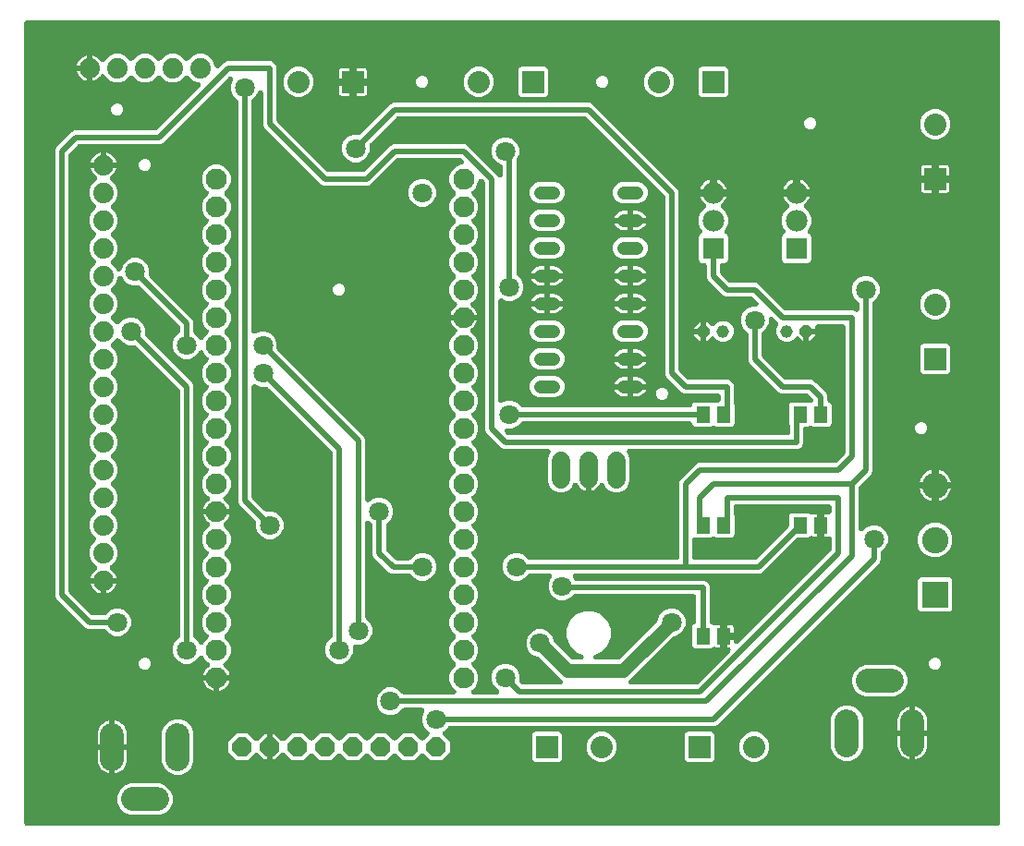
<source format=gbr>
G04 EAGLE Gerber RS-274X export*
G75*
%MOMM*%
%FSLAX34Y34*%
%LPD*%
%INTop Copper*%
%IPPOS*%
%AMOC8*
5,1,8,0,0,1.08239X$1,22.5*%
G01*
%ADD10C,2.184400*%
%ADD11R,1.300000X1.500000*%
%ADD12P,1.264664X8X22.500000*%
%ADD13C,1.168400*%
%ADD14P,1.264664X8X202.500000*%
%ADD15R,2.032000X2.032000*%
%ADD16C,2.032000*%
%ADD17C,1.676400*%
%ADD18C,1.219200*%
%ADD19P,1.924489X8X112.500000*%
%ADD20R,2.413000X2.413000*%
%ADD21C,2.413000*%
%ADD22C,1.879600*%
%ADD23R,1.980000X1.980000*%
%ADD24C,1.980000*%
%ADD25C,1.930400*%
%ADD26C,0.508000*%
%ADD27C,1.798325*%
%ADD28C,1.270000*%

G36*
X895185Y118114D02*
X895185Y118114D01*
X895219Y118112D01*
X895408Y118134D01*
X895599Y118151D01*
X895632Y118160D01*
X895666Y118164D01*
X895849Y118219D01*
X896033Y118269D01*
X896064Y118284D01*
X896097Y118294D01*
X896268Y118381D01*
X896440Y118463D01*
X896468Y118483D01*
X896499Y118498D01*
X896651Y118614D01*
X896806Y118725D01*
X896830Y118750D01*
X896857Y118770D01*
X896986Y118910D01*
X897120Y119047D01*
X897139Y119076D01*
X897163Y119102D01*
X897265Y119263D01*
X897372Y119420D01*
X897386Y119452D01*
X897404Y119481D01*
X897477Y119658D01*
X897554Y119832D01*
X897562Y119866D01*
X897575Y119898D01*
X897615Y120085D01*
X897661Y120270D01*
X897663Y120304D01*
X897670Y120338D01*
X897689Y120650D01*
X897689Y853950D01*
X897686Y853985D01*
X897688Y854019D01*
X897666Y854208D01*
X897649Y854399D01*
X897640Y854432D01*
X897636Y854466D01*
X897581Y854649D01*
X897531Y854833D01*
X897516Y854864D01*
X897506Y854897D01*
X897419Y855068D01*
X897337Y855240D01*
X897317Y855268D01*
X897302Y855299D01*
X897186Y855451D01*
X897075Y855606D01*
X897050Y855630D01*
X897030Y855657D01*
X896890Y855786D01*
X896753Y855920D01*
X896724Y855939D01*
X896698Y855963D01*
X896537Y856065D01*
X896380Y856172D01*
X896348Y856186D01*
X896319Y856204D01*
X896142Y856277D01*
X895968Y856354D01*
X895934Y856362D01*
X895902Y856375D01*
X895715Y856415D01*
X895530Y856461D01*
X895496Y856463D01*
X895462Y856470D01*
X895150Y856489D01*
X6350Y856489D01*
X6315Y856486D01*
X6281Y856488D01*
X6092Y856466D01*
X5901Y856449D01*
X5868Y856440D01*
X5834Y856436D01*
X5651Y856381D01*
X5467Y856331D01*
X5436Y856316D01*
X5403Y856306D01*
X5232Y856219D01*
X5060Y856137D01*
X5032Y856117D01*
X5001Y856102D01*
X4849Y855986D01*
X4694Y855875D01*
X4670Y855850D01*
X4643Y855830D01*
X4514Y855690D01*
X4380Y855553D01*
X4361Y855524D01*
X4337Y855498D01*
X4235Y855337D01*
X4128Y855180D01*
X4114Y855148D01*
X4096Y855119D01*
X4023Y854942D01*
X3946Y854768D01*
X3938Y854734D01*
X3925Y854702D01*
X3885Y854515D01*
X3839Y854330D01*
X3837Y854296D01*
X3830Y854262D01*
X3811Y853950D01*
X3811Y120650D01*
X3814Y120615D01*
X3812Y120581D01*
X3834Y120392D01*
X3851Y120201D01*
X3860Y120168D01*
X3864Y120134D01*
X3919Y119951D01*
X3969Y119767D01*
X3984Y119736D01*
X3994Y119703D01*
X4081Y119532D01*
X4163Y119360D01*
X4183Y119332D01*
X4198Y119301D01*
X4314Y119149D01*
X4425Y118994D01*
X4450Y118970D01*
X4470Y118943D01*
X4610Y118814D01*
X4747Y118680D01*
X4776Y118661D01*
X4802Y118637D01*
X4963Y118535D01*
X5120Y118428D01*
X5152Y118414D01*
X5181Y118396D01*
X5358Y118323D01*
X5532Y118246D01*
X5566Y118238D01*
X5598Y118225D01*
X5785Y118185D01*
X5970Y118139D01*
X6004Y118137D01*
X6038Y118130D01*
X6350Y118111D01*
X895150Y118111D01*
X895185Y118114D01*
G37*
%LPC*%
G36*
X248844Y178053D02*
X248844Y178053D01*
X242377Y184521D01*
X242350Y184543D01*
X242328Y184569D01*
X242178Y184687D01*
X242032Y184809D01*
X242002Y184827D01*
X241974Y184848D01*
X241806Y184938D01*
X241641Y185033D01*
X241608Y185044D01*
X241578Y185061D01*
X241397Y185120D01*
X241217Y185184D01*
X241182Y185189D01*
X241149Y185200D01*
X240960Y185226D01*
X240772Y185257D01*
X240738Y185257D01*
X240703Y185261D01*
X240512Y185254D01*
X240322Y185251D01*
X240288Y185244D01*
X240253Y185243D01*
X240067Y185202D01*
X239880Y185165D01*
X239848Y185153D01*
X239814Y185145D01*
X239638Y185072D01*
X239460Y185003D01*
X239430Y184985D01*
X239398Y184972D01*
X239239Y184869D01*
X239075Y184769D01*
X239049Y184746D01*
X239020Y184728D01*
X238786Y184521D01*
X233335Y179069D01*
X231139Y179069D01*
X231139Y190500D01*
X231139Y201931D01*
X233335Y201931D01*
X238786Y196479D01*
X238813Y196457D01*
X238836Y196431D01*
X238985Y196313D01*
X239131Y196191D01*
X239161Y196173D01*
X239189Y196152D01*
X239357Y196062D01*
X239522Y195967D01*
X239555Y195956D01*
X239586Y195939D01*
X239767Y195880D01*
X239947Y195816D01*
X239981Y195811D01*
X240014Y195800D01*
X240203Y195774D01*
X240391Y195743D01*
X240425Y195743D01*
X240460Y195739D01*
X240651Y195746D01*
X240841Y195749D01*
X240875Y195756D01*
X240910Y195757D01*
X241096Y195798D01*
X241283Y195835D01*
X241315Y195847D01*
X241349Y195855D01*
X241525Y195928D01*
X241703Y195997D01*
X241733Y196015D01*
X241765Y196028D01*
X241925Y196131D01*
X242088Y196231D01*
X242114Y196254D01*
X242143Y196272D01*
X242377Y196479D01*
X248844Y202947D01*
X259156Y202947D01*
X264904Y197198D01*
X264931Y197175D01*
X264954Y197150D01*
X265103Y197032D01*
X265250Y196909D01*
X265280Y196892D01*
X265307Y196870D01*
X265475Y196780D01*
X265641Y196686D01*
X265673Y196674D01*
X265704Y196658D01*
X265885Y196599D01*
X266065Y196535D01*
X266099Y196529D01*
X266132Y196518D01*
X266321Y196492D01*
X266509Y196461D01*
X266544Y196462D01*
X266578Y196457D01*
X266769Y196465D01*
X266959Y196467D01*
X266994Y196474D01*
X267028Y196475D01*
X267214Y196517D01*
X267402Y196553D01*
X267434Y196565D01*
X267468Y196573D01*
X267644Y196647D01*
X267822Y196715D01*
X267851Y196733D01*
X267883Y196747D01*
X268043Y196850D01*
X268206Y196949D01*
X268232Y196972D01*
X268261Y196991D01*
X268496Y197198D01*
X274244Y202947D01*
X284556Y202947D01*
X290304Y197198D01*
X290331Y197175D01*
X290354Y197150D01*
X290503Y197032D01*
X290650Y196909D01*
X290680Y196892D01*
X290707Y196870D01*
X290875Y196780D01*
X291041Y196686D01*
X291073Y196674D01*
X291104Y196658D01*
X291285Y196599D01*
X291465Y196535D01*
X291499Y196529D01*
X291532Y196518D01*
X291721Y196492D01*
X291909Y196461D01*
X291944Y196462D01*
X291978Y196457D01*
X292169Y196465D01*
X292359Y196467D01*
X292394Y196474D01*
X292428Y196475D01*
X292614Y196517D01*
X292802Y196553D01*
X292834Y196565D01*
X292868Y196573D01*
X293044Y196647D01*
X293222Y196715D01*
X293251Y196733D01*
X293283Y196747D01*
X293443Y196850D01*
X293606Y196949D01*
X293632Y196972D01*
X293661Y196991D01*
X293896Y197198D01*
X299644Y202947D01*
X309956Y202947D01*
X315704Y197198D01*
X315731Y197175D01*
X315754Y197150D01*
X315903Y197032D01*
X316050Y196909D01*
X316080Y196892D01*
X316107Y196870D01*
X316275Y196780D01*
X316441Y196686D01*
X316473Y196674D01*
X316504Y196658D01*
X316685Y196599D01*
X316865Y196535D01*
X316899Y196529D01*
X316932Y196518D01*
X317121Y196492D01*
X317309Y196461D01*
X317344Y196462D01*
X317378Y196457D01*
X317569Y196465D01*
X317759Y196467D01*
X317794Y196474D01*
X317828Y196475D01*
X318014Y196517D01*
X318202Y196553D01*
X318234Y196565D01*
X318268Y196573D01*
X318444Y196647D01*
X318622Y196715D01*
X318651Y196733D01*
X318683Y196747D01*
X318843Y196850D01*
X319006Y196949D01*
X319032Y196972D01*
X319061Y196991D01*
X319296Y197198D01*
X325044Y202947D01*
X335356Y202947D01*
X341104Y197198D01*
X341131Y197175D01*
X341154Y197150D01*
X341303Y197032D01*
X341450Y196909D01*
X341480Y196892D01*
X341507Y196870D01*
X341675Y196780D01*
X341841Y196686D01*
X341873Y196674D01*
X341904Y196658D01*
X342085Y196599D01*
X342265Y196535D01*
X342299Y196529D01*
X342332Y196518D01*
X342521Y196492D01*
X342709Y196461D01*
X342744Y196462D01*
X342778Y196457D01*
X342969Y196465D01*
X343159Y196467D01*
X343194Y196474D01*
X343228Y196475D01*
X343414Y196517D01*
X343602Y196553D01*
X343634Y196565D01*
X343668Y196573D01*
X343844Y196647D01*
X344022Y196715D01*
X344051Y196733D01*
X344083Y196747D01*
X344243Y196850D01*
X344406Y196949D01*
X344432Y196972D01*
X344461Y196991D01*
X344696Y197198D01*
X350444Y202947D01*
X360756Y202947D01*
X366504Y197198D01*
X366531Y197176D01*
X366554Y197150D01*
X366704Y197031D01*
X366850Y196909D01*
X366880Y196892D01*
X366907Y196870D01*
X367075Y196780D01*
X367241Y196686D01*
X367273Y196674D01*
X367304Y196658D01*
X367485Y196599D01*
X367665Y196535D01*
X367699Y196529D01*
X367732Y196518D01*
X367921Y196492D01*
X368109Y196461D01*
X368144Y196462D01*
X368178Y196457D01*
X368369Y196465D01*
X368559Y196467D01*
X368594Y196474D01*
X368628Y196475D01*
X368814Y196517D01*
X369002Y196553D01*
X369034Y196565D01*
X369068Y196573D01*
X369243Y196646D01*
X369422Y196715D01*
X369451Y196733D01*
X369483Y196747D01*
X369643Y196850D01*
X369806Y196949D01*
X369832Y196972D01*
X369861Y196991D01*
X370095Y197198D01*
X374230Y201333D01*
X374253Y201359D01*
X374278Y201382D01*
X374397Y201532D01*
X374519Y201678D01*
X374536Y201708D01*
X374558Y201735D01*
X374648Y201903D01*
X374743Y202069D01*
X374754Y202102D01*
X374771Y202132D01*
X374829Y202313D01*
X374893Y202493D01*
X374899Y202527D01*
X374910Y202560D01*
X374936Y202749D01*
X374967Y202937D01*
X374966Y202972D01*
X374971Y203006D01*
X374963Y203197D01*
X374961Y203388D01*
X374954Y203422D01*
X374953Y203456D01*
X374911Y203642D01*
X374875Y203830D01*
X374863Y203862D01*
X374855Y203896D01*
X374781Y204072D01*
X374713Y204250D01*
X374695Y204279D01*
X374682Y204311D01*
X374578Y204472D01*
X374479Y204634D01*
X374456Y204660D01*
X374437Y204689D01*
X374230Y204924D01*
X370362Y208792D01*
X368452Y213404D01*
X368452Y218396D01*
X370277Y222802D01*
X370301Y222881D01*
X370335Y222956D01*
X370369Y223095D01*
X370412Y223232D01*
X370422Y223314D01*
X370441Y223394D01*
X370450Y223536D01*
X370468Y223679D01*
X370464Y223761D01*
X370469Y223843D01*
X370453Y223985D01*
X370445Y224128D01*
X370427Y224208D01*
X370417Y224290D01*
X370376Y224428D01*
X370343Y224567D01*
X370311Y224642D01*
X370287Y224721D01*
X370222Y224849D01*
X370165Y224980D01*
X370120Y225049D01*
X370082Y225123D01*
X369996Y225237D01*
X369917Y225356D01*
X369860Y225416D01*
X369810Y225481D01*
X369705Y225578D01*
X369606Y225682D01*
X369540Y225731D01*
X369479Y225787D01*
X369358Y225864D01*
X369243Y225948D01*
X369169Y225984D01*
X369099Y226028D01*
X368967Y226083D01*
X368838Y226146D01*
X368759Y226168D01*
X368683Y226199D01*
X368543Y226229D01*
X368405Y226269D01*
X368323Y226277D01*
X368243Y226294D01*
X367997Y226309D01*
X367957Y226313D01*
X367947Y226312D01*
X367931Y226313D01*
X351791Y226313D01*
X351627Y226299D01*
X351463Y226292D01*
X351403Y226279D01*
X351343Y226273D01*
X351184Y226230D01*
X351023Y226194D01*
X350967Y226171D01*
X350908Y226155D01*
X350760Y226084D01*
X350608Y226021D01*
X350557Y225988D01*
X350502Y225961D01*
X350368Y225866D01*
X350230Y225776D01*
X350172Y225725D01*
X350136Y225699D01*
X350093Y225656D01*
X349996Y225570D01*
X346198Y221772D01*
X341586Y219862D01*
X336594Y219862D01*
X331982Y221772D01*
X328452Y225302D01*
X326542Y229914D01*
X326542Y234906D01*
X328452Y239518D01*
X331982Y243048D01*
X336594Y244958D01*
X341586Y244958D01*
X346198Y243048D01*
X349996Y239250D01*
X350122Y239145D01*
X350243Y239033D01*
X350294Y239001D01*
X350341Y238962D01*
X350483Y238880D01*
X350622Y238792D01*
X350679Y238768D01*
X350732Y238738D01*
X350887Y238683D01*
X351039Y238621D01*
X351099Y238608D01*
X351156Y238587D01*
X351318Y238561D01*
X351479Y238526D01*
X351556Y238521D01*
X351600Y238514D01*
X351661Y238515D01*
X351791Y238507D01*
X396883Y238507D01*
X397013Y238518D01*
X397143Y238520D01*
X397236Y238538D01*
X397332Y238547D01*
X397457Y238581D01*
X397585Y238606D01*
X397674Y238640D01*
X397766Y238665D01*
X397883Y238721D01*
X398005Y238768D01*
X398086Y238818D01*
X398173Y238859D01*
X398278Y238934D01*
X398389Y239002D01*
X398461Y239065D01*
X398539Y239121D01*
X398629Y239214D01*
X398727Y239300D01*
X398786Y239375D01*
X398853Y239443D01*
X398926Y239551D01*
X399006Y239653D01*
X399051Y239737D01*
X399105Y239816D01*
X399157Y239935D01*
X399219Y240050D01*
X399248Y240141D01*
X399287Y240228D01*
X399318Y240355D01*
X399358Y240478D01*
X399371Y240573D01*
X399394Y240666D01*
X399402Y240795D01*
X399419Y240924D01*
X399415Y241020D01*
X399421Y241115D01*
X399406Y241244D01*
X399401Y241374D01*
X399380Y241467D01*
X399369Y241562D01*
X399332Y241687D01*
X399303Y241814D01*
X399267Y241902D01*
X399239Y241993D01*
X399180Y242109D01*
X399130Y242229D01*
X399078Y242309D01*
X399035Y242395D01*
X398956Y242498D01*
X398886Y242607D01*
X398799Y242705D01*
X398763Y242753D01*
X398730Y242784D01*
X398679Y242842D01*
X395102Y246418D01*
X393091Y251273D01*
X393091Y256527D01*
X395102Y261382D01*
X398525Y264804D01*
X398547Y264831D01*
X398573Y264854D01*
X398691Y265003D01*
X398813Y265150D01*
X398831Y265180D01*
X398852Y265207D01*
X398942Y265375D01*
X399037Y265541D01*
X399048Y265573D01*
X399065Y265604D01*
X399124Y265785D01*
X399188Y265965D01*
X399193Y265999D01*
X399204Y266032D01*
X399230Y266221D01*
X399261Y266409D01*
X399261Y266444D01*
X399265Y266478D01*
X399258Y266669D01*
X399255Y266859D01*
X399248Y266894D01*
X399247Y266928D01*
X399206Y267113D01*
X399169Y267302D01*
X399157Y267334D01*
X399149Y267368D01*
X399076Y267544D01*
X399007Y267722D01*
X398989Y267751D01*
X398976Y267783D01*
X398872Y267944D01*
X398773Y268106D01*
X398750Y268132D01*
X398731Y268161D01*
X398525Y268396D01*
X395102Y271818D01*
X393091Y276673D01*
X393091Y281927D01*
X395102Y286782D01*
X398525Y290204D01*
X398547Y290231D01*
X398573Y290254D01*
X398691Y290403D01*
X398813Y290550D01*
X398831Y290580D01*
X398852Y290607D01*
X398942Y290775D01*
X399037Y290941D01*
X399048Y290973D01*
X399065Y291004D01*
X399124Y291185D01*
X399188Y291365D01*
X399193Y291399D01*
X399204Y291432D01*
X399230Y291621D01*
X399261Y291809D01*
X399261Y291844D01*
X399265Y291878D01*
X399258Y292069D01*
X399255Y292259D01*
X399248Y292294D01*
X399247Y292328D01*
X399206Y292514D01*
X399169Y292702D01*
X399157Y292734D01*
X399149Y292768D01*
X399076Y292944D01*
X399007Y293122D01*
X398989Y293151D01*
X398976Y293183D01*
X398872Y293344D01*
X398773Y293506D01*
X398750Y293532D01*
X398731Y293561D01*
X398525Y293796D01*
X395102Y297218D01*
X393091Y302073D01*
X393091Y307327D01*
X395102Y312182D01*
X398525Y315604D01*
X398547Y315631D01*
X398573Y315654D01*
X398691Y315803D01*
X398813Y315950D01*
X398831Y315980D01*
X398852Y316007D01*
X398942Y316175D01*
X399037Y316341D01*
X399048Y316373D01*
X399065Y316404D01*
X399124Y316585D01*
X399188Y316765D01*
X399193Y316799D01*
X399204Y316832D01*
X399230Y317021D01*
X399261Y317209D01*
X399261Y317244D01*
X399265Y317278D01*
X399258Y317469D01*
X399255Y317659D01*
X399248Y317694D01*
X399247Y317728D01*
X399206Y317914D01*
X399169Y318102D01*
X399157Y318134D01*
X399149Y318168D01*
X399076Y318344D01*
X399007Y318522D01*
X398989Y318551D01*
X398976Y318583D01*
X398872Y318744D01*
X398773Y318906D01*
X398750Y318932D01*
X398731Y318961D01*
X398525Y319196D01*
X395102Y322618D01*
X393091Y327473D01*
X393091Y332727D01*
X395102Y337582D01*
X398525Y341004D01*
X398547Y341031D01*
X398573Y341054D01*
X398691Y341203D01*
X398813Y341350D01*
X398831Y341380D01*
X398852Y341407D01*
X398942Y341575D01*
X399037Y341741D01*
X399048Y341773D01*
X399065Y341804D01*
X399124Y341985D01*
X399188Y342165D01*
X399193Y342199D01*
X399204Y342232D01*
X399230Y342421D01*
X399261Y342609D01*
X399261Y342644D01*
X399265Y342678D01*
X399258Y342869D01*
X399255Y343059D01*
X399248Y343094D01*
X399247Y343128D01*
X399206Y343314D01*
X399169Y343502D01*
X399157Y343534D01*
X399149Y343568D01*
X399076Y343744D01*
X399007Y343922D01*
X398989Y343951D01*
X398976Y343983D01*
X398872Y344144D01*
X398773Y344306D01*
X398750Y344332D01*
X398731Y344361D01*
X398525Y344596D01*
X395102Y348018D01*
X393091Y352873D01*
X393091Y358127D01*
X395102Y362982D01*
X398525Y366404D01*
X398547Y366431D01*
X398573Y366454D01*
X398691Y366603D01*
X398813Y366750D01*
X398831Y366780D01*
X398852Y366807D01*
X398942Y366975D01*
X399037Y367141D01*
X399048Y367173D01*
X399065Y367204D01*
X399124Y367385D01*
X399188Y367565D01*
X399193Y367599D01*
X399204Y367632D01*
X399230Y367821D01*
X399261Y368009D01*
X399261Y368044D01*
X399265Y368078D01*
X399258Y368269D01*
X399255Y368459D01*
X399248Y368494D01*
X399247Y368528D01*
X399206Y368713D01*
X399169Y368902D01*
X399157Y368934D01*
X399149Y368968D01*
X399076Y369144D01*
X399007Y369322D01*
X398989Y369351D01*
X398976Y369383D01*
X398872Y369544D01*
X398773Y369706D01*
X398750Y369732D01*
X398731Y369761D01*
X398525Y369996D01*
X395102Y373418D01*
X393091Y378273D01*
X393091Y383527D01*
X395102Y388382D01*
X398525Y391804D01*
X398547Y391831D01*
X398573Y391854D01*
X398691Y392003D01*
X398813Y392150D01*
X398831Y392180D01*
X398852Y392207D01*
X398942Y392375D01*
X399037Y392541D01*
X399048Y392573D01*
X399065Y392604D01*
X399124Y392785D01*
X399188Y392965D01*
X399193Y392999D01*
X399204Y393032D01*
X399230Y393221D01*
X399261Y393409D01*
X399261Y393444D01*
X399265Y393478D01*
X399258Y393669D01*
X399255Y393859D01*
X399248Y393894D01*
X399247Y393928D01*
X399206Y394114D01*
X399169Y394302D01*
X399157Y394334D01*
X399149Y394368D01*
X399076Y394544D01*
X399007Y394722D01*
X398989Y394751D01*
X398976Y394783D01*
X398872Y394944D01*
X398773Y395106D01*
X398750Y395132D01*
X398731Y395161D01*
X398525Y395396D01*
X395102Y398818D01*
X393091Y403673D01*
X393091Y408927D01*
X395102Y413782D01*
X398525Y417204D01*
X398547Y417231D01*
X398573Y417254D01*
X398691Y417403D01*
X398813Y417550D01*
X398831Y417580D01*
X398852Y417607D01*
X398942Y417775D01*
X399037Y417941D01*
X399048Y417973D01*
X399065Y418004D01*
X399124Y418185D01*
X399188Y418365D01*
X399193Y418399D01*
X399204Y418432D01*
X399230Y418621D01*
X399261Y418809D01*
X399261Y418844D01*
X399265Y418878D01*
X399258Y419069D01*
X399255Y419259D01*
X399248Y419294D01*
X399247Y419328D01*
X399206Y419514D01*
X399169Y419702D01*
X399157Y419734D01*
X399149Y419768D01*
X399076Y419944D01*
X399007Y420122D01*
X398989Y420151D01*
X398976Y420183D01*
X398872Y420344D01*
X398773Y420506D01*
X398750Y420532D01*
X398731Y420561D01*
X398525Y420796D01*
X395102Y424218D01*
X393091Y429073D01*
X393091Y434327D01*
X395102Y439182D01*
X398525Y442604D01*
X398547Y442631D01*
X398573Y442654D01*
X398691Y442803D01*
X398813Y442950D01*
X398831Y442980D01*
X398852Y443007D01*
X398942Y443175D01*
X399037Y443341D01*
X399048Y443373D01*
X399065Y443404D01*
X399124Y443585D01*
X399188Y443765D01*
X399193Y443799D01*
X399204Y443832D01*
X399230Y444021D01*
X399261Y444209D01*
X399261Y444244D01*
X399265Y444278D01*
X399258Y444469D01*
X399255Y444659D01*
X399248Y444694D01*
X399247Y444728D01*
X399206Y444913D01*
X399169Y445102D01*
X399157Y445134D01*
X399149Y445168D01*
X399076Y445344D01*
X399007Y445522D01*
X398989Y445551D01*
X398976Y445583D01*
X398872Y445743D01*
X398773Y445906D01*
X398750Y445932D01*
X398731Y445961D01*
X398525Y446196D01*
X395102Y449618D01*
X393091Y454473D01*
X393091Y459727D01*
X395102Y464582D01*
X398525Y468004D01*
X398547Y468031D01*
X398573Y468054D01*
X398691Y468203D01*
X398813Y468350D01*
X398831Y468380D01*
X398852Y468407D01*
X398942Y468575D01*
X399037Y468741D01*
X399048Y468773D01*
X399065Y468804D01*
X399124Y468985D01*
X399188Y469165D01*
X399193Y469199D01*
X399204Y469232D01*
X399230Y469421D01*
X399261Y469609D01*
X399261Y469644D01*
X399265Y469678D01*
X399258Y469869D01*
X399255Y470059D01*
X399248Y470094D01*
X399247Y470128D01*
X399206Y470314D01*
X399169Y470502D01*
X399157Y470534D01*
X399149Y470568D01*
X399076Y470744D01*
X399007Y470922D01*
X398989Y470951D01*
X398976Y470983D01*
X398872Y471144D01*
X398773Y471306D01*
X398750Y471332D01*
X398731Y471361D01*
X398525Y471596D01*
X395102Y475018D01*
X393091Y479873D01*
X393091Y485127D01*
X395102Y489982D01*
X398525Y493404D01*
X398547Y493431D01*
X398573Y493454D01*
X398691Y493603D01*
X398813Y493750D01*
X398831Y493780D01*
X398852Y493807D01*
X398942Y493975D01*
X399037Y494141D01*
X399048Y494173D01*
X399065Y494204D01*
X399124Y494385D01*
X399188Y494565D01*
X399193Y494599D01*
X399204Y494632D01*
X399230Y494821D01*
X399261Y495009D01*
X399261Y495044D01*
X399265Y495078D01*
X399258Y495269D01*
X399255Y495459D01*
X399248Y495494D01*
X399247Y495528D01*
X399206Y495714D01*
X399169Y495902D01*
X399157Y495934D01*
X399149Y495968D01*
X399076Y496144D01*
X399007Y496322D01*
X398989Y496351D01*
X398976Y496383D01*
X398872Y496544D01*
X398773Y496706D01*
X398750Y496732D01*
X398731Y496761D01*
X398525Y496996D01*
X395102Y500418D01*
X393091Y505273D01*
X393091Y510527D01*
X395102Y515382D01*
X398525Y518804D01*
X398547Y518831D01*
X398573Y518854D01*
X398691Y519003D01*
X398813Y519150D01*
X398831Y519180D01*
X398852Y519207D01*
X398942Y519375D01*
X399037Y519541D01*
X399048Y519573D01*
X399065Y519604D01*
X399124Y519785D01*
X399188Y519965D01*
X399193Y519999D01*
X399204Y520032D01*
X399230Y520221D01*
X399261Y520409D01*
X399261Y520444D01*
X399265Y520478D01*
X399258Y520669D01*
X399255Y520859D01*
X399248Y520894D01*
X399247Y520928D01*
X399206Y521114D01*
X399169Y521302D01*
X399157Y521334D01*
X399149Y521368D01*
X399076Y521544D01*
X399007Y521722D01*
X398989Y521751D01*
X398976Y521783D01*
X398872Y521944D01*
X398773Y522106D01*
X398750Y522132D01*
X398731Y522161D01*
X398525Y522396D01*
X395102Y525818D01*
X393091Y530673D01*
X393091Y535927D01*
X395102Y540782D01*
X398525Y544204D01*
X398547Y544231D01*
X398573Y544254D01*
X398691Y544403D01*
X398813Y544550D01*
X398831Y544580D01*
X398852Y544607D01*
X398942Y544775D01*
X399037Y544941D01*
X399048Y544973D01*
X399065Y545004D01*
X399124Y545185D01*
X399188Y545365D01*
X399193Y545399D01*
X399204Y545432D01*
X399230Y545621D01*
X399261Y545809D01*
X399261Y545844D01*
X399265Y545878D01*
X399258Y546069D01*
X399255Y546259D01*
X399248Y546294D01*
X399247Y546328D01*
X399206Y546514D01*
X399169Y546702D01*
X399157Y546734D01*
X399149Y546768D01*
X399076Y546944D01*
X399007Y547122D01*
X398989Y547151D01*
X398976Y547183D01*
X398872Y547344D01*
X398773Y547506D01*
X398750Y547532D01*
X398731Y547561D01*
X398525Y547796D01*
X395102Y551218D01*
X393091Y556073D01*
X393091Y561327D01*
X395102Y566182D01*
X398857Y569937D01*
X398882Y569951D01*
X399032Y570030D01*
X399076Y570064D01*
X399125Y570092D01*
X399254Y570201D01*
X399388Y570305D01*
X399425Y570347D01*
X399468Y570384D01*
X399576Y570514D01*
X399689Y570640D01*
X399719Y570687D01*
X399755Y570731D01*
X399838Y570878D01*
X399927Y571022D01*
X399948Y571074D01*
X399976Y571123D01*
X400031Y571283D01*
X400094Y571440D01*
X400105Y571495D01*
X400124Y571549D01*
X400150Y571716D01*
X400184Y571881D01*
X400185Y571938D01*
X400194Y571993D01*
X400191Y572162D01*
X400195Y572331D01*
X400186Y572387D01*
X400185Y572444D01*
X400152Y572609D01*
X400126Y572776D01*
X400108Y572830D01*
X400096Y572885D01*
X400035Y573042D01*
X399980Y573202D01*
X399952Y573252D01*
X399931Y573304D01*
X399843Y573448D01*
X399760Y573595D01*
X399724Y573639D01*
X399695Y573687D01*
X399582Y573813D01*
X399475Y573944D01*
X399432Y573980D01*
X399394Y574022D01*
X399153Y574221D01*
X398357Y574800D01*
X397000Y576157D01*
X395872Y577710D01*
X395000Y579420D01*
X394408Y581245D01*
X394357Y581561D01*
X406300Y581561D01*
X418243Y581561D01*
X418192Y581245D01*
X417600Y579420D01*
X416728Y577710D01*
X415600Y576157D01*
X414243Y574800D01*
X413447Y574221D01*
X413404Y574184D01*
X413357Y574153D01*
X413235Y574037D01*
X413107Y573925D01*
X413072Y573881D01*
X413031Y573842D01*
X412931Y573706D01*
X412826Y573574D01*
X412799Y573525D01*
X412765Y573479D01*
X412691Y573327D01*
X412610Y573179D01*
X412592Y573125D01*
X412568Y573075D01*
X412521Y572912D01*
X412468Y572751D01*
X412460Y572696D01*
X412445Y572641D01*
X412428Y572473D01*
X412404Y572306D01*
X412406Y572250D01*
X412400Y572193D01*
X412413Y572024D01*
X412419Y571856D01*
X412431Y571801D01*
X412435Y571744D01*
X412478Y571581D01*
X412514Y571416D01*
X412535Y571363D01*
X412549Y571309D01*
X412620Y571155D01*
X412684Y570999D01*
X412715Y570951D01*
X412738Y570900D01*
X412836Y570762D01*
X412926Y570619D01*
X412964Y570578D01*
X412997Y570531D01*
X413117Y570412D01*
X413231Y570288D01*
X413276Y570254D01*
X413316Y570214D01*
X413455Y570118D01*
X413590Y570016D01*
X413640Y569990D01*
X413687Y569958D01*
X413755Y569925D01*
X417498Y566182D01*
X419509Y561327D01*
X419509Y556073D01*
X417498Y551218D01*
X414075Y547796D01*
X414053Y547769D01*
X414027Y547746D01*
X413909Y547597D01*
X413787Y547450D01*
X413769Y547420D01*
X413748Y547393D01*
X413658Y547225D01*
X413563Y547059D01*
X413552Y547027D01*
X413535Y546996D01*
X413476Y546815D01*
X413412Y546635D01*
X413407Y546601D01*
X413396Y546568D01*
X413370Y546379D01*
X413339Y546191D01*
X413339Y546156D01*
X413335Y546122D01*
X413342Y545931D01*
X413345Y545740D01*
X413352Y545706D01*
X413353Y545672D01*
X413394Y545486D01*
X413431Y545298D01*
X413443Y545266D01*
X413451Y545232D01*
X413524Y545057D01*
X413593Y544878D01*
X413611Y544849D01*
X413624Y544817D01*
X413727Y544657D01*
X413827Y544494D01*
X413850Y544468D01*
X413869Y544439D01*
X414075Y544204D01*
X417498Y540782D01*
X419509Y535927D01*
X419509Y530673D01*
X417498Y525818D01*
X414075Y522396D01*
X414053Y522369D01*
X414027Y522346D01*
X413909Y522197D01*
X413787Y522050D01*
X413769Y522020D01*
X413748Y521993D01*
X413658Y521825D01*
X413563Y521659D01*
X413552Y521627D01*
X413535Y521596D01*
X413476Y521415D01*
X413412Y521235D01*
X413407Y521201D01*
X413396Y521168D01*
X413370Y520979D01*
X413339Y520791D01*
X413339Y520756D01*
X413335Y520722D01*
X413342Y520531D01*
X413345Y520340D01*
X413352Y520306D01*
X413353Y520272D01*
X413394Y520086D01*
X413431Y519898D01*
X413443Y519866D01*
X413451Y519832D01*
X413524Y519657D01*
X413593Y519478D01*
X413611Y519449D01*
X413624Y519417D01*
X413727Y519257D01*
X413827Y519094D01*
X413850Y519068D01*
X413869Y519039D01*
X414075Y518804D01*
X417498Y515382D01*
X419509Y510527D01*
X419509Y505273D01*
X417498Y500418D01*
X414075Y496996D01*
X414053Y496969D01*
X414027Y496946D01*
X413909Y496797D01*
X413787Y496650D01*
X413769Y496620D01*
X413748Y496593D01*
X413658Y496425D01*
X413563Y496259D01*
X413552Y496227D01*
X413535Y496196D01*
X413476Y496015D01*
X413412Y495835D01*
X413407Y495801D01*
X413396Y495768D01*
X413370Y495579D01*
X413339Y495391D01*
X413339Y495356D01*
X413335Y495322D01*
X413342Y495131D01*
X413345Y494940D01*
X413352Y494906D01*
X413353Y494872D01*
X413394Y494686D01*
X413431Y494498D01*
X413443Y494466D01*
X413451Y494432D01*
X413524Y494257D01*
X413593Y494078D01*
X413611Y494049D01*
X413624Y494017D01*
X413727Y493857D01*
X413827Y493694D01*
X413850Y493668D01*
X413869Y493639D01*
X414075Y493404D01*
X417498Y489982D01*
X419509Y485127D01*
X419509Y479873D01*
X417498Y475018D01*
X414075Y471596D01*
X414053Y471569D01*
X414027Y471546D01*
X413909Y471397D01*
X413787Y471250D01*
X413769Y471220D01*
X413748Y471193D01*
X413658Y471025D01*
X413563Y470859D01*
X413552Y470827D01*
X413535Y470796D01*
X413476Y470615D01*
X413412Y470435D01*
X413407Y470401D01*
X413396Y470368D01*
X413370Y470179D01*
X413339Y469991D01*
X413339Y469956D01*
X413335Y469922D01*
X413342Y469731D01*
X413345Y469540D01*
X413352Y469506D01*
X413353Y469472D01*
X413394Y469286D01*
X413431Y469098D01*
X413443Y469066D01*
X413451Y469032D01*
X413524Y468857D01*
X413593Y468678D01*
X413611Y468649D01*
X413624Y468617D01*
X413727Y468457D01*
X413827Y468294D01*
X413850Y468268D01*
X413869Y468239D01*
X414075Y468004D01*
X417498Y464582D01*
X419509Y459727D01*
X419509Y454473D01*
X417498Y449618D01*
X414075Y446196D01*
X414053Y446169D01*
X414027Y446146D01*
X413909Y445997D01*
X413787Y445850D01*
X413769Y445820D01*
X413748Y445793D01*
X413658Y445625D01*
X413563Y445459D01*
X413552Y445427D01*
X413535Y445396D01*
X413476Y445215D01*
X413412Y445035D01*
X413407Y445000D01*
X413396Y444968D01*
X413370Y444779D01*
X413339Y444591D01*
X413339Y444556D01*
X413335Y444522D01*
X413342Y444331D01*
X413345Y444140D01*
X413352Y444106D01*
X413353Y444072D01*
X413394Y443886D01*
X413431Y443698D01*
X413443Y443666D01*
X413451Y443632D01*
X413524Y443457D01*
X413593Y443278D01*
X413611Y443249D01*
X413624Y443217D01*
X413727Y443057D01*
X413827Y442894D01*
X413850Y442868D01*
X413869Y442839D01*
X414075Y442604D01*
X417498Y439182D01*
X419509Y434327D01*
X419509Y429073D01*
X417498Y424218D01*
X414075Y420796D01*
X414053Y420769D01*
X414027Y420746D01*
X413909Y420597D01*
X413787Y420450D01*
X413769Y420420D01*
X413748Y420393D01*
X413658Y420225D01*
X413563Y420059D01*
X413552Y420027D01*
X413535Y419996D01*
X413476Y419815D01*
X413412Y419635D01*
X413407Y419601D01*
X413396Y419568D01*
X413370Y419379D01*
X413339Y419191D01*
X413339Y419156D01*
X413335Y419122D01*
X413342Y418931D01*
X413345Y418740D01*
X413352Y418706D01*
X413353Y418672D01*
X413394Y418486D01*
X413431Y418298D01*
X413443Y418266D01*
X413451Y418232D01*
X413524Y418057D01*
X413593Y417878D01*
X413611Y417849D01*
X413624Y417817D01*
X413727Y417657D01*
X413827Y417494D01*
X413850Y417468D01*
X413869Y417439D01*
X414075Y417204D01*
X417498Y413782D01*
X419509Y408927D01*
X419509Y403673D01*
X417498Y398818D01*
X414075Y395396D01*
X414053Y395369D01*
X414027Y395346D01*
X413909Y395197D01*
X413787Y395050D01*
X413769Y395020D01*
X413748Y394993D01*
X413658Y394825D01*
X413563Y394659D01*
X413552Y394627D01*
X413535Y394596D01*
X413476Y394415D01*
X413412Y394235D01*
X413407Y394201D01*
X413396Y394168D01*
X413370Y393979D01*
X413339Y393791D01*
X413339Y393756D01*
X413335Y393722D01*
X413342Y393531D01*
X413345Y393340D01*
X413352Y393306D01*
X413353Y393272D01*
X413394Y393086D01*
X413431Y392898D01*
X413443Y392866D01*
X413451Y392832D01*
X413524Y392657D01*
X413593Y392478D01*
X413611Y392449D01*
X413624Y392417D01*
X413727Y392257D01*
X413827Y392094D01*
X413850Y392068D01*
X413869Y392039D01*
X414075Y391804D01*
X417498Y388382D01*
X419509Y383527D01*
X419509Y378273D01*
X417498Y373418D01*
X414075Y369996D01*
X414053Y369969D01*
X414027Y369946D01*
X413909Y369797D01*
X413787Y369650D01*
X413769Y369620D01*
X413748Y369593D01*
X413658Y369425D01*
X413563Y369259D01*
X413552Y369227D01*
X413535Y369196D01*
X413476Y369015D01*
X413412Y368835D01*
X413407Y368801D01*
X413396Y368768D01*
X413370Y368579D01*
X413339Y368391D01*
X413339Y368356D01*
X413335Y368322D01*
X413342Y368131D01*
X413345Y367940D01*
X413352Y367906D01*
X413353Y367872D01*
X413394Y367686D01*
X413431Y367498D01*
X413443Y367466D01*
X413451Y367432D01*
X413524Y367257D01*
X413593Y367078D01*
X413611Y367049D01*
X413624Y367017D01*
X413727Y366857D01*
X413827Y366694D01*
X413850Y366668D01*
X413869Y366639D01*
X414075Y366404D01*
X417498Y362982D01*
X419509Y358127D01*
X419509Y352873D01*
X417498Y348018D01*
X414075Y344596D01*
X414053Y344569D01*
X414027Y344546D01*
X413909Y344397D01*
X413787Y344250D01*
X413769Y344220D01*
X413748Y344193D01*
X413658Y344025D01*
X413563Y343859D01*
X413552Y343827D01*
X413535Y343796D01*
X413476Y343615D01*
X413412Y343435D01*
X413407Y343401D01*
X413396Y343368D01*
X413370Y343179D01*
X413339Y342991D01*
X413339Y342956D01*
X413335Y342922D01*
X413342Y342731D01*
X413345Y342540D01*
X413352Y342506D01*
X413353Y342472D01*
X413394Y342286D01*
X413431Y342098D01*
X413443Y342066D01*
X413451Y342032D01*
X413524Y341857D01*
X413593Y341678D01*
X413611Y341649D01*
X413624Y341617D01*
X413727Y341457D01*
X413827Y341294D01*
X413850Y341268D01*
X413869Y341239D01*
X414075Y341004D01*
X417498Y337582D01*
X419509Y332727D01*
X419509Y327473D01*
X417498Y322618D01*
X414075Y319196D01*
X414053Y319169D01*
X414027Y319146D01*
X413909Y318996D01*
X413787Y318850D01*
X413769Y318820D01*
X413748Y318793D01*
X413658Y318625D01*
X413563Y318459D01*
X413552Y318427D01*
X413535Y318396D01*
X413476Y318215D01*
X413412Y318035D01*
X413407Y318001D01*
X413396Y317968D01*
X413370Y317779D01*
X413339Y317591D01*
X413339Y317556D01*
X413335Y317522D01*
X413342Y317331D01*
X413345Y317140D01*
X413352Y317106D01*
X413353Y317072D01*
X413394Y316886D01*
X413431Y316698D01*
X413443Y316666D01*
X413451Y316632D01*
X413524Y316457D01*
X413593Y316278D01*
X413611Y316249D01*
X413624Y316217D01*
X413727Y316057D01*
X413827Y315894D01*
X413850Y315868D01*
X413869Y315839D01*
X414075Y315604D01*
X417498Y312182D01*
X419509Y307327D01*
X419509Y302073D01*
X417498Y297218D01*
X414075Y293796D01*
X414053Y293769D01*
X414027Y293746D01*
X413909Y293597D01*
X413787Y293450D01*
X413769Y293420D01*
X413748Y293393D01*
X413658Y293225D01*
X413563Y293059D01*
X413552Y293027D01*
X413535Y292996D01*
X413476Y292815D01*
X413412Y292635D01*
X413407Y292601D01*
X413396Y292568D01*
X413370Y292379D01*
X413339Y292191D01*
X413339Y292156D01*
X413335Y292122D01*
X413342Y291931D01*
X413345Y291740D01*
X413352Y291706D01*
X413353Y291672D01*
X413394Y291486D01*
X413431Y291298D01*
X413443Y291266D01*
X413451Y291232D01*
X413524Y291057D01*
X413593Y290878D01*
X413611Y290849D01*
X413624Y290817D01*
X413727Y290657D01*
X413827Y290494D01*
X413850Y290468D01*
X413869Y290439D01*
X414075Y290204D01*
X417498Y286782D01*
X419509Y281927D01*
X419509Y276673D01*
X417498Y271818D01*
X414075Y268396D01*
X414053Y268369D01*
X414027Y268346D01*
X413909Y268197D01*
X413787Y268050D01*
X413769Y268020D01*
X413748Y267993D01*
X413658Y267825D01*
X413563Y267659D01*
X413552Y267627D01*
X413535Y267596D01*
X413476Y267415D01*
X413412Y267235D01*
X413407Y267201D01*
X413396Y267168D01*
X413370Y266979D01*
X413339Y266791D01*
X413339Y266756D01*
X413335Y266722D01*
X413342Y266531D01*
X413345Y266340D01*
X413352Y266306D01*
X413353Y266272D01*
X413394Y266086D01*
X413431Y265898D01*
X413443Y265866D01*
X413451Y265832D01*
X413524Y265657D01*
X413593Y265478D01*
X413611Y265449D01*
X413624Y265417D01*
X413727Y265257D01*
X413827Y265094D01*
X413850Y265068D01*
X413869Y265039D01*
X414075Y264804D01*
X417498Y261382D01*
X419509Y256527D01*
X419509Y251273D01*
X417498Y246418D01*
X413921Y242842D01*
X413838Y242742D01*
X413747Y242649D01*
X413694Y242569D01*
X413633Y242496D01*
X413568Y242383D01*
X413495Y242276D01*
X413457Y242188D01*
X413409Y242105D01*
X413366Y241983D01*
X413313Y241864D01*
X413290Y241771D01*
X413258Y241681D01*
X413237Y241553D01*
X413206Y241426D01*
X413200Y241331D01*
X413185Y241237D01*
X413187Y241107D01*
X413179Y240977D01*
X413190Y240882D01*
X413191Y240786D01*
X413216Y240659D01*
X413231Y240530D01*
X413258Y240438D01*
X413277Y240344D01*
X413323Y240223D01*
X413361Y240099D01*
X413404Y240013D01*
X413439Y239924D01*
X413506Y239813D01*
X413565Y239697D01*
X413623Y239621D01*
X413673Y239540D01*
X413759Y239442D01*
X413837Y239339D01*
X413908Y239274D01*
X413971Y239202D01*
X414073Y239122D01*
X414169Y239033D01*
X414249Y238982D01*
X414324Y238923D01*
X414439Y238862D01*
X414548Y238792D01*
X414637Y238755D01*
X414721Y238710D01*
X414845Y238670D01*
X414965Y238621D01*
X415058Y238601D01*
X415149Y238571D01*
X415278Y238553D01*
X415405Y238526D01*
X415535Y238518D01*
X415595Y238510D01*
X415640Y238511D01*
X415717Y238507D01*
X436207Y238507D01*
X436384Y238523D01*
X436561Y238532D01*
X436607Y238542D01*
X436655Y238547D01*
X436827Y238593D01*
X437000Y238634D01*
X437043Y238653D01*
X437089Y238665D01*
X437249Y238741D01*
X437413Y238812D01*
X437453Y238838D01*
X437496Y238859D01*
X437640Y238962D01*
X437789Y239060D01*
X437823Y239093D01*
X437862Y239121D01*
X437986Y239248D01*
X438115Y239371D01*
X438143Y239409D01*
X438176Y239443D01*
X438276Y239591D01*
X438381Y239734D01*
X438401Y239777D01*
X438428Y239816D01*
X438500Y239979D01*
X438578Y240139D01*
X438591Y240185D01*
X438610Y240228D01*
X438653Y240401D01*
X438701Y240572D01*
X438706Y240619D01*
X438717Y240666D01*
X438728Y240843D01*
X438746Y241020D01*
X438742Y241067D01*
X438745Y241115D01*
X438724Y241292D01*
X438710Y241469D01*
X438698Y241515D01*
X438693Y241562D01*
X438641Y241732D01*
X438596Y241904D01*
X438576Y241948D01*
X438562Y241993D01*
X438482Y242152D01*
X438407Y242313D01*
X438380Y242352D01*
X438358Y242395D01*
X438251Y242536D01*
X438149Y242682D01*
X438115Y242715D01*
X438086Y242753D01*
X437955Y242874D01*
X437829Y242999D01*
X437790Y243026D01*
X437755Y243058D01*
X437605Y243154D01*
X437589Y243165D01*
X433962Y246792D01*
X432052Y251404D01*
X432052Y256396D01*
X433962Y261008D01*
X437492Y264538D01*
X442104Y266448D01*
X447096Y266448D01*
X451708Y264538D01*
X455238Y261008D01*
X457148Y256396D01*
X457148Y251026D01*
X457163Y250862D01*
X457170Y250697D01*
X457183Y250638D01*
X457188Y250577D01*
X457232Y250418D01*
X457267Y250258D01*
X457291Y250201D01*
X457307Y250143D01*
X457377Y249995D01*
X457441Y249842D01*
X457474Y249791D01*
X457500Y249736D01*
X457596Y249603D01*
X457685Y249464D01*
X457736Y249406D01*
X457762Y249370D01*
X457806Y249327D01*
X457892Y249230D01*
X458982Y248140D01*
X459108Y248035D01*
X459229Y247923D01*
X459280Y247891D01*
X459327Y247852D01*
X459470Y247770D01*
X459608Y247682D01*
X459665Y247658D01*
X459718Y247628D01*
X459873Y247573D01*
X460025Y247511D01*
X460085Y247498D01*
X460142Y247477D01*
X460305Y247451D01*
X460465Y247416D01*
X460542Y247411D01*
X460586Y247404D01*
X460648Y247405D01*
X460777Y247397D01*
X494463Y247397D01*
X494592Y247408D01*
X494722Y247410D01*
X494816Y247428D01*
X494911Y247437D01*
X495037Y247471D01*
X495164Y247496D01*
X495254Y247530D01*
X495346Y247555D01*
X495463Y247611D01*
X495584Y247658D01*
X495666Y247708D01*
X495752Y247749D01*
X495858Y247824D01*
X495969Y247892D01*
X496041Y247955D01*
X496118Y248011D01*
X496209Y248104D01*
X496306Y248190D01*
X496366Y248265D01*
X496432Y248333D01*
X496505Y248441D01*
X496586Y248543D01*
X496631Y248627D01*
X496684Y248706D01*
X496737Y248825D01*
X496799Y248940D01*
X496828Y249031D01*
X496867Y249118D01*
X496898Y249245D01*
X496938Y249368D01*
X496951Y249463D01*
X496973Y249556D01*
X496981Y249685D01*
X496999Y249814D01*
X496995Y249910D01*
X497001Y250005D01*
X496986Y250134D01*
X496981Y250264D01*
X496960Y250357D01*
X496949Y250452D01*
X496911Y250577D01*
X496883Y250704D01*
X496846Y250792D01*
X496819Y250883D01*
X496760Y250999D01*
X496710Y251119D01*
X496658Y251199D01*
X496614Y251285D01*
X496536Y251388D01*
X496465Y251497D01*
X496379Y251595D01*
X496342Y251643D01*
X496309Y251674D01*
X496258Y251732D01*
X492895Y255095D01*
X492894Y255095D01*
X475532Y272458D01*
X475406Y272564D01*
X475285Y272675D01*
X475233Y272708D01*
X475186Y272747D01*
X475044Y272828D01*
X474905Y272917D01*
X474848Y272940D01*
X474796Y272970D01*
X474641Y273025D01*
X474488Y273088D01*
X474429Y273101D01*
X474371Y273121D01*
X474209Y273148D01*
X474048Y273182D01*
X473971Y273187D01*
X473927Y273194D01*
X473866Y273194D01*
X473757Y273200D01*
X469142Y275112D01*
X465612Y278642D01*
X463702Y283254D01*
X463702Y288246D01*
X465612Y292858D01*
X469142Y296388D01*
X473754Y298298D01*
X478746Y298298D01*
X483358Y296388D01*
X486888Y292858D01*
X488800Y288241D01*
X488813Y288100D01*
X488820Y287936D01*
X488833Y287876D01*
X488838Y287815D01*
X488882Y287656D01*
X488917Y287496D01*
X488941Y287440D01*
X488957Y287381D01*
X489027Y287233D01*
X489091Y287081D01*
X489124Y287029D01*
X489150Y286974D01*
X489246Y286841D01*
X489335Y286702D01*
X489386Y286645D01*
X489412Y286608D01*
X489456Y286566D01*
X489461Y286560D01*
X489481Y286533D01*
X489500Y286516D01*
X489542Y286468D01*
X505010Y271000D01*
X505136Y270895D01*
X505257Y270783D01*
X505308Y270751D01*
X505355Y270712D01*
X505498Y270630D01*
X505637Y270542D01*
X505693Y270518D01*
X505746Y270488D01*
X505901Y270433D01*
X506053Y270371D01*
X506113Y270358D01*
X506170Y270337D01*
X506333Y270311D01*
X506493Y270276D01*
X506570Y270271D01*
X506615Y270264D01*
X506676Y270265D01*
X506805Y270257D01*
X513700Y270257D01*
X513877Y270272D01*
X514054Y270282D01*
X514101Y270292D01*
X514149Y270297D01*
X514320Y270343D01*
X514493Y270384D01*
X514537Y270403D01*
X514583Y270415D01*
X514743Y270491D01*
X514907Y270562D01*
X514947Y270588D01*
X514990Y270609D01*
X515133Y270712D01*
X515282Y270810D01*
X515317Y270843D01*
X515356Y270871D01*
X515480Y270998D01*
X515608Y271120D01*
X515636Y271159D01*
X515670Y271193D01*
X515769Y271341D01*
X515874Y271484D01*
X515895Y271527D01*
X515922Y271566D01*
X515994Y271729D01*
X516072Y271888D01*
X516085Y271934D01*
X516104Y271978D01*
X516146Y272151D01*
X516195Y272322D01*
X516199Y272369D01*
X516211Y272416D01*
X516222Y272593D01*
X516239Y272770D01*
X516236Y272817D01*
X516238Y272865D01*
X516218Y273042D01*
X516204Y273219D01*
X516192Y273265D01*
X516186Y273312D01*
X516135Y273483D01*
X516090Y273654D01*
X516070Y273697D01*
X516056Y273743D01*
X515975Y273902D01*
X515901Y274063D01*
X515873Y274102D01*
X515852Y274145D01*
X515745Y274286D01*
X515643Y274432D01*
X515609Y274465D01*
X515580Y274503D01*
X515449Y274624D01*
X515323Y274749D01*
X515284Y274776D01*
X515249Y274808D01*
X515099Y274904D01*
X514953Y275005D01*
X514899Y275031D01*
X514869Y275050D01*
X514810Y275074D01*
X514672Y275142D01*
X509189Y277413D01*
X503473Y283129D01*
X500379Y290598D01*
X500379Y298682D01*
X503473Y306151D01*
X509189Y311867D01*
X516658Y314961D01*
X524742Y314961D01*
X532211Y311867D01*
X537927Y306151D01*
X541021Y298682D01*
X541021Y290598D01*
X537927Y283129D01*
X532211Y277413D01*
X526728Y275142D01*
X526570Y275060D01*
X526410Y274983D01*
X526372Y274956D01*
X526329Y274933D01*
X526189Y274825D01*
X526044Y274721D01*
X526011Y274687D01*
X525973Y274658D01*
X525854Y274526D01*
X525730Y274399D01*
X525703Y274359D01*
X525671Y274323D01*
X525578Y274173D01*
X525478Y274026D01*
X525459Y273982D01*
X525434Y273941D01*
X525368Y273776D01*
X525296Y273614D01*
X525285Y273567D01*
X525267Y273523D01*
X525231Y273349D01*
X525189Y273176D01*
X525186Y273129D01*
X525177Y273082D01*
X525172Y272904D01*
X525162Y272727D01*
X525167Y272679D01*
X525166Y272632D01*
X525193Y272456D01*
X525214Y272280D01*
X525227Y272234D01*
X525235Y272187D01*
X525293Y272019D01*
X525344Y271849D01*
X525366Y271806D01*
X525381Y271761D01*
X525468Y271606D01*
X525548Y271447D01*
X525577Y271409D01*
X525600Y271368D01*
X525713Y271230D01*
X525820Y271089D01*
X525855Y271056D01*
X525886Y271019D01*
X526021Y270904D01*
X526151Y270783D01*
X526192Y270758D01*
X526228Y270727D01*
X526381Y270637D01*
X526531Y270542D01*
X526576Y270523D01*
X526617Y270499D01*
X526783Y270438D01*
X526948Y270371D01*
X526994Y270361D01*
X527039Y270344D01*
X527215Y270313D01*
X527388Y270276D01*
X527447Y270272D01*
X527483Y270266D01*
X527546Y270266D01*
X527700Y270257D01*
X547295Y270257D01*
X547458Y270271D01*
X547623Y270278D01*
X547682Y270291D01*
X547743Y270297D01*
X547902Y270340D01*
X548062Y270376D01*
X548119Y270399D01*
X548178Y270415D01*
X548326Y270486D01*
X548478Y270549D01*
X548529Y270582D01*
X548584Y270609D01*
X548718Y270704D01*
X548856Y270794D01*
X548914Y270845D01*
X548950Y270871D01*
X548993Y270914D01*
X549090Y271000D01*
X583608Y305518D01*
X583714Y305644D01*
X583825Y305765D01*
X583858Y305817D01*
X583897Y305864D01*
X583978Y306006D01*
X584067Y306145D01*
X584090Y306202D01*
X584120Y306254D01*
X584175Y306409D01*
X584238Y306562D01*
X584251Y306621D01*
X584271Y306679D01*
X584298Y306841D01*
X584332Y307002D01*
X584337Y307079D01*
X584344Y307123D01*
X584344Y307184D01*
X584350Y307293D01*
X586262Y311908D01*
X589792Y315438D01*
X594404Y317348D01*
X599396Y317348D01*
X604008Y315438D01*
X607538Y311908D01*
X609448Y307296D01*
X609448Y302304D01*
X607538Y297692D01*
X604008Y294162D01*
X599391Y292250D01*
X599250Y292237D01*
X599086Y292230D01*
X599026Y292217D01*
X598965Y292212D01*
X598806Y292168D01*
X598646Y292133D01*
X598590Y292109D01*
X598531Y292093D01*
X598383Y292023D01*
X598231Y291959D01*
X598179Y291926D01*
X598124Y291900D01*
X597991Y291804D01*
X597852Y291715D01*
X597795Y291664D01*
X597758Y291638D01*
X597716Y291594D01*
X597618Y291508D01*
X561206Y255095D01*
X557842Y251732D01*
X557758Y251632D01*
X557668Y251539D01*
X557614Y251459D01*
X557553Y251386D01*
X557488Y251273D01*
X557416Y251166D01*
X557377Y251078D01*
X557329Y250995D01*
X557286Y250873D01*
X557233Y250754D01*
X557211Y250661D01*
X557179Y250571D01*
X557157Y250443D01*
X557127Y250316D01*
X557121Y250221D01*
X557105Y250127D01*
X557107Y249997D01*
X557099Y249867D01*
X557110Y249772D01*
X557111Y249676D01*
X557136Y249549D01*
X557151Y249420D01*
X557179Y249328D01*
X557197Y249234D01*
X557244Y249113D01*
X557281Y248989D01*
X557325Y248903D01*
X557359Y248814D01*
X557427Y248703D01*
X557486Y248587D01*
X557543Y248511D01*
X557593Y248430D01*
X557679Y248332D01*
X557758Y248229D01*
X557828Y248164D01*
X557891Y248092D01*
X557993Y248012D01*
X558089Y247923D01*
X558169Y247872D01*
X558244Y247813D01*
X558359Y247752D01*
X558469Y247682D01*
X558557Y247645D01*
X558641Y247600D01*
X558765Y247560D01*
X558885Y247511D01*
X558979Y247491D01*
X559069Y247461D01*
X559198Y247443D01*
X559325Y247416D01*
X559455Y247408D01*
X559515Y247400D01*
X559560Y247401D01*
X559637Y247397D01*
X618723Y247397D01*
X618887Y247411D01*
X619051Y247418D01*
X619111Y247431D01*
X619171Y247437D01*
X619330Y247480D01*
X619491Y247516D01*
X619547Y247539D01*
X619606Y247555D01*
X619754Y247626D01*
X619906Y247689D01*
X619957Y247722D01*
X620012Y247749D01*
X620146Y247844D01*
X620284Y247934D01*
X620342Y247985D01*
X620378Y248011D01*
X620421Y248054D01*
X620518Y248140D01*
X650102Y277724D01*
X650186Y277824D01*
X650277Y277917D01*
X650330Y277997D01*
X650391Y278070D01*
X650456Y278183D01*
X650529Y278290D01*
X650567Y278378D01*
X650615Y278461D01*
X650658Y278583D01*
X650711Y278702D01*
X650734Y278795D01*
X650766Y278885D01*
X650787Y279014D01*
X650818Y279140D01*
X650823Y279235D01*
X650839Y279329D01*
X650837Y279460D01*
X650845Y279589D01*
X650834Y279684D01*
X650833Y279780D01*
X650808Y279907D01*
X650793Y280036D01*
X650765Y280128D01*
X650747Y280222D01*
X650700Y280343D01*
X650663Y280467D01*
X650619Y280552D01*
X650585Y280642D01*
X650517Y280753D01*
X650458Y280869D01*
X650401Y280945D01*
X650351Y281026D01*
X650265Y281124D01*
X650186Y281227D01*
X650116Y281292D01*
X650053Y281364D01*
X649951Y281444D01*
X649855Y281533D01*
X649775Y281584D01*
X649700Y281643D01*
X649585Y281704D01*
X649476Y281774D01*
X649387Y281811D01*
X649303Y281856D01*
X649179Y281896D01*
X649059Y281945D01*
X648966Y281965D01*
X648875Y281995D01*
X648746Y282013D01*
X648619Y282040D01*
X648489Y282048D01*
X648429Y282056D01*
X648384Y282055D01*
X648307Y282059D01*
X647749Y282059D01*
X647749Y288851D01*
X653541Y288851D01*
X653541Y287293D01*
X653552Y287164D01*
X653554Y287034D01*
X653572Y286940D01*
X653581Y286845D01*
X653615Y286719D01*
X653640Y286591D01*
X653674Y286502D01*
X653699Y286410D01*
X653755Y286293D01*
X653802Y286171D01*
X653852Y286090D01*
X653893Y286004D01*
X653968Y285898D01*
X654036Y285787D01*
X654099Y285715D01*
X654155Y285637D01*
X654248Y285547D01*
X654334Y285449D01*
X654409Y285390D01*
X654477Y285323D01*
X654585Y285251D01*
X654687Y285170D01*
X654771Y285125D01*
X654850Y285071D01*
X654969Y285019D01*
X655084Y284957D01*
X655175Y284928D01*
X655262Y284889D01*
X655389Y284858D01*
X655512Y284818D01*
X655607Y284805D01*
X655700Y284782D01*
X655829Y284774D01*
X655958Y284757D01*
X656054Y284761D01*
X656149Y284755D01*
X656278Y284770D01*
X656408Y284775D01*
X656501Y284796D01*
X656596Y284807D01*
X656721Y284845D01*
X656848Y284873D01*
X656936Y284909D01*
X657027Y284937D01*
X657143Y284996D01*
X657263Y285046D01*
X657344Y285098D01*
X657429Y285142D01*
X657532Y285220D01*
X657641Y285291D01*
X657739Y285377D01*
X657787Y285414D01*
X657818Y285446D01*
X657876Y285498D01*
X742460Y370082D01*
X742565Y370208D01*
X742677Y370329D01*
X742709Y370380D01*
X742748Y370427D01*
X742830Y370570D01*
X742918Y370708D01*
X742942Y370765D01*
X742972Y370818D01*
X743027Y370973D01*
X743089Y371125D01*
X743102Y371185D01*
X743123Y371242D01*
X743149Y371405D01*
X743184Y371565D01*
X743189Y371642D01*
X743196Y371686D01*
X743195Y371748D01*
X743203Y371877D01*
X743203Y381146D01*
X743191Y381287D01*
X743187Y381428D01*
X743171Y381510D01*
X743163Y381594D01*
X743126Y381731D01*
X743098Y381870D01*
X743067Y381948D01*
X743045Y382028D01*
X742984Y382156D01*
X742932Y382288D01*
X742887Y382359D01*
X742851Y382435D01*
X742769Y382550D01*
X742694Y382671D01*
X742638Y382733D01*
X742589Y382801D01*
X742488Y382900D01*
X742393Y383005D01*
X742327Y383057D01*
X742267Y383115D01*
X742149Y383195D01*
X742037Y383281D01*
X741963Y383320D01*
X741894Y383367D01*
X741764Y383425D01*
X741638Y383490D01*
X741559Y383516D01*
X741482Y383550D01*
X741344Y383583D01*
X741209Y383626D01*
X741126Y383636D01*
X741044Y383656D01*
X740903Y383665D01*
X740762Y383683D01*
X740679Y383679D01*
X740595Y383684D01*
X740454Y383667D01*
X740313Y383660D01*
X740307Y383659D01*
X736649Y383659D01*
X736649Y392990D01*
X736646Y393024D01*
X736648Y393059D01*
X736626Y393248D01*
X736609Y393438D01*
X736600Y393472D01*
X736596Y393506D01*
X736542Y393687D01*
X736575Y393845D01*
X736621Y394030D01*
X736623Y394064D01*
X736630Y394098D01*
X736649Y394410D01*
X736649Y403741D01*
X740334Y403741D01*
X740367Y403739D01*
X740450Y403724D01*
X740592Y403725D01*
X740733Y403716D01*
X740816Y403726D01*
X740900Y403726D01*
X741039Y403752D01*
X741180Y403768D01*
X741261Y403793D01*
X741343Y403808D01*
X741475Y403857D01*
X741611Y403899D01*
X741686Y403937D01*
X741765Y403966D01*
X741886Y404039D01*
X742013Y404103D01*
X742079Y404154D01*
X742151Y404196D01*
X742258Y404289D01*
X742371Y404375D01*
X742428Y404437D01*
X742492Y404491D01*
X742581Y404602D01*
X742677Y404706D01*
X742722Y404777D01*
X742774Y404842D01*
X742842Y404966D01*
X742918Y405086D01*
X742950Y405163D01*
X742990Y405237D01*
X743035Y405371D01*
X743089Y405502D01*
X743107Y405584D01*
X743134Y405664D01*
X743154Y405804D01*
X743184Y405943D01*
X743191Y406053D01*
X743199Y406109D01*
X743197Y406161D01*
X743203Y406254D01*
X743203Y410464D01*
X743200Y410499D01*
X743202Y410533D01*
X743180Y410722D01*
X743163Y410913D01*
X743154Y410946D01*
X743150Y410980D01*
X743095Y411163D01*
X743045Y411347D01*
X743030Y411378D01*
X743020Y411411D01*
X742933Y411582D01*
X742851Y411754D01*
X742831Y411782D01*
X742816Y411813D01*
X742700Y411965D01*
X742589Y412120D01*
X742564Y412144D01*
X742544Y412171D01*
X742404Y412300D01*
X742267Y412434D01*
X742238Y412453D01*
X742212Y412477D01*
X742051Y412579D01*
X741894Y412686D01*
X741862Y412700D01*
X741833Y412718D01*
X741656Y412791D01*
X741482Y412868D01*
X741448Y412876D01*
X741416Y412889D01*
X741229Y412929D01*
X741044Y412975D01*
X741010Y412977D01*
X740976Y412984D01*
X740664Y413003D01*
X656336Y413003D01*
X656301Y413000D01*
X656267Y413002D01*
X656078Y412980D01*
X655887Y412963D01*
X655854Y412954D01*
X655820Y412950D01*
X655637Y412895D01*
X655453Y412845D01*
X655422Y412830D01*
X655389Y412820D01*
X655218Y412733D01*
X655046Y412651D01*
X655018Y412631D01*
X654987Y412616D01*
X654835Y412500D01*
X654680Y412389D01*
X654656Y412364D01*
X654629Y412344D01*
X654500Y412204D01*
X654366Y412067D01*
X654347Y412038D01*
X654323Y412012D01*
X654221Y411851D01*
X654114Y411694D01*
X654100Y411662D01*
X654082Y411633D01*
X654009Y411456D01*
X653932Y411282D01*
X653924Y411248D01*
X653911Y411216D01*
X653871Y411029D01*
X653825Y410844D01*
X653823Y410810D01*
X653816Y410776D01*
X653797Y410464D01*
X653797Y404247D01*
X653807Y404131D01*
X653807Y404014D01*
X653827Y403907D01*
X653837Y403799D01*
X653867Y403686D01*
X653888Y403571D01*
X653939Y403425D01*
X653955Y403364D01*
X653971Y403332D01*
X653990Y403276D01*
X654557Y401907D01*
X654557Y385493D01*
X654015Y384185D01*
X653015Y383185D01*
X651707Y382643D01*
X637292Y382643D01*
X635972Y383190D01*
X635815Y383240D01*
X635660Y383296D01*
X635600Y383307D01*
X635542Y383325D01*
X635379Y383346D01*
X635217Y383374D01*
X635156Y383374D01*
X635095Y383382D01*
X634931Y383373D01*
X634767Y383373D01*
X634707Y383362D01*
X634646Y383359D01*
X634486Y383322D01*
X634324Y383292D01*
X634251Y383267D01*
X634207Y383257D01*
X634151Y383233D01*
X634028Y383190D01*
X632707Y382643D01*
X618236Y382643D01*
X618201Y382640D01*
X618167Y382642D01*
X617978Y382620D01*
X617787Y382603D01*
X617754Y382594D01*
X617720Y382590D01*
X617537Y382535D01*
X617353Y382485D01*
X617322Y382470D01*
X617289Y382460D01*
X617118Y382373D01*
X616946Y382291D01*
X616918Y382271D01*
X616887Y382256D01*
X616735Y382140D01*
X616580Y382029D01*
X616556Y382004D01*
X616529Y381984D01*
X616400Y381844D01*
X616266Y381707D01*
X616247Y381678D01*
X616223Y381652D01*
X616121Y381491D01*
X616014Y381334D01*
X616000Y381302D01*
X615982Y381273D01*
X615909Y381096D01*
X615832Y380922D01*
X615824Y380888D01*
X615811Y380856D01*
X615771Y380669D01*
X615725Y380484D01*
X615723Y380450D01*
X615716Y380416D01*
X615697Y380104D01*
X615697Y364236D01*
X615700Y364201D01*
X615698Y364167D01*
X615720Y363978D01*
X615737Y363787D01*
X615746Y363754D01*
X615750Y363720D01*
X615805Y363537D01*
X615855Y363353D01*
X615870Y363322D01*
X615880Y363289D01*
X615967Y363118D01*
X616049Y362946D01*
X616069Y362918D01*
X616084Y362887D01*
X616200Y362735D01*
X616311Y362580D01*
X616336Y362556D01*
X616356Y362529D01*
X616496Y362400D01*
X616633Y362266D01*
X616662Y362247D01*
X616688Y362223D01*
X616849Y362121D01*
X617006Y362014D01*
X617038Y362000D01*
X617067Y361982D01*
X617244Y361909D01*
X617418Y361832D01*
X617452Y361824D01*
X617484Y361811D01*
X617671Y361771D01*
X617856Y361725D01*
X617890Y361723D01*
X617924Y361716D01*
X618236Y361697D01*
X672723Y361697D01*
X672887Y361711D01*
X673051Y361718D01*
X673111Y361731D01*
X673171Y361737D01*
X673330Y361780D01*
X673491Y361816D01*
X673547Y361839D01*
X673606Y361855D01*
X673754Y361926D01*
X673906Y361989D01*
X673957Y362022D01*
X674012Y362049D01*
X674146Y362144D01*
X674284Y362234D01*
X674342Y362285D01*
X674378Y362311D01*
X674421Y362354D01*
X674518Y362440D01*
X703600Y391522D01*
X703705Y391648D01*
X703817Y391769D01*
X703849Y391820D01*
X703888Y391867D01*
X703970Y392010D01*
X704058Y392148D01*
X704082Y392205D01*
X704112Y392258D01*
X704167Y392413D01*
X704229Y392565D01*
X704242Y392625D01*
X704263Y392682D01*
X704289Y392845D01*
X704324Y393005D01*
X704329Y393082D01*
X704336Y393126D01*
X704335Y393187D01*
X704343Y393317D01*
X704343Y401907D01*
X704885Y403215D01*
X705885Y404215D01*
X707193Y404757D01*
X721607Y404757D01*
X722915Y404215D01*
X723047Y404083D01*
X723165Y403984D01*
X723277Y403879D01*
X723337Y403840D01*
X723393Y403794D01*
X723526Y403718D01*
X723654Y403634D01*
X723721Y403606D01*
X723784Y403570D01*
X723928Y403519D01*
X724069Y403460D01*
X724140Y403444D01*
X724208Y403420D01*
X724359Y403395D01*
X724509Y403361D01*
X724581Y403358D01*
X724652Y403346D01*
X724805Y403348D01*
X724959Y403342D01*
X725030Y403351D01*
X725102Y403352D01*
X725253Y403381D01*
X725405Y403402D01*
X725473Y403424D01*
X725544Y403438D01*
X725688Y403493D01*
X725833Y403540D01*
X725853Y403550D01*
X726565Y403741D01*
X730151Y403741D01*
X730151Y394410D01*
X730154Y394376D01*
X730152Y394341D01*
X730174Y394152D01*
X730191Y393962D01*
X730200Y393928D01*
X730204Y393894D01*
X730258Y393713D01*
X730224Y393555D01*
X730179Y393370D01*
X730177Y393336D01*
X730170Y393302D01*
X730151Y392990D01*
X730151Y383659D01*
X726565Y383659D01*
X725853Y383850D01*
X725839Y383858D01*
X725770Y383880D01*
X725705Y383910D01*
X725557Y383949D01*
X725411Y383997D01*
X725339Y384007D01*
X725269Y384025D01*
X725117Y384037D01*
X724965Y384058D01*
X724892Y384055D01*
X724820Y384061D01*
X724668Y384046D01*
X724515Y384040D01*
X724444Y384024D01*
X724372Y384017D01*
X724225Y383976D01*
X724075Y383942D01*
X724008Y383914D01*
X723939Y383895D01*
X723801Y383828D01*
X723660Y383769D01*
X723599Y383729D01*
X723534Y383698D01*
X723410Y383608D01*
X723281Y383524D01*
X723212Y383463D01*
X723170Y383432D01*
X723131Y383391D01*
X723047Y383317D01*
X722915Y383185D01*
X721607Y382643D01*
X713017Y382643D01*
X712853Y382629D01*
X712689Y382622D01*
X712629Y382609D01*
X712569Y382603D01*
X712410Y382560D01*
X712249Y382524D01*
X712193Y382501D01*
X712134Y382485D01*
X711986Y382414D01*
X711834Y382351D01*
X711782Y382318D01*
X711728Y382291D01*
X711594Y382196D01*
X711456Y382106D01*
X711398Y382055D01*
X711362Y382029D01*
X711319Y381986D01*
X711222Y381900D01*
X681826Y352504D01*
X679754Y350431D01*
X677513Y349503D01*
X508763Y349503D01*
X508633Y349492D01*
X508503Y349490D01*
X508410Y349472D01*
X508315Y349463D01*
X508189Y349429D01*
X508061Y349404D01*
X507972Y349370D01*
X507880Y349345D01*
X507763Y349289D01*
X507641Y349242D01*
X507560Y349192D01*
X507474Y349151D01*
X507368Y349076D01*
X507257Y349008D01*
X507185Y348945D01*
X507107Y348889D01*
X507017Y348796D01*
X506919Y348710D01*
X506860Y348635D01*
X506793Y348567D01*
X506721Y348459D01*
X506640Y348357D01*
X506595Y348273D01*
X506541Y348194D01*
X506489Y348075D01*
X506427Y347960D01*
X506398Y347869D01*
X506359Y347782D01*
X506328Y347655D01*
X506288Y347532D01*
X506275Y347437D01*
X506252Y347344D01*
X506244Y347215D01*
X506227Y347086D01*
X506231Y346990D01*
X506225Y346895D01*
X506240Y346766D01*
X506245Y346636D01*
X506266Y346543D01*
X506277Y346448D01*
X506315Y346323D01*
X506343Y346196D01*
X506380Y346108D01*
X506407Y346017D01*
X506466Y345901D01*
X506516Y345781D01*
X506568Y345701D01*
X506612Y345615D01*
X506690Y345512D01*
X506761Y345403D01*
X506847Y345305D01*
X506884Y345257D01*
X506916Y345226D01*
X506968Y345168D01*
X507208Y344928D01*
X507504Y344214D01*
X507602Y344027D01*
X507698Y343837D01*
X507706Y343827D01*
X507712Y343815D01*
X507842Y343648D01*
X507970Y343479D01*
X507980Y343470D01*
X507988Y343459D01*
X508146Y343317D01*
X508301Y343173D01*
X508312Y343166D01*
X508322Y343158D01*
X508501Y343046D01*
X508681Y342932D01*
X508693Y342927D01*
X508704Y342920D01*
X508901Y342841D01*
X509098Y342761D01*
X509110Y342758D01*
X509123Y342753D01*
X509330Y342711D01*
X509538Y342666D01*
X509554Y342665D01*
X509564Y342663D01*
X509603Y342662D01*
X509850Y342647D01*
X626713Y342647D01*
X628954Y341719D01*
X630669Y340004D01*
X631597Y337763D01*
X631597Y305313D01*
X631616Y305102D01*
X631632Y304891D01*
X631635Y304878D01*
X631637Y304865D01*
X631693Y304659D01*
X631746Y304455D01*
X631752Y304443D01*
X631755Y304431D01*
X631846Y304240D01*
X631935Y304047D01*
X631943Y304036D01*
X631949Y304024D01*
X632071Y303852D01*
X632194Y303678D01*
X632203Y303669D01*
X632211Y303658D01*
X632363Y303510D01*
X632513Y303361D01*
X632524Y303353D01*
X632533Y303344D01*
X632708Y303226D01*
X632883Y303105D01*
X632898Y303098D01*
X632906Y303092D01*
X632942Y303076D01*
X633164Y302968D01*
X634015Y302615D01*
X634147Y302483D01*
X634265Y302384D01*
X634377Y302279D01*
X634437Y302240D01*
X634493Y302194D01*
X634626Y302118D01*
X634754Y302034D01*
X634821Y302006D01*
X634884Y301970D01*
X635028Y301919D01*
X635169Y301860D01*
X635240Y301844D01*
X635308Y301820D01*
X635459Y301795D01*
X635609Y301761D01*
X635681Y301758D01*
X635752Y301746D01*
X635905Y301748D01*
X636059Y301742D01*
X636130Y301751D01*
X636202Y301752D01*
X636353Y301781D01*
X636505Y301802D01*
X636573Y301824D01*
X636644Y301838D01*
X636788Y301893D01*
X636933Y301940D01*
X636953Y301950D01*
X637665Y302141D01*
X641251Y302141D01*
X641251Y292810D01*
X641254Y292776D01*
X641252Y292741D01*
X641274Y292552D01*
X641291Y292362D01*
X641300Y292328D01*
X641304Y292294D01*
X641358Y292113D01*
X641324Y291955D01*
X641279Y291770D01*
X641277Y291736D01*
X641270Y291702D01*
X641251Y291390D01*
X641251Y282059D01*
X637665Y282059D01*
X636953Y282250D01*
X636939Y282258D01*
X636870Y282280D01*
X636805Y282310D01*
X636657Y282349D01*
X636511Y282397D01*
X636439Y282407D01*
X636369Y282425D01*
X636217Y282437D01*
X636065Y282458D01*
X635992Y282455D01*
X635920Y282461D01*
X635768Y282446D01*
X635615Y282440D01*
X635544Y282424D01*
X635472Y282417D01*
X635325Y282376D01*
X635175Y282342D01*
X635108Y282314D01*
X635039Y282295D01*
X634901Y282228D01*
X634760Y282169D01*
X634699Y282129D01*
X634634Y282098D01*
X634510Y282008D01*
X634381Y281924D01*
X634312Y281863D01*
X634270Y281832D01*
X634231Y281791D01*
X634147Y281717D01*
X634015Y281585D01*
X632707Y281043D01*
X618293Y281043D01*
X616985Y281585D01*
X615985Y282585D01*
X615443Y283893D01*
X615443Y300307D01*
X615985Y301615D01*
X616985Y302615D01*
X617836Y302968D01*
X618024Y303066D01*
X618213Y303162D01*
X618223Y303170D01*
X618235Y303176D01*
X618404Y303307D01*
X618571Y303434D01*
X618580Y303444D01*
X618591Y303452D01*
X618733Y303609D01*
X618877Y303765D01*
X618884Y303776D01*
X618892Y303786D01*
X619004Y303965D01*
X619118Y304145D01*
X619123Y304157D01*
X619130Y304168D01*
X619209Y304366D01*
X619289Y304561D01*
X619292Y304574D01*
X619297Y304587D01*
X619340Y304795D01*
X619384Y305002D01*
X619385Y305017D01*
X619387Y305028D01*
X619388Y305067D01*
X619403Y305313D01*
X619403Y327914D01*
X619400Y327949D01*
X619402Y327983D01*
X619380Y328172D01*
X619363Y328363D01*
X619354Y328396D01*
X619350Y328430D01*
X619295Y328613D01*
X619245Y328797D01*
X619230Y328828D01*
X619220Y328861D01*
X619133Y329032D01*
X619051Y329204D01*
X619031Y329232D01*
X619016Y329263D01*
X618900Y329415D01*
X618789Y329570D01*
X618764Y329594D01*
X618744Y329621D01*
X618604Y329750D01*
X618467Y329884D01*
X618438Y329903D01*
X618412Y329927D01*
X618251Y330029D01*
X618094Y330136D01*
X618062Y330150D01*
X618033Y330168D01*
X617856Y330241D01*
X617682Y330318D01*
X617648Y330326D01*
X617616Y330339D01*
X617429Y330379D01*
X617244Y330425D01*
X617210Y330427D01*
X617176Y330434D01*
X616864Y330453D01*
X508001Y330453D01*
X507837Y330439D01*
X507673Y330432D01*
X507613Y330419D01*
X507553Y330413D01*
X507394Y330370D01*
X507233Y330334D01*
X507177Y330311D01*
X507118Y330295D01*
X506970Y330224D01*
X506818Y330161D01*
X506767Y330128D01*
X506712Y330101D01*
X506578Y330006D01*
X506440Y329916D01*
X506382Y329865D01*
X506346Y329839D01*
X506303Y329796D01*
X506206Y329710D01*
X503678Y327182D01*
X499066Y325272D01*
X494074Y325272D01*
X489462Y327182D01*
X485932Y330712D01*
X484022Y335324D01*
X484022Y340316D01*
X485932Y344928D01*
X486172Y345168D01*
X486256Y345268D01*
X486347Y345361D01*
X486400Y345441D01*
X486461Y345514D01*
X486526Y345627D01*
X486599Y345734D01*
X486637Y345822D01*
X486685Y345905D01*
X486728Y346027D01*
X486781Y346146D01*
X486804Y346239D01*
X486835Y346329D01*
X486857Y346457D01*
X486888Y346584D01*
X486893Y346679D01*
X486909Y346773D01*
X486907Y346903D01*
X486915Y347033D01*
X486904Y347128D01*
X486903Y347223D01*
X486878Y347351D01*
X486863Y347480D01*
X486836Y347572D01*
X486817Y347666D01*
X486770Y347787D01*
X486733Y347911D01*
X486690Y347996D01*
X486655Y348086D01*
X486587Y348197D01*
X486528Y348313D01*
X486471Y348389D01*
X486421Y348470D01*
X486335Y348568D01*
X486256Y348671D01*
X486186Y348736D01*
X486123Y348808D01*
X486021Y348888D01*
X485925Y348977D01*
X485845Y349028D01*
X485770Y349087D01*
X485655Y349148D01*
X485546Y349218D01*
X485457Y349255D01*
X485373Y349300D01*
X485249Y349340D01*
X485129Y349389D01*
X485036Y349409D01*
X484945Y349439D01*
X484816Y349457D01*
X484689Y349484D01*
X484559Y349492D01*
X484499Y349500D01*
X484454Y349499D01*
X484377Y349503D01*
X467361Y349503D01*
X467197Y349489D01*
X467033Y349482D01*
X466973Y349469D01*
X466913Y349463D01*
X466754Y349420D01*
X466593Y349384D01*
X466537Y349361D01*
X466478Y349345D01*
X466330Y349274D01*
X466178Y349211D01*
X466127Y349178D01*
X466072Y349151D01*
X465938Y349056D01*
X465800Y348966D01*
X465742Y348915D01*
X465706Y348889D01*
X465663Y348846D01*
X465566Y348760D01*
X461768Y344962D01*
X457156Y343052D01*
X452164Y343052D01*
X447552Y344962D01*
X444022Y348492D01*
X442112Y353104D01*
X442112Y358096D01*
X444022Y362708D01*
X447552Y366238D01*
X452164Y368148D01*
X457156Y368148D01*
X461768Y366238D01*
X465566Y362440D01*
X465692Y362335D01*
X465813Y362223D01*
X465864Y362191D01*
X465911Y362152D01*
X466054Y362070D01*
X466192Y361982D01*
X466249Y361958D01*
X466302Y361928D01*
X466457Y361873D01*
X466609Y361811D01*
X466669Y361798D01*
X466726Y361777D01*
X466889Y361751D01*
X467049Y361716D01*
X467126Y361711D01*
X467170Y361704D01*
X467232Y361705D01*
X467361Y361697D01*
X600964Y361697D01*
X600999Y361700D01*
X601033Y361698D01*
X601222Y361720D01*
X601413Y361737D01*
X601446Y361746D01*
X601480Y361750D01*
X601663Y361805D01*
X601847Y361855D01*
X601878Y361870D01*
X601911Y361880D01*
X602082Y361967D01*
X602254Y362049D01*
X602282Y362069D01*
X602313Y362084D01*
X602465Y362200D01*
X602620Y362311D01*
X602644Y362336D01*
X602671Y362356D01*
X602800Y362496D01*
X602934Y362633D01*
X602953Y362662D01*
X602977Y362688D01*
X603079Y362849D01*
X603186Y363006D01*
X603200Y363038D01*
X603218Y363067D01*
X603291Y363244D01*
X603368Y363418D01*
X603376Y363452D01*
X603389Y363484D01*
X603429Y363671D01*
X603475Y363856D01*
X603477Y363890D01*
X603484Y363924D01*
X603503Y364236D01*
X603503Y433013D01*
X604431Y435254D01*
X618846Y449669D01*
X621087Y450597D01*
X745723Y450597D01*
X745887Y450611D01*
X746051Y450618D01*
X746111Y450631D01*
X746171Y450637D01*
X746330Y450680D01*
X746491Y450716D01*
X746547Y450739D01*
X746606Y450755D01*
X746754Y450826D01*
X746906Y450889D01*
X746957Y450922D01*
X747012Y450949D01*
X747146Y451044D01*
X747284Y451134D01*
X747342Y451185D01*
X747378Y451211D01*
X747421Y451254D01*
X747518Y451340D01*
X755160Y458982D01*
X755265Y459108D01*
X755377Y459229D01*
X755409Y459280D01*
X755448Y459327D01*
X755530Y459470D01*
X755618Y459608D01*
X755642Y459665D01*
X755672Y459718D01*
X755727Y459873D01*
X755789Y460025D01*
X755802Y460085D01*
X755823Y460142D01*
X755849Y460305D01*
X755884Y460465D01*
X755889Y460542D01*
X755896Y460586D01*
X755895Y460648D01*
X755903Y460777D01*
X755903Y575564D01*
X755900Y575599D01*
X755902Y575633D01*
X755880Y575822D01*
X755863Y576013D01*
X755854Y576046D01*
X755850Y576080D01*
X755795Y576263D01*
X755745Y576447D01*
X755730Y576478D01*
X755720Y576511D01*
X755633Y576682D01*
X755551Y576854D01*
X755531Y576882D01*
X755516Y576913D01*
X755400Y577065D01*
X755289Y577220D01*
X755264Y577244D01*
X755244Y577271D01*
X755104Y577400D01*
X754967Y577534D01*
X754938Y577553D01*
X754912Y577577D01*
X754751Y577679D01*
X754594Y577786D01*
X754562Y577800D01*
X754533Y577818D01*
X754356Y577891D01*
X754182Y577968D01*
X754148Y577976D01*
X754116Y577989D01*
X753929Y578029D01*
X753744Y578075D01*
X753710Y578077D01*
X753676Y578084D01*
X753364Y578103D01*
X731012Y578103D01*
X730977Y578100D01*
X730943Y578102D01*
X730754Y578080D01*
X730563Y578063D01*
X730530Y578054D01*
X730496Y578050D01*
X730313Y577995D01*
X730129Y577945D01*
X730098Y577930D01*
X730065Y577920D01*
X729894Y577833D01*
X729722Y577751D01*
X729694Y577731D01*
X729663Y577716D01*
X729511Y577600D01*
X729356Y577489D01*
X729332Y577464D01*
X729305Y577444D01*
X729176Y577304D01*
X729042Y577167D01*
X729023Y577138D01*
X728999Y577112D01*
X728897Y576951D01*
X728790Y576794D01*
X728776Y576762D01*
X728758Y576733D01*
X728685Y576556D01*
X728608Y576382D01*
X728600Y576348D01*
X728587Y576316D01*
X728547Y576129D01*
X728501Y575944D01*
X728499Y575910D01*
X728492Y575876D01*
X728473Y575564D01*
X728473Y574039D01*
X720090Y574039D01*
X720056Y574036D01*
X720021Y574038D01*
X719832Y574016D01*
X719642Y573999D01*
X719608Y573990D01*
X719574Y573986D01*
X719391Y573931D01*
X719207Y573881D01*
X719176Y573866D01*
X719143Y573856D01*
X718972Y573769D01*
X718801Y573688D01*
X718773Y573667D01*
X718742Y573652D01*
X718590Y573536D01*
X718435Y573425D01*
X718434Y573425D01*
X718410Y573400D01*
X718383Y573380D01*
X718383Y573379D01*
X718382Y573379D01*
X718253Y573239D01*
X718120Y573102D01*
X718101Y573074D01*
X718077Y573048D01*
X717975Y572887D01*
X717868Y572729D01*
X717854Y572698D01*
X717835Y572668D01*
X717763Y572492D01*
X717686Y572317D01*
X717678Y572284D01*
X717665Y572252D01*
X717624Y572065D01*
X717579Y571880D01*
X717577Y571846D01*
X717570Y571812D01*
X717551Y571500D01*
X717551Y563117D01*
X716618Y563117D01*
X713714Y566021D01*
X713687Y566043D01*
X713664Y566069D01*
X713515Y566188D01*
X713369Y566310D01*
X713339Y566327D01*
X713311Y566349D01*
X713143Y566439D01*
X712978Y566533D01*
X712945Y566545D01*
X712914Y566561D01*
X712733Y566620D01*
X712553Y566684D01*
X712519Y566690D01*
X712486Y566701D01*
X712297Y566727D01*
X712109Y566758D01*
X712075Y566757D01*
X712040Y566762D01*
X711849Y566754D01*
X711659Y566752D01*
X711625Y566745D01*
X711590Y566744D01*
X711404Y566702D01*
X711217Y566666D01*
X711185Y566653D01*
X711151Y566646D01*
X710974Y566572D01*
X710797Y566504D01*
X710767Y566486D01*
X710735Y566472D01*
X710575Y566369D01*
X710412Y566270D01*
X710386Y566247D01*
X710357Y566228D01*
X710123Y566021D01*
X707634Y563532D01*
X704180Y562101D01*
X700440Y562101D01*
X696986Y563532D01*
X694342Y566176D01*
X692911Y569630D01*
X692911Y573370D01*
X694484Y577168D01*
X694515Y577221D01*
X694526Y577253D01*
X694543Y577284D01*
X694602Y577465D01*
X694666Y577645D01*
X694671Y577679D01*
X694682Y577712D01*
X694708Y577900D01*
X694739Y578089D01*
X694739Y578124D01*
X694743Y578158D01*
X694736Y578349D01*
X694733Y578539D01*
X694726Y578573D01*
X694725Y578608D01*
X694684Y578794D01*
X694647Y578981D01*
X694635Y579014D01*
X694627Y579048D01*
X694554Y579224D01*
X694485Y579401D01*
X694467Y579431D01*
X694454Y579463D01*
X694350Y579623D01*
X694251Y579786D01*
X694228Y579812D01*
X694209Y579841D01*
X694003Y580075D01*
X689983Y584095D01*
X689883Y584178D01*
X689790Y584269D01*
X689711Y584322D01*
X689638Y584384D01*
X689525Y584448D01*
X689417Y584521D01*
X689330Y584560D01*
X689247Y584607D01*
X689124Y584651D01*
X689005Y584703D01*
X688913Y584726D01*
X688823Y584758D01*
X688694Y584779D01*
X688568Y584810D01*
X688473Y584816D01*
X688378Y584831D01*
X688248Y584830D01*
X688119Y584838D01*
X688024Y584827D01*
X687928Y584825D01*
X687800Y584801D01*
X687671Y584786D01*
X687580Y584758D01*
X687486Y584740D01*
X687365Y584693D01*
X687240Y584655D01*
X687155Y584612D01*
X687066Y584577D01*
X686955Y584510D01*
X686839Y584451D01*
X686763Y584393D01*
X686681Y584344D01*
X686584Y584257D01*
X686480Y584179D01*
X686415Y584109D01*
X686344Y584045D01*
X686263Y583944D01*
X686175Y583848D01*
X686124Y583767D01*
X686065Y583692D01*
X686003Y583578D01*
X685933Y583468D01*
X685897Y583380D01*
X685852Y583295D01*
X685812Y583172D01*
X685762Y583051D01*
X685742Y582958D01*
X685713Y582867D01*
X685695Y582738D01*
X685668Y582611D01*
X685660Y582481D01*
X685651Y582421D01*
X685653Y582376D01*
X685648Y582299D01*
X685648Y579164D01*
X683738Y574552D01*
X679940Y570754D01*
X679835Y570628D01*
X679723Y570507D01*
X679691Y570456D01*
X679652Y570409D01*
X679570Y570266D01*
X679482Y570128D01*
X679458Y570071D01*
X679428Y570018D01*
X679373Y569863D01*
X679311Y569711D01*
X679298Y569651D01*
X679277Y569594D01*
X679251Y569431D01*
X679216Y569271D01*
X679211Y569194D01*
X679204Y569150D01*
X679205Y569088D01*
X679197Y568959D01*
X679197Y549677D01*
X679211Y549513D01*
X679218Y549349D01*
X679231Y549289D01*
X679237Y549229D01*
X679280Y549070D01*
X679316Y548909D01*
X679339Y548853D01*
X679355Y548794D01*
X679426Y548646D01*
X679489Y548494D01*
X679522Y548443D01*
X679549Y548388D01*
X679644Y548254D01*
X679734Y548116D01*
X679785Y548058D01*
X679811Y548022D01*
X679854Y547979D01*
X679940Y547882D01*
X700282Y527540D01*
X700408Y527435D01*
X700529Y527323D01*
X700580Y527291D01*
X700627Y527252D01*
X700770Y527170D01*
X700908Y527082D01*
X700965Y527058D01*
X701018Y527028D01*
X701173Y526973D01*
X701325Y526911D01*
X701385Y526898D01*
X701442Y526877D01*
X701605Y526851D01*
X701765Y526816D01*
X701842Y526811D01*
X701886Y526804D01*
X701948Y526805D01*
X702077Y526797D01*
X725113Y526797D01*
X727354Y525869D01*
X729425Y523797D01*
X729426Y523796D01*
X736496Y516726D01*
X736497Y516726D01*
X738569Y514654D01*
X739497Y512413D01*
X739497Y508513D01*
X739516Y508302D01*
X739532Y508091D01*
X739535Y508078D01*
X739537Y508065D01*
X739593Y507859D01*
X739646Y507655D01*
X739652Y507643D01*
X739655Y507631D01*
X739746Y507440D01*
X739835Y507247D01*
X739843Y507236D01*
X739849Y507224D01*
X739971Y507052D01*
X740094Y506878D01*
X740103Y506869D01*
X740111Y506858D01*
X740263Y506710D01*
X740413Y506561D01*
X740424Y506553D01*
X740433Y506544D01*
X740608Y506426D01*
X740783Y506305D01*
X740798Y506298D01*
X740806Y506292D01*
X740842Y506276D01*
X741064Y506168D01*
X741915Y505815D01*
X742915Y504815D01*
X743457Y503507D01*
X743457Y487093D01*
X742915Y485785D01*
X741915Y484785D01*
X740607Y484243D01*
X726192Y484243D01*
X724872Y484790D01*
X724715Y484840D01*
X724560Y484896D01*
X724500Y484907D01*
X724442Y484925D01*
X724279Y484946D01*
X724117Y484974D01*
X724056Y484974D01*
X723995Y484982D01*
X723831Y484973D01*
X723667Y484973D01*
X723607Y484962D01*
X723546Y484959D01*
X723386Y484922D01*
X723224Y484892D01*
X723151Y484867D01*
X723107Y484857D01*
X723051Y484833D01*
X722928Y484790D01*
X721607Y484243D01*
X719836Y484243D01*
X719801Y484240D01*
X719767Y484242D01*
X719578Y484220D01*
X719387Y484203D01*
X719354Y484194D01*
X719320Y484190D01*
X719137Y484135D01*
X718953Y484085D01*
X718922Y484070D01*
X718889Y484060D01*
X718718Y483973D01*
X718546Y483891D01*
X718518Y483871D01*
X718487Y483856D01*
X718335Y483740D01*
X718180Y483629D01*
X718156Y483604D01*
X718129Y483584D01*
X718000Y483444D01*
X717866Y483307D01*
X717847Y483278D01*
X717823Y483252D01*
X717721Y483091D01*
X717614Y482934D01*
X717600Y482902D01*
X717582Y482873D01*
X717509Y482696D01*
X717432Y482522D01*
X717424Y482488D01*
X717411Y482456D01*
X717370Y482269D01*
X717325Y482084D01*
X717323Y482050D01*
X717316Y482016D01*
X717297Y481704D01*
X717297Y468687D01*
X716369Y466446D01*
X714654Y464731D01*
X712413Y463803D01*
X558193Y463803D01*
X558063Y463792D01*
X557933Y463790D01*
X557840Y463772D01*
X557744Y463763D01*
X557619Y463729D01*
X557491Y463704D01*
X557402Y463670D01*
X557310Y463645D01*
X557193Y463589D01*
X557071Y463542D01*
X556989Y463492D01*
X556903Y463451D01*
X556798Y463376D01*
X556686Y463308D01*
X556615Y463245D01*
X556537Y463189D01*
X556446Y463096D01*
X556349Y463010D01*
X556290Y462935D01*
X556223Y462867D01*
X556150Y462759D01*
X556070Y462657D01*
X556025Y462573D01*
X555971Y462494D01*
X555919Y462375D01*
X555857Y462260D01*
X555828Y462169D01*
X555789Y462082D01*
X555758Y461955D01*
X555718Y461832D01*
X555705Y461737D01*
X555682Y461644D01*
X555674Y461515D01*
X555657Y461386D01*
X555661Y461290D01*
X555655Y461195D01*
X555670Y461066D01*
X555675Y460936D01*
X555696Y460843D01*
X555707Y460748D01*
X555744Y460623D01*
X555773Y460496D01*
X555809Y460408D01*
X555837Y460317D01*
X555896Y460201D01*
X555946Y460081D01*
X555998Y460000D01*
X556041Y459915D01*
X556120Y459812D01*
X556191Y459702D01*
X556203Y459688D01*
X558039Y455257D01*
X558039Y433743D01*
X556221Y429355D01*
X552863Y425997D01*
X548475Y424179D01*
X543725Y424179D01*
X539337Y425997D01*
X535979Y429355D01*
X535187Y431266D01*
X535173Y431293D01*
X535163Y431322D01*
X535069Y431492D01*
X534979Y431665D01*
X534960Y431689D01*
X534946Y431716D01*
X534823Y431867D01*
X534703Y432021D01*
X534680Y432042D01*
X534661Y432065D01*
X534514Y432192D01*
X534369Y432323D01*
X534343Y432339D01*
X534320Y432359D01*
X534152Y432458D01*
X533987Y432561D01*
X533958Y432572D01*
X533932Y432587D01*
X533750Y432655D01*
X533568Y432727D01*
X533538Y432733D01*
X533510Y432744D01*
X533318Y432778D01*
X533127Y432817D01*
X533097Y432818D01*
X533067Y432824D01*
X532872Y432824D01*
X532677Y432828D01*
X532647Y432824D01*
X532617Y432824D01*
X532425Y432789D01*
X532232Y432759D01*
X532203Y432749D01*
X532173Y432744D01*
X531990Y432676D01*
X531806Y432613D01*
X531780Y432598D01*
X531751Y432588D01*
X531583Y432488D01*
X531413Y432394D01*
X531390Y432374D01*
X531363Y432359D01*
X531215Y432232D01*
X531065Y432108D01*
X531045Y432085D01*
X531022Y432065D01*
X530898Y431914D01*
X530772Y431766D01*
X530757Y431740D01*
X530738Y431716D01*
X530579Y431447D01*
X530042Y430393D01*
X529031Y429002D01*
X527816Y427787D01*
X526425Y426776D01*
X524893Y425996D01*
X523493Y425541D01*
X523493Y444246D01*
X523490Y444280D01*
X523492Y444315D01*
X523470Y444504D01*
X523453Y444694D01*
X523444Y444728D01*
X523440Y444762D01*
X523385Y444945D01*
X523335Y445129D01*
X523320Y445160D01*
X523310Y445193D01*
X523223Y445364D01*
X523141Y445535D01*
X523121Y445563D01*
X523106Y445594D01*
X522990Y445746D01*
X522879Y445901D01*
X522854Y445926D01*
X522834Y445953D01*
X522694Y446082D01*
X522557Y446215D01*
X522528Y446235D01*
X522502Y446258D01*
X522341Y446361D01*
X522184Y446468D01*
X522152Y446482D01*
X522123Y446500D01*
X521946Y446573D01*
X521772Y446650D01*
X521738Y446658D01*
X521706Y446671D01*
X521519Y446711D01*
X521334Y446756D01*
X521300Y446759D01*
X521266Y446766D01*
X520954Y446785D01*
X520446Y446785D01*
X520411Y446782D01*
X520377Y446784D01*
X520188Y446762D01*
X519997Y446745D01*
X519964Y446736D01*
X519930Y446732D01*
X519747Y446677D01*
X519563Y446627D01*
X519532Y446612D01*
X519499Y446602D01*
X519328Y446515D01*
X519156Y446433D01*
X519128Y446413D01*
X519097Y446397D01*
X518945Y446282D01*
X518790Y446171D01*
X518766Y446146D01*
X518739Y446125D01*
X518610Y445985D01*
X518476Y445848D01*
X518457Y445820D01*
X518433Y445794D01*
X518331Y445633D01*
X518224Y445475D01*
X518210Y445444D01*
X518192Y445414D01*
X518119Y445238D01*
X518042Y445064D01*
X518034Y445030D01*
X518021Y444998D01*
X517980Y444811D01*
X517935Y444626D01*
X517933Y444592D01*
X517926Y444558D01*
X517907Y444246D01*
X517907Y425541D01*
X516507Y425996D01*
X514975Y426776D01*
X513584Y427787D01*
X512369Y429002D01*
X511358Y430393D01*
X510821Y431447D01*
X510805Y431473D01*
X510793Y431501D01*
X510686Y431663D01*
X510582Y431829D01*
X510562Y431851D01*
X510545Y431876D01*
X510410Y432018D01*
X510279Y432162D01*
X510255Y432180D01*
X510234Y432202D01*
X510076Y432318D01*
X509922Y432436D01*
X509895Y432450D01*
X509871Y432468D01*
X509695Y432554D01*
X509523Y432643D01*
X509493Y432652D01*
X509466Y432666D01*
X509279Y432719D01*
X509092Y432777D01*
X509062Y432781D01*
X509033Y432789D01*
X508839Y432808D01*
X508646Y432832D01*
X508615Y432830D01*
X508585Y432833D01*
X508390Y432818D01*
X508196Y432808D01*
X508166Y432801D01*
X508136Y432798D01*
X507948Y432749D01*
X507758Y432704D01*
X507730Y432692D01*
X507700Y432684D01*
X507524Y432602D01*
X507345Y432525D01*
X507319Y432508D01*
X507292Y432495D01*
X507132Y432383D01*
X506970Y432275D01*
X506948Y432254D01*
X506923Y432237D01*
X506786Y432098D01*
X506645Y431963D01*
X506627Y431939D01*
X506606Y431917D01*
X506495Y431757D01*
X506380Y431599D01*
X506367Y431572D01*
X506350Y431547D01*
X506213Y431266D01*
X505421Y429355D01*
X502063Y425997D01*
X497675Y424179D01*
X492925Y424179D01*
X488537Y425997D01*
X485179Y429355D01*
X483361Y433743D01*
X483361Y455257D01*
X485200Y459696D01*
X485230Y459740D01*
X485291Y459814D01*
X485356Y459927D01*
X485429Y460034D01*
X485467Y460122D01*
X485515Y460205D01*
X485558Y460327D01*
X485611Y460446D01*
X485634Y460539D01*
X485666Y460629D01*
X485687Y460757D01*
X485718Y460884D01*
X485724Y460979D01*
X485739Y461073D01*
X485737Y461203D01*
X485745Y461333D01*
X485734Y461428D01*
X485733Y461523D01*
X485708Y461651D01*
X485693Y461780D01*
X485666Y461872D01*
X485648Y461965D01*
X485601Y462087D01*
X485563Y462211D01*
X485520Y462296D01*
X485485Y462385D01*
X485418Y462497D01*
X485359Y462613D01*
X485301Y462689D01*
X485251Y462770D01*
X485165Y462868D01*
X485087Y462971D01*
X485017Y463036D01*
X484953Y463108D01*
X484851Y463188D01*
X484755Y463277D01*
X484675Y463328D01*
X484600Y463387D01*
X484486Y463448D01*
X484376Y463518D01*
X484287Y463555D01*
X484203Y463600D01*
X484080Y463640D01*
X483959Y463689D01*
X483866Y463709D01*
X483775Y463739D01*
X483646Y463757D01*
X483519Y463784D01*
X483389Y463792D01*
X483329Y463800D01*
X483284Y463799D01*
X483207Y463803D01*
X443287Y463803D01*
X441046Y464731D01*
X426631Y479146D01*
X425703Y481387D01*
X425703Y707623D01*
X425689Y707787D01*
X425682Y707951D01*
X425669Y708010D01*
X425663Y708071D01*
X425620Y708230D01*
X425584Y708391D01*
X425561Y708447D01*
X425545Y708506D01*
X425474Y708654D01*
X425411Y708806D01*
X425378Y708857D01*
X425351Y708912D01*
X425256Y709046D01*
X425167Y709184D01*
X425115Y709242D01*
X425089Y709278D01*
X425046Y709321D01*
X424960Y709418D01*
X423844Y710534D01*
X423744Y710618D01*
X423651Y710709D01*
X423571Y710762D01*
X423498Y710823D01*
X423385Y710888D01*
X423278Y710961D01*
X423190Y710999D01*
X423107Y711047D01*
X422985Y711090D01*
X422866Y711143D01*
X422773Y711166D01*
X422683Y711197D01*
X422555Y711219D01*
X422428Y711250D01*
X422333Y711255D01*
X422239Y711271D01*
X422109Y711269D01*
X421979Y711277D01*
X421884Y711266D01*
X421789Y711265D01*
X421661Y711240D01*
X421532Y711225D01*
X421440Y711197D01*
X421346Y711179D01*
X421225Y711133D01*
X421101Y711095D01*
X421015Y711051D01*
X420926Y711017D01*
X420815Y710950D01*
X420699Y710890D01*
X420623Y710833D01*
X420542Y710783D01*
X420444Y710697D01*
X420341Y710618D01*
X420276Y710548D01*
X420204Y710485D01*
X420124Y710383D01*
X420035Y710287D01*
X419984Y710207D01*
X419925Y710132D01*
X419864Y710017D01*
X419794Y709908D01*
X419757Y709819D01*
X419712Y709735D01*
X419672Y709611D01*
X419623Y709491D01*
X419603Y709398D01*
X419573Y709307D01*
X419555Y709178D01*
X419528Y709051D01*
X419520Y708921D01*
X419512Y708861D01*
X419513Y708816D01*
X419509Y708739D01*
X419509Y708473D01*
X417498Y703618D01*
X414075Y700196D01*
X414053Y700169D01*
X414027Y700146D01*
X413909Y699997D01*
X413787Y699850D01*
X413769Y699820D01*
X413748Y699793D01*
X413658Y699625D01*
X413563Y699459D01*
X413552Y699427D01*
X413535Y699396D01*
X413476Y699215D01*
X413412Y699035D01*
X413407Y699001D01*
X413396Y698968D01*
X413370Y698779D01*
X413339Y698591D01*
X413339Y698556D01*
X413335Y698522D01*
X413342Y698331D01*
X413345Y698140D01*
X413352Y698106D01*
X413353Y698072D01*
X413394Y697886D01*
X413431Y697698D01*
X413443Y697666D01*
X413451Y697632D01*
X413524Y697457D01*
X413593Y697278D01*
X413611Y697249D01*
X413624Y697217D01*
X413727Y697057D01*
X413827Y696894D01*
X413850Y696868D01*
X413869Y696839D01*
X414075Y696604D01*
X417498Y693182D01*
X419509Y688327D01*
X419509Y683073D01*
X417498Y678218D01*
X414075Y674796D01*
X414053Y674769D01*
X414027Y674746D01*
X413909Y674597D01*
X413787Y674450D01*
X413769Y674420D01*
X413748Y674393D01*
X413658Y674225D01*
X413563Y674059D01*
X413552Y674027D01*
X413535Y673996D01*
X413476Y673815D01*
X413412Y673635D01*
X413407Y673601D01*
X413396Y673568D01*
X413370Y673379D01*
X413339Y673191D01*
X413339Y673156D01*
X413335Y673122D01*
X413342Y672931D01*
X413345Y672740D01*
X413352Y672706D01*
X413353Y672672D01*
X413394Y672486D01*
X413431Y672298D01*
X413443Y672266D01*
X413451Y672232D01*
X413524Y672057D01*
X413593Y671878D01*
X413611Y671849D01*
X413624Y671817D01*
X413727Y671657D01*
X413827Y671494D01*
X413850Y671468D01*
X413869Y671439D01*
X414075Y671204D01*
X417498Y667782D01*
X419509Y662927D01*
X419509Y657673D01*
X417498Y652818D01*
X414075Y649396D01*
X414053Y649369D01*
X414027Y649346D01*
X413909Y649197D01*
X413787Y649050D01*
X413769Y649020D01*
X413748Y648993D01*
X413658Y648825D01*
X413563Y648659D01*
X413552Y648627D01*
X413535Y648596D01*
X413476Y648415D01*
X413412Y648235D01*
X413407Y648201D01*
X413396Y648168D01*
X413370Y647979D01*
X413339Y647791D01*
X413339Y647756D01*
X413335Y647722D01*
X413342Y647531D01*
X413345Y647340D01*
X413352Y647306D01*
X413353Y647272D01*
X413394Y647086D01*
X413431Y646898D01*
X413443Y646866D01*
X413451Y646832D01*
X413524Y646657D01*
X413593Y646478D01*
X413611Y646449D01*
X413624Y646417D01*
X413727Y646257D01*
X413827Y646094D01*
X413850Y646068D01*
X413869Y646039D01*
X414075Y645804D01*
X417498Y642382D01*
X419509Y637527D01*
X419509Y632273D01*
X417498Y627418D01*
X414075Y623996D01*
X414053Y623969D01*
X414027Y623946D01*
X413909Y623797D01*
X413787Y623650D01*
X413769Y623620D01*
X413748Y623593D01*
X413658Y623425D01*
X413563Y623259D01*
X413552Y623227D01*
X413535Y623196D01*
X413476Y623015D01*
X413412Y622835D01*
X413407Y622801D01*
X413396Y622768D01*
X413370Y622579D01*
X413339Y622391D01*
X413339Y622356D01*
X413335Y622322D01*
X413342Y622131D01*
X413345Y621941D01*
X413352Y621906D01*
X413353Y621872D01*
X413394Y621686D01*
X413431Y621498D01*
X413443Y621466D01*
X413451Y621432D01*
X413524Y621256D01*
X413593Y621078D01*
X413611Y621049D01*
X413624Y621017D01*
X413728Y620856D01*
X413827Y620694D01*
X413850Y620668D01*
X413869Y620639D01*
X414075Y620404D01*
X417498Y616982D01*
X419509Y612127D01*
X419509Y606873D01*
X417498Y602018D01*
X413743Y598263D01*
X413718Y598249D01*
X413568Y598170D01*
X413524Y598136D01*
X413475Y598108D01*
X413346Y597999D01*
X413212Y597895D01*
X413175Y597853D01*
X413132Y597816D01*
X413024Y597686D01*
X412911Y597560D01*
X412881Y597513D01*
X412845Y597469D01*
X412762Y597322D01*
X412673Y597178D01*
X412652Y597126D01*
X412624Y597077D01*
X412569Y596917D01*
X412506Y596760D01*
X412495Y596705D01*
X412476Y596651D01*
X412450Y596484D01*
X412416Y596319D01*
X412415Y596262D01*
X412406Y596207D01*
X412409Y596038D01*
X412405Y595869D01*
X412414Y595813D01*
X412415Y595756D01*
X412448Y595591D01*
X412474Y595424D01*
X412492Y595370D01*
X412504Y595315D01*
X412565Y595158D01*
X412620Y594998D01*
X412648Y594948D01*
X412669Y594896D01*
X412757Y594752D01*
X412840Y594605D01*
X412876Y594561D01*
X412905Y594513D01*
X413018Y594387D01*
X413125Y594256D01*
X413168Y594220D01*
X413206Y594178D01*
X413447Y593979D01*
X414243Y593400D01*
X415600Y592043D01*
X416728Y590490D01*
X417600Y588780D01*
X418192Y586955D01*
X418243Y586639D01*
X406300Y586639D01*
X394357Y586639D01*
X394408Y586955D01*
X395000Y588780D01*
X395872Y590490D01*
X397000Y592043D01*
X398357Y593400D01*
X399153Y593979D01*
X399196Y594016D01*
X399243Y594047D01*
X399365Y594163D01*
X399493Y594275D01*
X399528Y594319D01*
X399569Y594358D01*
X399669Y594494D01*
X399774Y594626D01*
X399801Y594675D01*
X399835Y594721D01*
X399909Y594873D01*
X399990Y595021D01*
X400008Y595075D01*
X400032Y595125D01*
X400079Y595288D01*
X400132Y595449D01*
X400140Y595504D01*
X400155Y595559D01*
X400172Y595727D01*
X400196Y595894D01*
X400194Y595950D01*
X400200Y596007D01*
X400187Y596175D01*
X400181Y596344D01*
X400169Y596399D01*
X400165Y596456D01*
X400122Y596619D01*
X400086Y596784D01*
X400065Y596837D01*
X400051Y596891D01*
X399980Y597045D01*
X399916Y597201D01*
X399885Y597249D01*
X399862Y597300D01*
X399764Y597438D01*
X399674Y597581D01*
X399636Y597622D01*
X399603Y597669D01*
X399483Y597788D01*
X399369Y597912D01*
X399324Y597946D01*
X399284Y597986D01*
X399145Y598082D01*
X399010Y598184D01*
X398960Y598210D01*
X398913Y598242D01*
X398845Y598275D01*
X395102Y602018D01*
X393091Y606873D01*
X393091Y612127D01*
X395102Y616982D01*
X398525Y620404D01*
X398547Y620431D01*
X398573Y620454D01*
X398691Y620603D01*
X398813Y620750D01*
X398831Y620780D01*
X398852Y620807D01*
X398942Y620975D01*
X399037Y621141D01*
X399048Y621173D01*
X399065Y621204D01*
X399124Y621385D01*
X399188Y621565D01*
X399193Y621599D01*
X399204Y621632D01*
X399230Y621821D01*
X399261Y622009D01*
X399261Y622044D01*
X399265Y622078D01*
X399258Y622269D01*
X399255Y622460D01*
X399248Y622494D01*
X399247Y622528D01*
X399206Y622714D01*
X399169Y622902D01*
X399157Y622934D01*
X399149Y622968D01*
X399076Y623143D01*
X399007Y623322D01*
X398989Y623351D01*
X398976Y623383D01*
X398873Y623543D01*
X398773Y623706D01*
X398750Y623732D01*
X398731Y623761D01*
X398525Y623996D01*
X395102Y627418D01*
X393091Y632273D01*
X393091Y637527D01*
X395102Y642382D01*
X398525Y645804D01*
X398547Y645831D01*
X398573Y645854D01*
X398691Y646003D01*
X398813Y646150D01*
X398831Y646180D01*
X398852Y646207D01*
X398942Y646375D01*
X399037Y646541D01*
X399048Y646573D01*
X399065Y646604D01*
X399124Y646785D01*
X399188Y646965D01*
X399193Y646999D01*
X399204Y647032D01*
X399230Y647221D01*
X399261Y647409D01*
X399261Y647444D01*
X399265Y647478D01*
X399258Y647669D01*
X399255Y647859D01*
X399248Y647894D01*
X399247Y647928D01*
X399206Y648114D01*
X399169Y648302D01*
X399157Y648334D01*
X399149Y648368D01*
X399076Y648544D01*
X399007Y648722D01*
X398989Y648751D01*
X398976Y648783D01*
X398872Y648944D01*
X398773Y649106D01*
X398750Y649132D01*
X398731Y649161D01*
X398525Y649396D01*
X395102Y652818D01*
X393091Y657673D01*
X393091Y662927D01*
X395102Y667782D01*
X398525Y671204D01*
X398547Y671231D01*
X398573Y671254D01*
X398691Y671403D01*
X398813Y671550D01*
X398831Y671580D01*
X398852Y671607D01*
X398942Y671775D01*
X399037Y671941D01*
X399048Y671973D01*
X399065Y672004D01*
X399123Y672185D01*
X399188Y672365D01*
X399193Y672399D01*
X399204Y672432D01*
X399230Y672621D01*
X399261Y672809D01*
X399261Y672844D01*
X399265Y672878D01*
X399258Y673069D01*
X399255Y673259D01*
X399248Y673294D01*
X399247Y673328D01*
X399206Y673514D01*
X399169Y673702D01*
X399157Y673734D01*
X399149Y673768D01*
X399076Y673944D01*
X399007Y674122D01*
X398989Y674151D01*
X398976Y674183D01*
X398872Y674344D01*
X398773Y674506D01*
X398750Y674532D01*
X398731Y674561D01*
X398525Y674796D01*
X395102Y678218D01*
X393091Y683073D01*
X393091Y688327D01*
X395102Y693182D01*
X398525Y696604D01*
X398547Y696631D01*
X398573Y696654D01*
X398691Y696803D01*
X398813Y696950D01*
X398831Y696980D01*
X398852Y697007D01*
X398942Y697175D01*
X399037Y697341D01*
X399048Y697373D01*
X399065Y697404D01*
X399124Y697585D01*
X399188Y697765D01*
X399193Y697799D01*
X399204Y697832D01*
X399230Y698021D01*
X399261Y698209D01*
X399261Y698244D01*
X399265Y698278D01*
X399258Y698469D01*
X399255Y698659D01*
X399248Y698694D01*
X399247Y698728D01*
X399206Y698914D01*
X399169Y699102D01*
X399157Y699134D01*
X399149Y699168D01*
X399076Y699344D01*
X399007Y699522D01*
X398989Y699551D01*
X398976Y699583D01*
X398872Y699744D01*
X398773Y699906D01*
X398750Y699932D01*
X398731Y699961D01*
X398525Y700196D01*
X395102Y703618D01*
X393091Y708473D01*
X393091Y713727D01*
X395102Y718582D01*
X398818Y722298D01*
X403673Y724309D01*
X403939Y724309D01*
X404069Y724320D01*
X404198Y724322D01*
X404292Y724340D01*
X404387Y724349D01*
X404513Y724383D01*
X404641Y724408D01*
X404730Y724442D01*
X404822Y724467D01*
X404939Y724523D01*
X405061Y724570D01*
X405142Y724620D01*
X405228Y724661D01*
X405334Y724736D01*
X405445Y724804D01*
X405517Y724867D01*
X405595Y724923D01*
X405685Y725016D01*
X405783Y725102D01*
X405842Y725177D01*
X405909Y725245D01*
X405981Y725353D01*
X406062Y725455D01*
X406107Y725539D01*
X406161Y725618D01*
X406213Y725737D01*
X406275Y725852D01*
X406304Y725943D01*
X406343Y726030D01*
X406374Y726157D01*
X406414Y726280D01*
X406427Y726375D01*
X406450Y726468D01*
X406458Y726597D01*
X406475Y726726D01*
X406471Y726822D01*
X406477Y726917D01*
X406462Y727046D01*
X406457Y727176D01*
X406436Y727269D01*
X406425Y727364D01*
X406387Y727489D01*
X406359Y727616D01*
X406323Y727704D01*
X406295Y727795D01*
X406236Y727911D01*
X406186Y728031D01*
X406134Y728111D01*
X406090Y728197D01*
X406012Y728300D01*
X405941Y728409D01*
X405855Y728507D01*
X405818Y728555D01*
X405786Y728586D01*
X405734Y728644D01*
X404618Y729760D01*
X404492Y729865D01*
X404371Y729977D01*
X404320Y730009D01*
X404273Y730048D01*
X404130Y730130D01*
X403992Y730218D01*
X403935Y730242D01*
X403882Y730272D01*
X403727Y730327D01*
X403575Y730389D01*
X403515Y730402D01*
X403458Y730423D01*
X403296Y730449D01*
X403135Y730484D01*
X403058Y730489D01*
X403014Y730496D01*
X402953Y730495D01*
X402823Y730503D01*
X346477Y730503D01*
X346313Y730489D01*
X346149Y730482D01*
X346089Y730469D01*
X346029Y730463D01*
X345870Y730420D01*
X345709Y730384D01*
X345653Y730361D01*
X345594Y730345D01*
X345446Y730274D01*
X345294Y730211D01*
X345242Y730178D01*
X345188Y730151D01*
X345054Y730056D01*
X344916Y729966D01*
X344858Y729915D01*
X344822Y729889D01*
X344779Y729846D01*
X344682Y729760D01*
X323026Y708104D01*
X320954Y706031D01*
X318713Y705103D01*
X278187Y705103D01*
X275946Y706031D01*
X223431Y758546D01*
X222503Y760787D01*
X222503Y789934D01*
X222488Y790111D01*
X222478Y790288D01*
X222468Y790335D01*
X222463Y790383D01*
X222417Y790554D01*
X222376Y790727D01*
X222357Y790771D01*
X222345Y790817D01*
X222269Y790977D01*
X222198Y791140D01*
X222172Y791180D01*
X222151Y791224D01*
X222048Y791368D01*
X221950Y791516D01*
X221917Y791551D01*
X221889Y791590D01*
X221762Y791714D01*
X221639Y791842D01*
X221601Y791870D01*
X221567Y791904D01*
X221419Y792003D01*
X221276Y792108D01*
X221233Y792129D01*
X221194Y792156D01*
X221031Y792228D01*
X220872Y792306D01*
X220826Y792319D01*
X220782Y792338D01*
X220609Y792380D01*
X220438Y792429D01*
X220391Y792433D01*
X220344Y792445D01*
X220167Y792456D01*
X219990Y792473D01*
X219943Y792469D01*
X219895Y792472D01*
X219718Y792452D01*
X219541Y792438D01*
X219495Y792426D01*
X219448Y792420D01*
X219277Y792369D01*
X219106Y792324D01*
X219063Y792304D01*
X219017Y792290D01*
X218858Y792209D01*
X218697Y792135D01*
X218658Y792107D01*
X218615Y792086D01*
X218474Y791978D01*
X218328Y791876D01*
X218295Y791842D01*
X218257Y791814D01*
X218136Y791683D01*
X218011Y791557D01*
X217984Y791518D01*
X217952Y791482D01*
X217856Y791333D01*
X217755Y791187D01*
X217729Y791133D01*
X217710Y791103D01*
X217686Y791044D01*
X217618Y790906D01*
X216378Y787912D01*
X212580Y784114D01*
X212475Y783988D01*
X212363Y783867D01*
X212331Y783816D01*
X212292Y783769D01*
X212210Y783626D01*
X212122Y783488D01*
X212098Y783431D01*
X212068Y783378D01*
X212013Y783223D01*
X211951Y783071D01*
X211938Y783011D01*
X211917Y782954D01*
X211891Y782791D01*
X211856Y782631D01*
X211851Y782554D01*
X211844Y782510D01*
X211845Y782448D01*
X211837Y782319D01*
X211837Y571728D01*
X211844Y571646D01*
X211842Y571563D01*
X211864Y571422D01*
X211877Y571279D01*
X211898Y571200D01*
X211911Y571118D01*
X211957Y570983D01*
X211995Y570845D01*
X212031Y570771D01*
X212057Y570693D01*
X212127Y570567D01*
X212189Y570438D01*
X212236Y570371D01*
X212277Y570299D01*
X212367Y570189D01*
X212451Y570072D01*
X212510Y570015D01*
X212562Y569951D01*
X212671Y569858D01*
X212773Y569758D01*
X212842Y569712D01*
X212904Y569659D01*
X213028Y569586D01*
X213146Y569506D01*
X213222Y569473D01*
X213293Y569431D01*
X213427Y569382D01*
X213558Y569324D01*
X213638Y569304D01*
X213716Y569276D01*
X213857Y569251D01*
X213996Y569217D01*
X214078Y569212D01*
X214159Y569198D01*
X214302Y569198D01*
X214445Y569189D01*
X214527Y569199D01*
X214609Y569199D01*
X214750Y569225D01*
X214892Y569242D01*
X214971Y569265D01*
X215052Y569280D01*
X215285Y569360D01*
X215323Y569372D01*
X215333Y569377D01*
X215348Y569382D01*
X219854Y571248D01*
X224846Y571248D01*
X229458Y569338D01*
X232988Y565808D01*
X234898Y561196D01*
X234898Y555826D01*
X234913Y555662D01*
X234920Y555497D01*
X234933Y555438D01*
X234938Y555377D01*
X234982Y555218D01*
X235017Y555058D01*
X235041Y555001D01*
X235057Y554943D01*
X235127Y554795D01*
X235191Y554642D01*
X235224Y554591D01*
X235250Y554536D01*
X235346Y554403D01*
X235435Y554264D01*
X235486Y554206D01*
X235512Y554170D01*
X235556Y554127D01*
X235642Y554030D01*
X315049Y474624D01*
X315977Y472383D01*
X315977Y417323D01*
X315988Y417193D01*
X315990Y417064D01*
X316008Y416970D01*
X316017Y416875D01*
X316051Y416749D01*
X316076Y416621D01*
X316110Y416532D01*
X316135Y416440D01*
X316191Y416323D01*
X316238Y416201D01*
X316288Y416120D01*
X316329Y416034D01*
X316404Y415928D01*
X316472Y415817D01*
X316535Y415745D01*
X316591Y415667D01*
X316684Y415577D01*
X316770Y415479D01*
X316845Y415420D01*
X316913Y415353D01*
X317021Y415281D01*
X317123Y415200D01*
X317207Y415155D01*
X317286Y415101D01*
X317406Y415049D01*
X317520Y414987D01*
X317611Y414958D01*
X317698Y414919D01*
X317825Y414888D01*
X317948Y414848D01*
X318043Y414835D01*
X318136Y414812D01*
X318265Y414804D01*
X318394Y414787D01*
X318490Y414791D01*
X318585Y414785D01*
X318714Y414800D01*
X318844Y414805D01*
X318937Y414826D01*
X319032Y414837D01*
X319157Y414875D01*
X319284Y414903D01*
X319372Y414939D01*
X319463Y414967D01*
X319579Y415026D01*
X319699Y415076D01*
X319779Y415128D01*
X319865Y415172D01*
X319968Y415250D01*
X320077Y415321D01*
X320175Y415407D01*
X320223Y415444D01*
X320254Y415476D01*
X320312Y415528D01*
X321822Y417038D01*
X326434Y418948D01*
X331426Y418948D01*
X336038Y417038D01*
X339568Y413508D01*
X341478Y408896D01*
X341478Y403904D01*
X339568Y399292D01*
X335770Y395494D01*
X335665Y395368D01*
X335553Y395247D01*
X335521Y395196D01*
X335482Y395149D01*
X335400Y395006D01*
X335312Y394868D01*
X335288Y394811D01*
X335258Y394758D01*
X335203Y394603D01*
X335141Y394451D01*
X335128Y394391D01*
X335107Y394334D01*
X335081Y394171D01*
X335046Y394011D01*
X335041Y393934D01*
X335034Y393890D01*
X335035Y393828D01*
X335027Y393699D01*
X335027Y371877D01*
X335041Y371713D01*
X335048Y371549D01*
X335061Y371489D01*
X335067Y371429D01*
X335110Y371270D01*
X335146Y371109D01*
X335169Y371053D01*
X335185Y370994D01*
X335256Y370846D01*
X335319Y370694D01*
X335352Y370643D01*
X335379Y370588D01*
X335474Y370454D01*
X335564Y370316D01*
X335615Y370258D01*
X335641Y370222D01*
X335684Y370179D01*
X335770Y370082D01*
X343512Y362340D01*
X343638Y362235D01*
X343759Y362123D01*
X343810Y362091D01*
X343857Y362052D01*
X344000Y361970D01*
X344138Y361882D01*
X344195Y361858D01*
X344248Y361828D01*
X344403Y361773D01*
X344555Y361711D01*
X344615Y361698D01*
X344672Y361677D01*
X344835Y361651D01*
X344995Y361616D01*
X345072Y361611D01*
X345116Y361604D01*
X345178Y361605D01*
X345307Y361597D01*
X355699Y361597D01*
X355863Y361611D01*
X356027Y361618D01*
X356087Y361631D01*
X356147Y361637D01*
X356306Y361680D01*
X356467Y361716D01*
X356523Y361739D01*
X356582Y361755D01*
X356730Y361826D01*
X356882Y361889D01*
X356933Y361922D01*
X356988Y361949D01*
X357122Y362044D01*
X357260Y362134D01*
X357318Y362185D01*
X357354Y362211D01*
X357397Y362254D01*
X357494Y362340D01*
X361292Y366138D01*
X365904Y368048D01*
X370896Y368048D01*
X375508Y366138D01*
X379038Y362608D01*
X380948Y357996D01*
X380948Y353004D01*
X379038Y348392D01*
X375508Y344862D01*
X370896Y342952D01*
X365904Y342952D01*
X361292Y344862D01*
X357494Y348660D01*
X357368Y348765D01*
X357247Y348877D01*
X357196Y348909D01*
X357149Y348948D01*
X357006Y349030D01*
X356868Y349118D01*
X356811Y349142D01*
X356758Y349172D01*
X356603Y349227D01*
X356451Y349289D01*
X356391Y349302D01*
X356334Y349323D01*
X356171Y349349D01*
X356011Y349384D01*
X355934Y349389D01*
X355890Y349396D01*
X355828Y349395D01*
X355699Y349403D01*
X340517Y349403D01*
X338276Y350331D01*
X323761Y364846D01*
X322833Y367087D01*
X322833Y393699D01*
X322819Y393863D01*
X322812Y394027D01*
X322799Y394087D01*
X322793Y394147D01*
X322750Y394306D01*
X322714Y394467D01*
X322691Y394523D01*
X322675Y394582D01*
X322604Y394730D01*
X322541Y394882D01*
X322508Y394933D01*
X322481Y394988D01*
X322386Y395122D01*
X322297Y395260D01*
X322245Y395318D01*
X322219Y395354D01*
X322176Y395397D01*
X322090Y395494D01*
X320312Y397272D01*
X320212Y397356D01*
X320119Y397447D01*
X320039Y397500D01*
X319966Y397561D01*
X319853Y397626D01*
X319746Y397699D01*
X319658Y397737D01*
X319575Y397785D01*
X319453Y397828D01*
X319334Y397881D01*
X319241Y397903D01*
X319151Y397936D01*
X319023Y397957D01*
X318896Y397988D01*
X318801Y397993D01*
X318707Y398009D01*
X318577Y398007D01*
X318447Y398015D01*
X318352Y398004D01*
X318256Y398003D01*
X318129Y397978D01*
X318000Y397963D01*
X317908Y397935D01*
X317814Y397917D01*
X317693Y397871D01*
X317569Y397833D01*
X317483Y397789D01*
X317394Y397755D01*
X317283Y397688D01*
X317167Y397628D01*
X317091Y397571D01*
X317010Y397521D01*
X316912Y397435D01*
X316809Y397356D01*
X316744Y397286D01*
X316672Y397223D01*
X316592Y397121D01*
X316503Y397025D01*
X316452Y396945D01*
X316393Y396870D01*
X316331Y396755D01*
X316262Y396646D01*
X316225Y396557D01*
X316180Y396473D01*
X316140Y396349D01*
X316091Y396229D01*
X316071Y396136D01*
X316041Y396045D01*
X316023Y395916D01*
X315996Y395789D01*
X315988Y395659D01*
X315980Y395599D01*
X315981Y395554D01*
X315977Y395477D01*
X315977Y309881D01*
X315991Y309717D01*
X315998Y309553D01*
X316011Y309493D01*
X316017Y309433D01*
X316060Y309274D01*
X316096Y309113D01*
X316119Y309057D01*
X316135Y308998D01*
X316206Y308850D01*
X316269Y308698D01*
X316302Y308647D01*
X316329Y308592D01*
X316424Y308458D01*
X316514Y308320D01*
X316565Y308262D01*
X316591Y308226D01*
X316634Y308183D01*
X316720Y308086D01*
X320518Y304288D01*
X322428Y299676D01*
X322428Y294684D01*
X320518Y290072D01*
X316988Y286542D01*
X312376Y284632D01*
X307188Y284632D01*
X307153Y284629D01*
X307119Y284631D01*
X306929Y284609D01*
X306739Y284592D01*
X306706Y284583D01*
X306671Y284579D01*
X306488Y284523D01*
X306305Y284473D01*
X306274Y284458D01*
X306240Y284448D01*
X306070Y284361D01*
X305898Y284280D01*
X305870Y284260D01*
X305839Y284244D01*
X305687Y284129D01*
X305532Y284018D01*
X305508Y283993D01*
X305480Y283972D01*
X305351Y283832D01*
X305218Y283695D01*
X305199Y283666D01*
X305175Y283641D01*
X305073Y283480D01*
X304966Y283322D01*
X304952Y283290D01*
X304933Y283261D01*
X304861Y283085D01*
X304784Y282910D01*
X304775Y282876D01*
X304762Y282844D01*
X304722Y282658D01*
X304677Y282473D01*
X304675Y282438D01*
X304668Y282404D01*
X304648Y282092D01*
X304648Y276904D01*
X302738Y272292D01*
X299208Y268762D01*
X294596Y266852D01*
X289604Y266852D01*
X284992Y268762D01*
X281462Y272292D01*
X279552Y276904D01*
X279552Y281896D01*
X281462Y286508D01*
X285260Y290306D01*
X285365Y290432D01*
X285477Y290553D01*
X285509Y290604D01*
X285548Y290651D01*
X285630Y290794D01*
X285718Y290932D01*
X285742Y290989D01*
X285772Y291042D01*
X285827Y291197D01*
X285889Y291349D01*
X285902Y291409D01*
X285923Y291466D01*
X285949Y291629D01*
X285984Y291789D01*
X285989Y291866D01*
X285996Y291910D01*
X285995Y291972D01*
X286003Y292101D01*
X286003Y459973D01*
X285989Y460137D01*
X285982Y460301D01*
X285969Y460361D01*
X285963Y460421D01*
X285920Y460580D01*
X285884Y460741D01*
X285861Y460797D01*
X285845Y460856D01*
X285774Y461004D01*
X285711Y461156D01*
X285678Y461207D01*
X285651Y461262D01*
X285556Y461396D01*
X285466Y461534D01*
X285415Y461592D01*
X285389Y461628D01*
X285346Y461671D01*
X285260Y461768D01*
X227020Y520008D01*
X226894Y520114D01*
X226773Y520225D01*
X226721Y520258D01*
X226675Y520297D01*
X226532Y520378D01*
X226393Y520467D01*
X226337Y520490D01*
X226284Y520520D01*
X226129Y520575D01*
X225977Y520638D01*
X225917Y520651D01*
X225859Y520671D01*
X225697Y520698D01*
X225536Y520732D01*
X225459Y520737D01*
X225415Y520744D01*
X225354Y520744D01*
X225224Y520752D01*
X219854Y520752D01*
X215348Y522618D01*
X215269Y522643D01*
X215194Y522676D01*
X215055Y522710D01*
X214918Y522753D01*
X214836Y522763D01*
X214756Y522783D01*
X214614Y522792D01*
X214471Y522810D01*
X214389Y522805D01*
X214307Y522811D01*
X214165Y522794D01*
X214022Y522787D01*
X213942Y522768D01*
X213860Y522758D01*
X213722Y522717D01*
X213583Y522685D01*
X213508Y522652D01*
X213429Y522628D01*
X213301Y522563D01*
X213170Y522507D01*
X213101Y522461D01*
X213027Y522424D01*
X212914Y522337D01*
X212794Y522258D01*
X212734Y522202D01*
X212669Y522152D01*
X212572Y522047D01*
X212468Y521948D01*
X212419Y521881D01*
X212363Y521821D01*
X212286Y521700D01*
X212202Y521584D01*
X212166Y521510D01*
X212122Y521441D01*
X212067Y521308D01*
X212004Y521180D01*
X211982Y521101D01*
X211951Y521024D01*
X211921Y520884D01*
X211881Y520747D01*
X211873Y520665D01*
X211856Y520584D01*
X211841Y520338D01*
X211837Y520299D01*
X211838Y520288D01*
X211837Y520272D01*
X211837Y420137D01*
X211851Y419973D01*
X211858Y419809D01*
X211871Y419749D01*
X211877Y419689D01*
X211920Y419530D01*
X211956Y419369D01*
X211979Y419313D01*
X211995Y419254D01*
X212066Y419106D01*
X212129Y418954D01*
X212162Y418903D01*
X212189Y418848D01*
X212284Y418714D01*
X212374Y418576D01*
X212425Y418518D01*
X212451Y418482D01*
X212494Y418439D01*
X212580Y418342D01*
X223930Y406992D01*
X224056Y406886D01*
X224177Y406775D01*
X224229Y406742D01*
X224275Y406703D01*
X224418Y406622D01*
X224557Y406533D01*
X224613Y406510D01*
X224666Y406480D01*
X224821Y406425D01*
X224973Y406362D01*
X225033Y406349D01*
X225091Y406329D01*
X225253Y406302D01*
X225414Y406268D01*
X225491Y406263D01*
X225535Y406256D01*
X225596Y406256D01*
X225726Y406248D01*
X231096Y406248D01*
X235708Y404338D01*
X239238Y400808D01*
X241148Y396196D01*
X241148Y391204D01*
X239238Y386592D01*
X235708Y383062D01*
X231096Y381152D01*
X226104Y381152D01*
X221492Y383062D01*
X217962Y386592D01*
X216052Y391204D01*
X216052Y396574D01*
X216037Y396738D01*
X216030Y396903D01*
X216017Y396962D01*
X216012Y397023D01*
X215968Y397182D01*
X215933Y397342D01*
X215909Y397399D01*
X215893Y397457D01*
X215823Y397605D01*
X215759Y397758D01*
X215726Y397809D01*
X215700Y397864D01*
X215604Y397997D01*
X215515Y398136D01*
X215464Y398194D01*
X215438Y398230D01*
X215394Y398273D01*
X215308Y398370D01*
X200571Y413106D01*
X199643Y415347D01*
X199643Y782319D01*
X199629Y782483D01*
X199622Y782647D01*
X199609Y782707D01*
X199603Y782767D01*
X199560Y782926D01*
X199524Y783087D01*
X199501Y783143D01*
X199485Y783202D01*
X199414Y783350D01*
X199351Y783502D01*
X199318Y783553D01*
X199291Y783608D01*
X199196Y783742D01*
X199106Y783880D01*
X199055Y783938D01*
X199029Y783974D01*
X198986Y784017D01*
X198900Y784114D01*
X195102Y787912D01*
X193192Y792524D01*
X193192Y797516D01*
X194920Y801690D01*
X194974Y801859D01*
X195033Y802026D01*
X195041Y802074D01*
X195055Y802119D01*
X195078Y802295D01*
X195107Y802471D01*
X195106Y802518D01*
X195112Y802566D01*
X195103Y802743D01*
X195100Y802921D01*
X195091Y802968D01*
X195089Y803016D01*
X195049Y803188D01*
X195015Y803363D01*
X194998Y803408D01*
X194987Y803454D01*
X194917Y803617D01*
X194853Y803783D01*
X194828Y803824D01*
X194809Y803868D01*
X194711Y804016D01*
X194619Y804168D01*
X194587Y804203D01*
X194561Y804243D01*
X194438Y804372D01*
X194320Y804505D01*
X194283Y804535D01*
X194250Y804569D01*
X194106Y804674D01*
X193967Y804784D01*
X193925Y804807D01*
X193887Y804835D01*
X193727Y804913D01*
X193570Y804997D01*
X193525Y805012D01*
X193482Y805033D01*
X193311Y805081D01*
X193142Y805136D01*
X193095Y805143D01*
X193049Y805156D01*
X192872Y805173D01*
X192696Y805198D01*
X192648Y805196D01*
X192601Y805200D01*
X192424Y805187D01*
X192246Y805179D01*
X192200Y805169D01*
X192152Y805165D01*
X191980Y805120D01*
X191807Y805082D01*
X191763Y805063D01*
X191716Y805051D01*
X191555Y804977D01*
X191391Y804908D01*
X191351Y804882D01*
X191308Y804862D01*
X191162Y804760D01*
X191013Y804664D01*
X190969Y804625D01*
X190939Y804604D01*
X190895Y804559D01*
X190779Y804457D01*
X130454Y744131D01*
X128213Y743203D01*
X54377Y743203D01*
X54213Y743189D01*
X54049Y743182D01*
X53989Y743169D01*
X53929Y743163D01*
X53770Y743120D01*
X53609Y743084D01*
X53553Y743061D01*
X53494Y743045D01*
X53346Y742974D01*
X53194Y742911D01*
X53143Y742878D01*
X53088Y742851D01*
X52954Y742756D01*
X52816Y742666D01*
X52758Y742615D01*
X52722Y742589D01*
X52679Y742546D01*
X52582Y742460D01*
X44940Y734818D01*
X44835Y734692D01*
X44723Y734571D01*
X44691Y734520D01*
X44652Y734473D01*
X44570Y734330D01*
X44482Y734192D01*
X44458Y734135D01*
X44428Y734082D01*
X44373Y733927D01*
X44311Y733775D01*
X44298Y733715D01*
X44277Y733658D01*
X44251Y733496D01*
X44216Y733335D01*
X44211Y733258D01*
X44204Y733214D01*
X44205Y733153D01*
X44197Y733023D01*
X44197Y333777D01*
X44211Y333613D01*
X44218Y333449D01*
X44231Y333389D01*
X44237Y333329D01*
X44280Y333170D01*
X44316Y333009D01*
X44339Y332953D01*
X44355Y332894D01*
X44426Y332746D01*
X44489Y332594D01*
X44522Y332543D01*
X44549Y332488D01*
X44644Y332354D01*
X44734Y332216D01*
X44785Y332158D01*
X44811Y332122D01*
X44854Y332079D01*
X44940Y331982D01*
X65282Y311640D01*
X65408Y311535D01*
X65529Y311423D01*
X65580Y311391D01*
X65627Y311352D01*
X65770Y311270D01*
X65908Y311182D01*
X65965Y311158D01*
X66018Y311128D01*
X66173Y311073D01*
X66325Y311011D01*
X66385Y310998D01*
X66442Y310977D01*
X66605Y310951D01*
X66765Y310916D01*
X66842Y310911D01*
X66886Y310904D01*
X66948Y310905D01*
X67077Y310897D01*
X76199Y310897D01*
X76363Y310911D01*
X76527Y310918D01*
X76587Y310931D01*
X76647Y310937D01*
X76806Y310980D01*
X76967Y311016D01*
X77023Y311039D01*
X77082Y311055D01*
X77230Y311126D01*
X77382Y311189D01*
X77433Y311222D01*
X77488Y311249D01*
X77622Y311344D01*
X77760Y311434D01*
X77818Y311485D01*
X77854Y311511D01*
X77897Y311554D01*
X77994Y311640D01*
X81792Y315438D01*
X86404Y317348D01*
X91396Y317348D01*
X96008Y315438D01*
X99538Y311908D01*
X101448Y307296D01*
X101448Y302304D01*
X99538Y297692D01*
X96008Y294162D01*
X91396Y292252D01*
X86404Y292252D01*
X81792Y294162D01*
X77994Y297960D01*
X77868Y298065D01*
X77747Y298177D01*
X77696Y298209D01*
X77649Y298248D01*
X77506Y298330D01*
X77368Y298418D01*
X77311Y298442D01*
X77258Y298472D01*
X77103Y298527D01*
X76951Y298589D01*
X76891Y298602D01*
X76834Y298623D01*
X76671Y298649D01*
X76511Y298684D01*
X76434Y298689D01*
X76390Y298696D01*
X76328Y298695D01*
X76199Y298703D01*
X62287Y298703D01*
X60046Y299631D01*
X32931Y326746D01*
X32003Y328987D01*
X32003Y737813D01*
X32931Y740054D01*
X35003Y742125D01*
X35004Y742126D01*
X47346Y754469D01*
X49587Y755397D01*
X123423Y755397D01*
X123587Y755411D01*
X123751Y755418D01*
X123811Y755431D01*
X123871Y755437D01*
X124030Y755480D01*
X124191Y755516D01*
X124247Y755539D01*
X124306Y755555D01*
X124454Y755626D01*
X124606Y755689D01*
X124657Y755722D01*
X124712Y755749D01*
X124846Y755844D01*
X124984Y755934D01*
X125042Y755985D01*
X125078Y756011D01*
X125121Y756054D01*
X125218Y756140D01*
X164588Y795510D01*
X164672Y795610D01*
X164763Y795703D01*
X164816Y795783D01*
X164877Y795856D01*
X164942Y795969D01*
X165015Y796076D01*
X165053Y796164D01*
X165101Y796247D01*
X165144Y796369D01*
X165197Y796488D01*
X165220Y796581D01*
X165252Y796671D01*
X165273Y796800D01*
X165304Y796926D01*
X165309Y797021D01*
X165325Y797115D01*
X165323Y797246D01*
X165331Y797375D01*
X165320Y797470D01*
X165319Y797566D01*
X165294Y797693D01*
X165279Y797822D01*
X165251Y797914D01*
X165233Y798008D01*
X165186Y798129D01*
X165149Y798253D01*
X165105Y798338D01*
X165071Y798428D01*
X165003Y798539D01*
X164944Y798655D01*
X164887Y798731D01*
X164837Y798812D01*
X164751Y798910D01*
X164672Y799013D01*
X164602Y799078D01*
X164539Y799150D01*
X164437Y799230D01*
X164341Y799319D01*
X164261Y799370D01*
X164186Y799429D01*
X164071Y799490D01*
X163962Y799560D01*
X163873Y799597D01*
X163789Y799642D01*
X163665Y799682D01*
X163545Y799731D01*
X163452Y799751D01*
X163361Y799781D01*
X163232Y799799D01*
X163105Y799826D01*
X162975Y799834D01*
X162915Y799842D01*
X162870Y799841D01*
X162793Y799845D01*
X162523Y799845D01*
X157762Y801817D01*
X154196Y805384D01*
X154169Y805406D01*
X154146Y805432D01*
X153997Y805550D01*
X153850Y805673D01*
X153820Y805690D01*
X153793Y805711D01*
X153625Y805801D01*
X153459Y805896D01*
X153427Y805908D01*
X153396Y805924D01*
X153215Y805983D01*
X153035Y806047D01*
X153001Y806052D01*
X152968Y806063D01*
X152779Y806089D01*
X152591Y806120D01*
X152556Y806120D01*
X152522Y806125D01*
X152331Y806117D01*
X152140Y806114D01*
X152106Y806108D01*
X152072Y806106D01*
X151886Y806065D01*
X151698Y806029D01*
X151666Y806016D01*
X151632Y806009D01*
X151457Y805935D01*
X151278Y805866D01*
X151249Y805848D01*
X151217Y805835D01*
X151057Y805732D01*
X150894Y805632D01*
X150868Y805609D01*
X150839Y805591D01*
X150604Y805384D01*
X147038Y801818D01*
X142277Y799845D01*
X137123Y799845D01*
X132362Y801817D01*
X128796Y805384D01*
X128769Y805406D01*
X128746Y805432D01*
X128597Y805550D01*
X128450Y805673D01*
X128420Y805690D01*
X128393Y805711D01*
X128225Y805801D01*
X128059Y805896D01*
X128027Y805908D01*
X127996Y805924D01*
X127815Y805983D01*
X127635Y806047D01*
X127601Y806052D01*
X127568Y806063D01*
X127379Y806089D01*
X127191Y806120D01*
X127156Y806120D01*
X127122Y806125D01*
X126931Y806117D01*
X126740Y806114D01*
X126706Y806108D01*
X126672Y806106D01*
X126486Y806065D01*
X126298Y806029D01*
X126266Y806016D01*
X126232Y806009D01*
X126057Y805935D01*
X125878Y805866D01*
X125849Y805848D01*
X125817Y805835D01*
X125657Y805732D01*
X125494Y805632D01*
X125468Y805609D01*
X125439Y805591D01*
X125204Y805384D01*
X121638Y801818D01*
X116877Y799845D01*
X111723Y799845D01*
X106962Y801817D01*
X103396Y805384D01*
X103369Y805406D01*
X103346Y805432D01*
X103197Y805550D01*
X103050Y805673D01*
X103020Y805690D01*
X102993Y805711D01*
X102825Y805801D01*
X102659Y805896D01*
X102627Y805908D01*
X102596Y805924D01*
X102415Y805983D01*
X102235Y806047D01*
X102201Y806052D01*
X102168Y806063D01*
X101979Y806089D01*
X101791Y806120D01*
X101756Y806120D01*
X101722Y806125D01*
X101531Y806117D01*
X101340Y806114D01*
X101306Y806108D01*
X101272Y806106D01*
X101086Y806065D01*
X100898Y806029D01*
X100866Y806016D01*
X100832Y806009D01*
X100657Y805935D01*
X100478Y805866D01*
X100449Y805848D01*
X100417Y805835D01*
X100257Y805732D01*
X100094Y805632D01*
X100068Y805609D01*
X100039Y805591D01*
X99804Y805384D01*
X96238Y801818D01*
X91477Y799845D01*
X86323Y799845D01*
X81562Y801817D01*
X77917Y805462D01*
X77840Y805649D01*
X77814Y805699D01*
X77795Y805752D01*
X77710Y805898D01*
X77632Y806048D01*
X77597Y806092D01*
X77569Y806141D01*
X77459Y806270D01*
X77356Y806404D01*
X77314Y806442D01*
X77277Y806485D01*
X77147Y806592D01*
X77022Y806705D01*
X76974Y806735D01*
X76930Y806771D01*
X76783Y806854D01*
X76639Y806943D01*
X76587Y806964D01*
X76538Y806992D01*
X76378Y807047D01*
X76221Y807110D01*
X76166Y807121D01*
X76112Y807140D01*
X75945Y807166D01*
X75780Y807200D01*
X75723Y807202D01*
X75668Y807210D01*
X75499Y807207D01*
X75330Y807211D01*
X75274Y807202D01*
X75218Y807201D01*
X75052Y807168D01*
X74885Y807142D01*
X74831Y807124D01*
X74776Y807113D01*
X74619Y807051D01*
X74459Y806996D01*
X74410Y806968D01*
X74357Y806948D01*
X74213Y806859D01*
X74066Y806776D01*
X74022Y806741D01*
X73974Y806711D01*
X73848Y806598D01*
X73717Y806491D01*
X73681Y806448D01*
X73639Y806411D01*
X73440Y806170D01*
X72606Y805023D01*
X71278Y803694D01*
X69757Y802589D01*
X68083Y801736D01*
X66296Y801155D01*
X66039Y801115D01*
X66039Y812800D01*
X66039Y824485D01*
X66296Y824445D01*
X68083Y823864D01*
X69757Y823011D01*
X71278Y821906D01*
X72606Y820577D01*
X73440Y819430D01*
X73477Y819388D01*
X73508Y819341D01*
X73625Y819218D01*
X73736Y819091D01*
X73780Y819056D01*
X73819Y819015D01*
X73955Y818915D01*
X74087Y818809D01*
X74137Y818782D01*
X74182Y818749D01*
X74334Y818675D01*
X74482Y818594D01*
X74536Y818576D01*
X74587Y818551D01*
X74749Y818505D01*
X74910Y818452D01*
X74965Y818444D01*
X75020Y818428D01*
X75188Y818412D01*
X75355Y818388D01*
X75411Y818389D01*
X75468Y818384D01*
X75636Y818397D01*
X75805Y818403D01*
X75860Y818415D01*
X75917Y818419D01*
X76080Y818462D01*
X76245Y818497D01*
X76298Y818519D01*
X76352Y818533D01*
X76506Y818604D01*
X76662Y818668D01*
X76710Y818699D01*
X76761Y818722D01*
X76899Y818819D01*
X77042Y818910D01*
X77084Y818948D01*
X77130Y818981D01*
X77249Y819100D01*
X77373Y819215D01*
X77407Y819260D01*
X77447Y819300D01*
X77543Y819439D01*
X77645Y819574D01*
X77671Y819624D01*
X77703Y819670D01*
X77840Y819951D01*
X77917Y820138D01*
X81562Y823783D01*
X86323Y825755D01*
X91477Y825755D01*
X96238Y823782D01*
X99804Y820216D01*
X99831Y820194D01*
X99854Y820168D01*
X100003Y820050D01*
X100150Y819927D01*
X100180Y819910D01*
X100207Y819889D01*
X100375Y819799D01*
X100541Y819704D01*
X100573Y819692D01*
X100604Y819676D01*
X100785Y819617D01*
X100965Y819553D01*
X100999Y819548D01*
X101032Y819537D01*
X101221Y819511D01*
X101409Y819480D01*
X101444Y819480D01*
X101478Y819475D01*
X101669Y819483D01*
X101859Y819486D01*
X101894Y819492D01*
X101928Y819494D01*
X102114Y819535D01*
X102302Y819571D01*
X102334Y819584D01*
X102368Y819591D01*
X102544Y819665D01*
X102722Y819734D01*
X102751Y819752D01*
X102783Y819765D01*
X102944Y819869D01*
X103106Y819968D01*
X103132Y819991D01*
X103161Y820009D01*
X103396Y820216D01*
X106962Y823783D01*
X111723Y825755D01*
X116877Y825755D01*
X121638Y823782D01*
X125204Y820216D01*
X125231Y820194D01*
X125254Y820168D01*
X125403Y820050D01*
X125550Y819927D01*
X125580Y819910D01*
X125607Y819889D01*
X125775Y819799D01*
X125941Y819704D01*
X125973Y819692D01*
X126004Y819676D01*
X126185Y819617D01*
X126365Y819553D01*
X126399Y819548D01*
X126432Y819537D01*
X126621Y819511D01*
X126809Y819480D01*
X126844Y819480D01*
X126878Y819475D01*
X127069Y819483D01*
X127259Y819486D01*
X127294Y819492D01*
X127328Y819494D01*
X127514Y819535D01*
X127702Y819571D01*
X127734Y819584D01*
X127768Y819591D01*
X127944Y819665D01*
X128122Y819734D01*
X128151Y819752D01*
X128183Y819765D01*
X128344Y819869D01*
X128506Y819968D01*
X128532Y819991D01*
X128561Y820009D01*
X128796Y820216D01*
X132362Y823783D01*
X137123Y825755D01*
X142277Y825755D01*
X147038Y823782D01*
X150604Y820216D01*
X150631Y820194D01*
X150654Y820168D01*
X150803Y820050D01*
X150950Y819927D01*
X150980Y819910D01*
X151007Y819889D01*
X151175Y819799D01*
X151341Y819704D01*
X151373Y819692D01*
X151404Y819676D01*
X151585Y819617D01*
X151765Y819553D01*
X151799Y819548D01*
X151832Y819537D01*
X152021Y819511D01*
X152209Y819480D01*
X152244Y819480D01*
X152278Y819475D01*
X152469Y819483D01*
X152659Y819486D01*
X152694Y819492D01*
X152728Y819494D01*
X152914Y819535D01*
X153102Y819571D01*
X153134Y819584D01*
X153168Y819591D01*
X153344Y819665D01*
X153522Y819734D01*
X153551Y819752D01*
X153583Y819765D01*
X153744Y819869D01*
X153906Y819968D01*
X153932Y819991D01*
X153961Y820009D01*
X154196Y820216D01*
X157762Y823783D01*
X162523Y825755D01*
X167677Y825755D01*
X172438Y823783D01*
X176083Y820138D01*
X178055Y815377D01*
X178055Y815107D01*
X178066Y814977D01*
X178068Y814848D01*
X178086Y814754D01*
X178095Y814659D01*
X178129Y814533D01*
X178154Y814405D01*
X178188Y814316D01*
X178213Y814224D01*
X178269Y814107D01*
X178316Y813985D01*
X178366Y813904D01*
X178407Y813818D01*
X178482Y813712D01*
X178550Y813601D01*
X178613Y813529D01*
X178669Y813451D01*
X178762Y813361D01*
X178848Y813263D01*
X178923Y813204D01*
X178991Y813137D01*
X179099Y813065D01*
X179201Y812984D01*
X179285Y812939D01*
X179364Y812885D01*
X179483Y812833D01*
X179598Y812771D01*
X179689Y812742D01*
X179776Y812703D01*
X179903Y812672D01*
X180026Y812632D01*
X180121Y812619D01*
X180214Y812596D01*
X180343Y812588D01*
X180472Y812571D01*
X180568Y812575D01*
X180663Y812569D01*
X180792Y812584D01*
X180922Y812589D01*
X181015Y812610D01*
X181110Y812621D01*
X181235Y812659D01*
X181362Y812687D01*
X181450Y812723D01*
X181541Y812751D01*
X181657Y812810D01*
X181777Y812860D01*
X181857Y812912D01*
X181943Y812956D01*
X182046Y813034D01*
X182155Y813105D01*
X182253Y813191D01*
X182301Y813228D01*
X182332Y813260D01*
X182390Y813312D01*
X187046Y817969D01*
X189287Y818897D01*
X229813Y818897D01*
X232054Y817969D01*
X233769Y816254D01*
X234697Y814013D01*
X234697Y765577D01*
X234698Y765560D01*
X234698Y765550D01*
X234704Y765498D01*
X234711Y765413D01*
X234718Y765249D01*
X234731Y765189D01*
X234737Y765129D01*
X234780Y764970D01*
X234816Y764809D01*
X234839Y764753D01*
X234855Y764694D01*
X234926Y764546D01*
X234989Y764394D01*
X235022Y764343D01*
X235049Y764288D01*
X235144Y764154D01*
X235234Y764016D01*
X235285Y763958D01*
X235311Y763922D01*
X235354Y763879D01*
X235440Y763782D01*
X281182Y718040D01*
X281308Y717935D01*
X281429Y717823D01*
X281480Y717791D01*
X281527Y717752D01*
X281670Y717670D01*
X281808Y717582D01*
X281865Y717558D01*
X281918Y717528D01*
X282073Y717473D01*
X282225Y717411D01*
X282285Y717398D01*
X282342Y717377D01*
X282505Y717351D01*
X282665Y717316D01*
X282742Y717311D01*
X282786Y717304D01*
X282848Y717305D01*
X282977Y717297D01*
X313923Y717297D01*
X314087Y717311D01*
X314251Y717318D01*
X314311Y717331D01*
X314371Y717337D01*
X314530Y717380D01*
X314691Y717416D01*
X314747Y717439D01*
X314806Y717455D01*
X314954Y717526D01*
X315106Y717589D01*
X315157Y717622D01*
X315212Y717649D01*
X315346Y717744D01*
X315484Y717834D01*
X315542Y717885D01*
X315578Y717911D01*
X315621Y717954D01*
X315718Y718040D01*
X337374Y739696D01*
X337374Y739697D01*
X339446Y741769D01*
X341687Y742697D01*
X407613Y742697D01*
X409854Y741769D01*
X436969Y714653D01*
X437328Y713786D01*
X437411Y713628D01*
X437487Y713468D01*
X437514Y713429D01*
X437537Y713387D01*
X437645Y713246D01*
X437749Y713102D01*
X437783Y713068D01*
X437812Y713031D01*
X437944Y712912D01*
X438071Y712788D01*
X438111Y712761D01*
X438147Y712729D01*
X438297Y712635D01*
X438444Y712536D01*
X438488Y712516D01*
X438529Y712491D01*
X438694Y712425D01*
X438856Y712353D01*
X438903Y712342D01*
X438947Y712324D01*
X439121Y712289D01*
X439294Y712247D01*
X439341Y712244D01*
X439388Y712234D01*
X439566Y712230D01*
X439743Y712219D01*
X439791Y712225D01*
X439838Y712223D01*
X440014Y712251D01*
X440190Y712271D01*
X440236Y712285D01*
X440283Y712292D01*
X440451Y712350D01*
X440621Y712401D01*
X440664Y712423D01*
X440709Y712439D01*
X440864Y712525D01*
X441023Y712606D01*
X441061Y712635D01*
X441102Y712658D01*
X441240Y712771D01*
X441381Y712878D01*
X441414Y712913D01*
X441451Y712943D01*
X441566Y713079D01*
X441687Y713209D01*
X441712Y713249D01*
X441743Y713286D01*
X441833Y713439D01*
X441928Y713589D01*
X441947Y713633D01*
X441971Y713674D01*
X442032Y713841D01*
X442099Y714005D01*
X442109Y714052D01*
X442126Y714097D01*
X442157Y714271D01*
X442194Y714445D01*
X442198Y714505D01*
X442204Y714540D01*
X442204Y714603D01*
X442213Y714757D01*
X442213Y722268D01*
X442194Y722480D01*
X442178Y722691D01*
X442175Y722704D01*
X442173Y722717D01*
X442117Y722922D01*
X442064Y723126D01*
X442058Y723138D01*
X442055Y723151D01*
X441965Y723341D01*
X441875Y723535D01*
X441867Y723546D01*
X441861Y723558D01*
X441739Y723729D01*
X441616Y723904D01*
X441607Y723913D01*
X441599Y723924D01*
X441448Y724071D01*
X441297Y724221D01*
X441286Y724229D01*
X441277Y724238D01*
X441101Y724357D01*
X440927Y724477D01*
X440912Y724484D01*
X440904Y724490D01*
X440867Y724506D01*
X440646Y724614D01*
X437392Y725962D01*
X433862Y729492D01*
X431952Y734104D01*
X431952Y739096D01*
X433862Y743708D01*
X437392Y747238D01*
X442004Y749148D01*
X446996Y749148D01*
X451608Y747238D01*
X455138Y743708D01*
X457048Y739096D01*
X457048Y734104D01*
X455136Y729487D01*
X455045Y729378D01*
X454933Y729257D01*
X454901Y729206D01*
X454862Y729159D01*
X454780Y729016D01*
X454692Y728878D01*
X454668Y728821D01*
X454638Y728768D01*
X454583Y728613D01*
X454521Y728461D01*
X454508Y728401D01*
X454487Y728344D01*
X454461Y728181D01*
X454426Y728021D01*
X454421Y727944D01*
X454414Y727900D01*
X454415Y727838D01*
X454407Y727709D01*
X454407Y624841D01*
X454421Y624677D01*
X454428Y624513D01*
X454441Y624453D01*
X454447Y624393D01*
X454490Y624234D01*
X454526Y624073D01*
X454549Y624017D01*
X454565Y623958D01*
X454636Y623810D01*
X454699Y623658D01*
X454732Y623607D01*
X454759Y623552D01*
X454854Y623418D01*
X454944Y623280D01*
X454995Y623222D01*
X455021Y623186D01*
X455064Y623143D01*
X455150Y623046D01*
X458948Y619248D01*
X460858Y614636D01*
X460858Y609644D01*
X458948Y605032D01*
X455418Y601502D01*
X450806Y599592D01*
X445814Y599592D01*
X441408Y601417D01*
X441329Y601441D01*
X441254Y601475D01*
X441115Y601509D01*
X440978Y601552D01*
X440896Y601562D01*
X440816Y601581D01*
X440674Y601590D01*
X440531Y601608D01*
X440449Y601604D01*
X440367Y601609D01*
X440225Y601593D01*
X440082Y601585D01*
X440002Y601567D01*
X439920Y601557D01*
X439782Y601516D01*
X439643Y601483D01*
X439568Y601451D01*
X439489Y601427D01*
X439361Y601362D01*
X439230Y601305D01*
X439161Y601260D01*
X439087Y601222D01*
X438973Y601136D01*
X438854Y601057D01*
X438794Y601000D01*
X438729Y600950D01*
X438632Y600845D01*
X438528Y600746D01*
X438479Y600680D01*
X438423Y600619D01*
X438346Y600498D01*
X438262Y600383D01*
X438226Y600309D01*
X438182Y600239D01*
X438127Y600107D01*
X438064Y599978D01*
X438042Y599899D01*
X438011Y599823D01*
X437981Y599683D01*
X437941Y599545D01*
X437933Y599463D01*
X437916Y599383D01*
X437901Y599137D01*
X437897Y599097D01*
X437898Y599087D01*
X437897Y599071D01*
X437897Y508369D01*
X437904Y508287D01*
X437902Y508205D01*
X437924Y508063D01*
X437937Y507921D01*
X437958Y507841D01*
X437971Y507760D01*
X438018Y507624D01*
X438055Y507486D01*
X438091Y507412D01*
X438117Y507334D01*
X438187Y507209D01*
X438249Y507080D01*
X438296Y507013D01*
X438337Y506941D01*
X438427Y506830D01*
X438511Y506714D01*
X438570Y506656D01*
X438622Y506592D01*
X438731Y506500D01*
X438833Y506400D01*
X438902Y506353D01*
X438964Y506300D01*
X439088Y506228D01*
X439206Y506147D01*
X439282Y506114D01*
X439353Y506073D01*
X439487Y506023D01*
X439618Y505965D01*
X439698Y505946D01*
X439776Y505917D01*
X439917Y505892D01*
X440056Y505859D01*
X440138Y505854D01*
X440219Y505839D01*
X440362Y505840D01*
X440505Y505831D01*
X440587Y505840D01*
X440669Y505841D01*
X440810Y505866D01*
X440952Y505883D01*
X441031Y505907D01*
X441112Y505922D01*
X441345Y506002D01*
X441383Y506013D01*
X441393Y506018D01*
X441408Y506023D01*
X445814Y507848D01*
X450806Y507848D01*
X455418Y505938D01*
X459216Y502140D01*
X459342Y502035D01*
X459463Y501923D01*
X459514Y501891D01*
X459561Y501852D01*
X459704Y501770D01*
X459842Y501682D01*
X459899Y501658D01*
X459952Y501628D01*
X460107Y501573D01*
X460259Y501511D01*
X460319Y501498D01*
X460376Y501477D01*
X460539Y501451D01*
X460699Y501416D01*
X460776Y501411D01*
X460820Y501404D01*
X460882Y501405D01*
X461011Y501397D01*
X612904Y501397D01*
X612939Y501400D01*
X612973Y501398D01*
X613162Y501420D01*
X613353Y501437D01*
X613386Y501446D01*
X613420Y501450D01*
X613603Y501505D01*
X613787Y501555D01*
X613818Y501570D01*
X613851Y501580D01*
X614022Y501667D01*
X614194Y501749D01*
X614222Y501769D01*
X614253Y501784D01*
X614405Y501900D01*
X614560Y502011D01*
X614584Y502036D01*
X614611Y502056D01*
X614740Y502196D01*
X614874Y502333D01*
X614893Y502362D01*
X614917Y502388D01*
X615019Y502549D01*
X615126Y502706D01*
X615140Y502738D01*
X615158Y502767D01*
X615231Y502944D01*
X615308Y503118D01*
X615316Y503152D01*
X615329Y503184D01*
X615351Y503285D01*
X615985Y504815D01*
X616985Y505815D01*
X618293Y506357D01*
X632707Y506357D01*
X634028Y505810D01*
X634185Y505760D01*
X634340Y505704D01*
X634400Y505693D01*
X634458Y505675D01*
X634621Y505654D01*
X634783Y505626D01*
X634844Y505626D01*
X634905Y505618D01*
X635069Y505627D01*
X635233Y505627D01*
X635293Y505638D01*
X635354Y505641D01*
X635514Y505678D01*
X635676Y505708D01*
X635749Y505733D01*
X635793Y505743D01*
X635849Y505767D01*
X635972Y505810D01*
X637293Y506357D01*
X639064Y506357D01*
X639099Y506360D01*
X639133Y506358D01*
X639322Y506380D01*
X639513Y506397D01*
X639546Y506406D01*
X639580Y506410D01*
X639763Y506465D01*
X639947Y506515D01*
X639978Y506530D01*
X640011Y506540D01*
X640182Y506627D01*
X640354Y506709D01*
X640382Y506729D01*
X640413Y506744D01*
X640565Y506860D01*
X640720Y506971D01*
X640744Y506996D01*
X640771Y507016D01*
X640900Y507156D01*
X641034Y507293D01*
X641053Y507322D01*
X641077Y507348D01*
X641179Y507509D01*
X641286Y507666D01*
X641300Y507698D01*
X641318Y507727D01*
X641391Y507904D01*
X641468Y508078D01*
X641476Y508112D01*
X641489Y508144D01*
X641529Y508331D01*
X641575Y508516D01*
X641577Y508550D01*
X641584Y508584D01*
X641603Y508896D01*
X641603Y512064D01*
X641600Y512099D01*
X641602Y512133D01*
X641580Y512322D01*
X641563Y512513D01*
X641554Y512546D01*
X641550Y512580D01*
X641495Y512763D01*
X641445Y512947D01*
X641430Y512978D01*
X641420Y513011D01*
X641333Y513182D01*
X641251Y513354D01*
X641231Y513382D01*
X641216Y513413D01*
X641100Y513565D01*
X640989Y513720D01*
X640964Y513744D01*
X640944Y513771D01*
X640804Y513900D01*
X640667Y514034D01*
X640638Y514053D01*
X640612Y514077D01*
X640451Y514179D01*
X640294Y514286D01*
X640262Y514300D01*
X640233Y514318D01*
X640056Y514391D01*
X639882Y514468D01*
X639848Y514476D01*
X639816Y514489D01*
X639629Y514529D01*
X639444Y514575D01*
X639410Y514577D01*
X639376Y514584D01*
X639064Y514603D01*
X608387Y514603D01*
X606146Y515531D01*
X591731Y529946D01*
X590803Y532187D01*
X590803Y694923D01*
X590789Y695087D01*
X590782Y695251D01*
X590769Y695311D01*
X590763Y695371D01*
X590720Y695530D01*
X590684Y695691D01*
X590661Y695747D01*
X590645Y695806D01*
X590574Y695954D01*
X590511Y696106D01*
X590478Y696157D01*
X590451Y696212D01*
X590356Y696346D01*
X590266Y696484D01*
X590215Y696542D01*
X590189Y696578D01*
X590146Y696621D01*
X590060Y696718D01*
X518918Y767860D01*
X518792Y767965D01*
X518671Y768077D01*
X518620Y768109D01*
X518573Y768148D01*
X518430Y768230D01*
X518292Y768318D01*
X518235Y768342D01*
X518182Y768372D01*
X518027Y768427D01*
X517875Y768489D01*
X517815Y768502D01*
X517758Y768523D01*
X517595Y768549D01*
X517435Y768584D01*
X517358Y768589D01*
X517314Y768596D01*
X517252Y768595D01*
X517123Y768603D01*
X346477Y768603D01*
X346313Y768589D01*
X346149Y768582D01*
X346089Y768569D01*
X346029Y768563D01*
X345870Y768520D01*
X345709Y768484D01*
X345653Y768461D01*
X345594Y768445D01*
X345446Y768374D01*
X345294Y768311D01*
X345243Y768278D01*
X345188Y768251D01*
X345054Y768156D01*
X344916Y768066D01*
X344858Y768015D01*
X344822Y767989D01*
X344779Y767946D01*
X344682Y767860D01*
X320632Y743810D01*
X320526Y743684D01*
X320415Y743563D01*
X320382Y743511D01*
X320343Y743465D01*
X320262Y743322D01*
X320173Y743183D01*
X320150Y743127D01*
X320120Y743074D01*
X320065Y742919D01*
X320002Y742767D01*
X319989Y742707D01*
X319969Y742649D01*
X319942Y742487D01*
X319908Y742326D01*
X319903Y742249D01*
X319896Y742205D01*
X319896Y742144D01*
X319888Y742014D01*
X319888Y736644D01*
X317978Y732032D01*
X314448Y728502D01*
X309836Y726592D01*
X304844Y726592D01*
X300232Y728502D01*
X296702Y732032D01*
X294792Y736644D01*
X294792Y741636D01*
X296702Y746248D01*
X300232Y749778D01*
X304844Y751688D01*
X310214Y751688D01*
X310378Y751703D01*
X310543Y751710D01*
X310602Y751723D01*
X310663Y751728D01*
X310822Y751772D01*
X310982Y751807D01*
X311039Y751831D01*
X311097Y751847D01*
X311245Y751917D01*
X311398Y751981D01*
X311449Y752014D01*
X311504Y752040D01*
X311637Y752136D01*
X311776Y752225D01*
X311834Y752276D01*
X311870Y752302D01*
X311913Y752346D01*
X312010Y752432D01*
X339446Y779869D01*
X341687Y780797D01*
X521913Y780797D01*
X524154Y779869D01*
X602069Y701954D01*
X602997Y699713D01*
X602997Y536977D01*
X603011Y536813D01*
X603018Y536649D01*
X603031Y536589D01*
X603037Y536529D01*
X603080Y536370D01*
X603116Y536209D01*
X603139Y536153D01*
X603155Y536094D01*
X603226Y535946D01*
X603289Y535794D01*
X603322Y535743D01*
X603349Y535688D01*
X603444Y535554D01*
X603534Y535416D01*
X603585Y535358D01*
X603611Y535322D01*
X603654Y535279D01*
X603740Y535182D01*
X611382Y527540D01*
X611508Y527435D01*
X611629Y527323D01*
X611680Y527291D01*
X611727Y527252D01*
X611870Y527170D01*
X612008Y527082D01*
X612065Y527058D01*
X612118Y527028D01*
X612273Y526973D01*
X612425Y526911D01*
X612485Y526898D01*
X612542Y526877D01*
X612705Y526851D01*
X612865Y526816D01*
X612942Y526811D01*
X612986Y526804D01*
X613048Y526805D01*
X613177Y526797D01*
X648913Y526797D01*
X651154Y525869D01*
X652869Y524154D01*
X653797Y521913D01*
X653797Y505847D01*
X653807Y505731D01*
X653807Y505614D01*
X653827Y505507D01*
X653837Y505399D01*
X653867Y505286D01*
X653888Y505171D01*
X653939Y505025D01*
X653955Y504964D01*
X653971Y504932D01*
X653990Y504876D01*
X654557Y503507D01*
X654557Y487093D01*
X654015Y485785D01*
X653015Y484785D01*
X651707Y484243D01*
X637293Y484243D01*
X635972Y484790D01*
X635815Y484840D01*
X635660Y484896D01*
X635600Y484907D01*
X635542Y484925D01*
X635379Y484946D01*
X635217Y484974D01*
X635156Y484974D01*
X635095Y484982D01*
X634931Y484973D01*
X634767Y484973D01*
X634707Y484962D01*
X634646Y484959D01*
X634486Y484922D01*
X634324Y484892D01*
X634251Y484867D01*
X634207Y484857D01*
X634151Y484833D01*
X634028Y484790D01*
X632707Y484243D01*
X618293Y484243D01*
X616985Y484785D01*
X615985Y485785D01*
X615345Y487329D01*
X615335Y487363D01*
X615285Y487547D01*
X615270Y487578D01*
X615260Y487611D01*
X615173Y487782D01*
X615091Y487954D01*
X615071Y487982D01*
X615056Y488013D01*
X614940Y488165D01*
X614829Y488320D01*
X614804Y488344D01*
X614784Y488371D01*
X614644Y488500D01*
X614507Y488634D01*
X614478Y488653D01*
X614452Y488677D01*
X614291Y488779D01*
X614134Y488886D01*
X614102Y488900D01*
X614073Y488918D01*
X613896Y488991D01*
X613722Y489068D01*
X613688Y489076D01*
X613656Y489089D01*
X613469Y489129D01*
X613284Y489175D01*
X613250Y489177D01*
X613216Y489184D01*
X612904Y489203D01*
X461011Y489203D01*
X460847Y489189D01*
X460683Y489182D01*
X460623Y489169D01*
X460563Y489163D01*
X460404Y489120D01*
X460243Y489084D01*
X460187Y489061D01*
X460128Y489045D01*
X459980Y488974D01*
X459828Y488911D01*
X459777Y488878D01*
X459722Y488851D01*
X459588Y488756D01*
X459450Y488666D01*
X459392Y488615D01*
X459356Y488589D01*
X459313Y488546D01*
X459216Y488460D01*
X455418Y484662D01*
X450806Y482752D01*
X446401Y482752D01*
X446271Y482740D01*
X446141Y482738D01*
X446048Y482720D01*
X445952Y482712D01*
X445827Y482677D01*
X445699Y482653D01*
X445610Y482618D01*
X445518Y482593D01*
X445401Y482537D01*
X445279Y482491D01*
X445197Y482441D01*
X445111Y482400D01*
X445006Y482324D01*
X444894Y482257D01*
X444823Y482193D01*
X444745Y482138D01*
X444654Y482044D01*
X444557Y481958D01*
X444498Y481883D01*
X444431Y481815D01*
X444358Y481707D01*
X444278Y481605D01*
X444232Y481521D01*
X444179Y481442D01*
X444126Y481323D01*
X444065Y481208D01*
X444035Y481118D01*
X443997Y481030D01*
X443966Y480904D01*
X443926Y480780D01*
X443913Y480685D01*
X443890Y480593D01*
X443882Y480463D01*
X443864Y480334D01*
X443868Y480239D01*
X443862Y480143D01*
X443877Y480014D01*
X443883Y479884D01*
X443903Y479791D01*
X443914Y479696D01*
X443952Y479571D01*
X443980Y479445D01*
X444017Y479357D01*
X444045Y479265D01*
X444104Y479149D01*
X444154Y479029D01*
X444206Y478949D01*
X444249Y478864D01*
X444328Y478760D01*
X444398Y478651D01*
X444484Y478554D01*
X444521Y478505D01*
X444554Y478475D01*
X444605Y478417D01*
X446282Y476740D01*
X446408Y476635D01*
X446529Y476523D01*
X446580Y476491D01*
X446627Y476452D01*
X446770Y476370D01*
X446908Y476282D01*
X446965Y476258D01*
X447018Y476228D01*
X447173Y476173D01*
X447325Y476111D01*
X447385Y476098D01*
X447442Y476077D01*
X447604Y476051D01*
X447765Y476016D01*
X447842Y476011D01*
X447886Y476004D01*
X447947Y476005D01*
X448077Y475997D01*
X702564Y475997D01*
X702599Y476000D01*
X702633Y475998D01*
X702822Y476020D01*
X703013Y476037D01*
X703046Y476046D01*
X703080Y476050D01*
X703263Y476105D01*
X703447Y476155D01*
X703478Y476170D01*
X703511Y476180D01*
X703682Y476267D01*
X703854Y476349D01*
X703882Y476369D01*
X703913Y476384D01*
X704065Y476500D01*
X704220Y476611D01*
X704244Y476636D01*
X704271Y476656D01*
X704400Y476796D01*
X704534Y476933D01*
X704553Y476962D01*
X704577Y476988D01*
X704679Y477149D01*
X704786Y477306D01*
X704800Y477338D01*
X704818Y477367D01*
X704891Y477544D01*
X704968Y477718D01*
X704976Y477752D01*
X704989Y477784D01*
X705029Y477971D01*
X705075Y478156D01*
X705077Y478190D01*
X705084Y478224D01*
X705103Y478536D01*
X705103Y484753D01*
X705093Y484869D01*
X705093Y484986D01*
X705073Y485093D01*
X705063Y485201D01*
X705033Y485314D01*
X705012Y485429D01*
X704961Y485575D01*
X704945Y485636D01*
X704929Y485668D01*
X704910Y485724D01*
X704343Y487093D01*
X704343Y503507D01*
X704885Y504815D01*
X705885Y505815D01*
X707193Y506357D01*
X721607Y506357D01*
X722928Y505810D01*
X723085Y505760D01*
X723240Y505704D01*
X723300Y505693D01*
X723358Y505675D01*
X723521Y505654D01*
X723683Y505626D01*
X723744Y505626D01*
X723805Y505618D01*
X723969Y505627D01*
X724133Y505627D01*
X724193Y505638D01*
X724254Y505641D01*
X724415Y505679D01*
X724576Y505708D01*
X724649Y505733D01*
X724693Y505743D01*
X724749Y505767D01*
X724872Y505810D01*
X725106Y505907D01*
X725179Y505945D01*
X725256Y505975D01*
X725378Y506049D01*
X725505Y506115D01*
X725570Y506166D01*
X725641Y506208D01*
X725748Y506303D01*
X725861Y506391D01*
X725916Y506452D01*
X725978Y506507D01*
X726067Y506619D01*
X726163Y506725D01*
X726206Y506795D01*
X726257Y506860D01*
X726325Y506986D01*
X726401Y507108D01*
X726431Y507184D01*
X726470Y507257D01*
X726514Y507393D01*
X726567Y507526D01*
X726584Y507606D01*
X726609Y507685D01*
X726629Y507827D01*
X726657Y507967D01*
X726659Y508049D01*
X726671Y508131D01*
X726665Y508274D01*
X726668Y508417D01*
X726656Y508498D01*
X726652Y508581D01*
X726621Y508721D01*
X726599Y508862D01*
X726572Y508940D01*
X726555Y509020D01*
X726499Y509152D01*
X726453Y509288D01*
X726413Y509360D01*
X726381Y509436D01*
X726303Y509556D01*
X726234Y509681D01*
X726181Y509745D01*
X726137Y509814D01*
X725973Y509999D01*
X725948Y510030D01*
X725940Y510036D01*
X725930Y510048D01*
X722118Y513860D01*
X721992Y513965D01*
X721871Y514077D01*
X721820Y514109D01*
X721773Y514148D01*
X721630Y514230D01*
X721492Y514318D01*
X721435Y514342D01*
X721382Y514372D01*
X721227Y514427D01*
X721075Y514489D01*
X721015Y514502D01*
X720958Y514523D01*
X720795Y514549D01*
X720635Y514584D01*
X720558Y514589D01*
X720514Y514596D01*
X720453Y514595D01*
X720323Y514603D01*
X697287Y514603D01*
X695046Y515531D01*
X670004Y540574D01*
X670003Y540574D01*
X667931Y542646D01*
X667003Y544887D01*
X667003Y568959D01*
X666989Y569123D01*
X666982Y569287D01*
X666969Y569347D01*
X666963Y569407D01*
X666920Y569566D01*
X666884Y569727D01*
X666861Y569783D01*
X666845Y569842D01*
X666774Y569990D01*
X666711Y570142D01*
X666678Y570193D01*
X666651Y570248D01*
X666556Y570382D01*
X666466Y570520D01*
X666415Y570578D01*
X666389Y570614D01*
X666346Y570657D01*
X666260Y570754D01*
X662462Y574552D01*
X660552Y579164D01*
X660552Y584156D01*
X662462Y588768D01*
X665992Y592298D01*
X670604Y594208D01*
X673739Y594208D01*
X673869Y594220D01*
X673999Y594222D01*
X674092Y594240D01*
X674188Y594248D01*
X674313Y594283D01*
X674441Y594307D01*
X674530Y594342D01*
X674622Y594367D01*
X674739Y594423D01*
X674861Y594469D01*
X674943Y594519D01*
X675029Y594560D01*
X675134Y594636D01*
X675246Y594703D01*
X675317Y594767D01*
X675395Y594822D01*
X675486Y594916D01*
X675583Y595002D01*
X675642Y595076D01*
X675709Y595145D01*
X675782Y595253D01*
X675862Y595355D01*
X675907Y595439D01*
X675961Y595518D01*
X676014Y595637D01*
X676075Y595752D01*
X676105Y595842D01*
X676143Y595930D01*
X676174Y596056D01*
X676214Y596180D01*
X676227Y596274D01*
X676250Y596367D01*
X676258Y596497D01*
X676276Y596626D01*
X676272Y596721D01*
X676278Y596817D01*
X676263Y596946D01*
X676257Y597076D01*
X676237Y597169D01*
X676226Y597264D01*
X676188Y597389D01*
X676160Y597515D01*
X676123Y597603D01*
X676095Y597695D01*
X676036Y597811D01*
X675986Y597931D01*
X675934Y598011D01*
X675891Y598096D01*
X675812Y598200D01*
X675742Y598309D01*
X675656Y598406D01*
X675619Y598455D01*
X675586Y598485D01*
X675535Y598543D01*
X671318Y602760D01*
X671192Y602865D01*
X671071Y602977D01*
X671020Y603009D01*
X670973Y603048D01*
X670830Y603130D01*
X670692Y603218D01*
X670635Y603242D01*
X670582Y603272D01*
X670427Y603327D01*
X670275Y603389D01*
X670215Y603402D01*
X670158Y603423D01*
X669995Y603449D01*
X669835Y603484D01*
X669758Y603489D01*
X669714Y603496D01*
X669653Y603495D01*
X669523Y603503D01*
X646487Y603503D01*
X644246Y604431D01*
X629831Y618846D01*
X628903Y621087D01*
X628903Y631704D01*
X628900Y631739D01*
X628902Y631773D01*
X628880Y631962D01*
X628863Y632153D01*
X628854Y632186D01*
X628850Y632220D01*
X628795Y632403D01*
X628745Y632587D01*
X628730Y632618D01*
X628720Y632651D01*
X628633Y632822D01*
X628551Y632994D01*
X628531Y633022D01*
X628516Y633053D01*
X628400Y633204D01*
X628289Y633360D01*
X628264Y633384D01*
X628244Y633411D01*
X628104Y633540D01*
X627967Y633674D01*
X627938Y633693D01*
X627912Y633717D01*
X627751Y633819D01*
X627594Y633926D01*
X627562Y633940D01*
X627533Y633958D01*
X627356Y634031D01*
X627182Y634108D01*
X627148Y634116D01*
X627116Y634129D01*
X626929Y634169D01*
X626744Y634215D01*
X626710Y634217D01*
X626676Y634224D01*
X626364Y634243D01*
X624393Y634243D01*
X623085Y634785D01*
X622085Y635785D01*
X621543Y637093D01*
X621543Y658307D01*
X622085Y659615D01*
X623085Y660615D01*
X623371Y660733D01*
X623444Y660772D01*
X623521Y660801D01*
X623643Y660876D01*
X623770Y660942D01*
X623835Y660992D01*
X623905Y661035D01*
X624012Y661130D01*
X624126Y661218D01*
X624181Y661279D01*
X624243Y661333D01*
X624331Y661445D01*
X624427Y661552D01*
X624471Y661622D01*
X624522Y661687D01*
X624589Y661812D01*
X624665Y661934D01*
X624696Y662011D01*
X624735Y662083D01*
X624779Y662219D01*
X624832Y662352D01*
X624848Y662433D01*
X624874Y662512D01*
X624893Y662654D01*
X624922Y662794D01*
X624924Y662876D01*
X624935Y662958D01*
X624929Y663101D01*
X624933Y663244D01*
X624920Y663325D01*
X624917Y663408D01*
X624886Y663547D01*
X624864Y663689D01*
X624837Y663767D01*
X624819Y663847D01*
X624764Y663979D01*
X624718Y664115D01*
X624677Y664187D01*
X624646Y664263D01*
X624568Y664383D01*
X624498Y664508D01*
X624446Y664572D01*
X624401Y664641D01*
X624238Y664826D01*
X624213Y664856D01*
X624205Y664863D01*
X624194Y664875D01*
X623592Y665477D01*
X621543Y670423D01*
X621543Y675777D01*
X623592Y680723D01*
X627680Y684811D01*
X627686Y684817D01*
X627692Y684823D01*
X627830Y684989D01*
X627969Y685156D01*
X627973Y685164D01*
X627979Y685170D01*
X628086Y685361D01*
X628192Y685547D01*
X628195Y685555D01*
X628200Y685563D01*
X628270Y685766D01*
X628343Y685971D01*
X628345Y685980D01*
X628347Y685988D01*
X628382Y686203D01*
X628417Y686416D01*
X628417Y686424D01*
X628418Y686433D01*
X628414Y686647D01*
X628411Y686866D01*
X628409Y686874D01*
X628409Y686883D01*
X628366Y687095D01*
X628325Y687308D01*
X628322Y687316D01*
X628320Y687324D01*
X628242Y687523D01*
X628163Y687728D01*
X628158Y687735D01*
X628155Y687743D01*
X628043Y687925D01*
X627929Y688113D01*
X627923Y688119D01*
X627919Y688126D01*
X627775Y688287D01*
X627631Y688450D01*
X627624Y688455D01*
X627618Y688462D01*
X627377Y688661D01*
X626895Y689011D01*
X625511Y690396D01*
X624360Y691980D01*
X623471Y693724D01*
X622991Y695201D01*
X634240Y695201D01*
X634274Y695204D01*
X634309Y695202D01*
X634498Y695224D01*
X634688Y695241D01*
X634722Y695250D01*
X634756Y695254D01*
X634939Y695309D01*
X634989Y695323D01*
X635008Y695315D01*
X635195Y695274D01*
X635380Y695229D01*
X635414Y695227D01*
X635448Y695220D01*
X635760Y695201D01*
X647009Y695201D01*
X646529Y693724D01*
X645640Y691980D01*
X644489Y690396D01*
X643105Y689011D01*
X642623Y688661D01*
X642616Y688655D01*
X642609Y688651D01*
X642448Y688508D01*
X642283Y688365D01*
X642278Y688358D01*
X642272Y688352D01*
X642138Y688183D01*
X642002Y688014D01*
X641998Y688006D01*
X641992Y687999D01*
X641889Y687806D01*
X641786Y687618D01*
X641784Y687610D01*
X641780Y687602D01*
X641712Y687396D01*
X641644Y687191D01*
X641643Y687182D01*
X641640Y687174D01*
X641611Y686958D01*
X641580Y686745D01*
X641580Y686737D01*
X641579Y686728D01*
X641588Y686510D01*
X641595Y686295D01*
X641597Y686287D01*
X641597Y686278D01*
X641644Y686067D01*
X641690Y685855D01*
X641693Y685847D01*
X641695Y685839D01*
X641779Y685638D01*
X641861Y685438D01*
X641865Y685431D01*
X641869Y685423D01*
X641987Y685240D01*
X642102Y685059D01*
X642108Y685052D01*
X642113Y685045D01*
X642320Y684811D01*
X646408Y680723D01*
X648457Y675777D01*
X648457Y670423D01*
X646408Y665477D01*
X645806Y664875D01*
X645753Y664812D01*
X645693Y664755D01*
X645608Y664639D01*
X645517Y664530D01*
X645476Y664458D01*
X645427Y664391D01*
X645364Y664263D01*
X645293Y664139D01*
X645266Y664061D01*
X645230Y663987D01*
X645190Y663849D01*
X645143Y663714D01*
X645129Y663633D01*
X645107Y663554D01*
X645092Y663411D01*
X645069Y663270D01*
X645070Y663188D01*
X645062Y663106D01*
X645073Y662963D01*
X645075Y662820D01*
X645091Y662739D01*
X645097Y662657D01*
X645134Y662518D01*
X645161Y662378D01*
X645190Y662301D01*
X645211Y662221D01*
X645271Y662091D01*
X645323Y661958D01*
X645366Y661887D01*
X645400Y661813D01*
X645483Y661695D01*
X645557Y661573D01*
X645611Y661511D01*
X645659Y661444D01*
X645760Y661343D01*
X645855Y661236D01*
X645920Y661185D01*
X645978Y661126D01*
X646096Y661045D01*
X646208Y660956D01*
X646281Y660917D01*
X646349Y660871D01*
X646570Y660762D01*
X646605Y660744D01*
X646615Y660740D01*
X646629Y660733D01*
X646915Y660615D01*
X647915Y659615D01*
X648457Y658307D01*
X648457Y637093D01*
X647915Y635785D01*
X646915Y634785D01*
X645607Y634243D01*
X643636Y634243D01*
X643601Y634240D01*
X643567Y634242D01*
X643378Y634220D01*
X643187Y634203D01*
X643154Y634194D01*
X643120Y634190D01*
X642937Y634135D01*
X642753Y634085D01*
X642722Y634070D01*
X642689Y634060D01*
X642518Y633973D01*
X642346Y633891D01*
X642318Y633871D01*
X642287Y633856D01*
X642135Y633740D01*
X641980Y633629D01*
X641956Y633604D01*
X641929Y633584D01*
X641800Y633444D01*
X641666Y633307D01*
X641647Y633278D01*
X641623Y633252D01*
X641521Y633091D01*
X641414Y632934D01*
X641400Y632902D01*
X641382Y632873D01*
X641309Y632696D01*
X641232Y632522D01*
X641224Y632488D01*
X641211Y632456D01*
X641171Y632269D01*
X641125Y632084D01*
X641123Y632050D01*
X641116Y632016D01*
X641097Y631704D01*
X641097Y625877D01*
X641111Y625713D01*
X641118Y625549D01*
X641131Y625489D01*
X641137Y625429D01*
X641180Y625270D01*
X641216Y625109D01*
X641239Y625053D01*
X641255Y624994D01*
X641326Y624846D01*
X641389Y624694D01*
X641422Y624643D01*
X641449Y624588D01*
X641544Y624454D01*
X641634Y624316D01*
X641685Y624258D01*
X641711Y624222D01*
X641754Y624179D01*
X641840Y624082D01*
X649482Y616440D01*
X649608Y616335D01*
X649729Y616223D01*
X649780Y616191D01*
X649827Y616152D01*
X649970Y616070D01*
X650108Y615982D01*
X650165Y615958D01*
X650218Y615928D01*
X650373Y615873D01*
X650525Y615811D01*
X650585Y615798D01*
X650642Y615777D01*
X650805Y615751D01*
X650965Y615716D01*
X651042Y615711D01*
X651086Y615704D01*
X651148Y615705D01*
X651277Y615697D01*
X674313Y615697D01*
X676554Y614769D01*
X700282Y591040D01*
X700408Y590935D01*
X700529Y590823D01*
X700580Y590791D01*
X700627Y590752D01*
X700770Y590670D01*
X700908Y590582D01*
X700965Y590558D01*
X701018Y590528D01*
X701173Y590473D01*
X701325Y590411D01*
X701385Y590398D01*
X701442Y590377D01*
X701605Y590351D01*
X701765Y590316D01*
X701842Y590311D01*
X701886Y590304D01*
X701948Y590305D01*
X702077Y590297D01*
X763213Y590297D01*
X765092Y589518D01*
X765171Y589493D01*
X765246Y589460D01*
X765385Y589426D01*
X765522Y589383D01*
X765604Y589373D01*
X765684Y589354D01*
X765826Y589345D01*
X765969Y589327D01*
X766051Y589331D01*
X766133Y589326D01*
X766275Y589342D01*
X766418Y589350D01*
X766498Y589368D01*
X766580Y589378D01*
X766718Y589419D01*
X766857Y589452D01*
X766932Y589484D01*
X767011Y589508D01*
X767139Y589573D01*
X767270Y589630D01*
X767339Y589675D01*
X767413Y589713D01*
X767527Y589799D01*
X767646Y589878D01*
X767706Y589935D01*
X767771Y589985D01*
X767868Y590090D01*
X767972Y590189D01*
X768021Y590255D01*
X768077Y590316D01*
X768153Y590436D01*
X768238Y590552D01*
X768274Y590626D01*
X768318Y590695D01*
X768373Y590828D01*
X768436Y590957D01*
X768458Y591036D01*
X768489Y591112D01*
X768519Y591252D01*
X768559Y591390D01*
X768567Y591472D01*
X768584Y591552D01*
X768599Y591798D01*
X768603Y591838D01*
X768602Y591848D01*
X768603Y591864D01*
X768603Y596899D01*
X768589Y597063D01*
X768582Y597227D01*
X768569Y597287D01*
X768563Y597347D01*
X768520Y597506D01*
X768484Y597667D01*
X768461Y597723D01*
X768445Y597782D01*
X768374Y597930D01*
X768311Y598082D01*
X768278Y598133D01*
X768251Y598188D01*
X768156Y598322D01*
X768066Y598460D01*
X768015Y598518D01*
X767989Y598554D01*
X767946Y598597D01*
X767860Y598694D01*
X764062Y602492D01*
X762152Y607104D01*
X762152Y612096D01*
X764062Y616708D01*
X767592Y620238D01*
X772204Y622148D01*
X777196Y622148D01*
X781808Y620238D01*
X785338Y616708D01*
X787248Y612096D01*
X787248Y607104D01*
X785338Y602492D01*
X781540Y598694D01*
X781435Y598568D01*
X781323Y598447D01*
X781291Y598396D01*
X781252Y598349D01*
X781170Y598206D01*
X781082Y598068D01*
X781058Y598011D01*
X781028Y597958D01*
X780973Y597803D01*
X780911Y597651D01*
X780898Y597591D01*
X780877Y597534D01*
X780851Y597371D01*
X780816Y597211D01*
X780811Y597134D01*
X780804Y597090D01*
X780805Y597028D01*
X780797Y596899D01*
X780797Y443287D01*
X779869Y441046D01*
X768840Y430018D01*
X768735Y429892D01*
X768623Y429771D01*
X768591Y429720D01*
X768552Y429673D01*
X768470Y429530D01*
X768382Y429392D01*
X768358Y429335D01*
X768328Y429282D01*
X768273Y429127D01*
X768211Y428975D01*
X768198Y428915D01*
X768177Y428858D01*
X768151Y428695D01*
X768116Y428535D01*
X768111Y428458D01*
X768104Y428414D01*
X768105Y428352D01*
X768097Y428223D01*
X768097Y390653D01*
X768108Y390523D01*
X768110Y390394D01*
X768128Y390300D01*
X768137Y390205D01*
X768171Y390079D01*
X768196Y389951D01*
X768230Y389862D01*
X768255Y389770D01*
X768311Y389653D01*
X768358Y389531D01*
X768408Y389450D01*
X768449Y389364D01*
X768524Y389258D01*
X768592Y389147D01*
X768655Y389075D01*
X768711Y388997D01*
X768804Y388907D01*
X768890Y388809D01*
X768965Y388750D01*
X769033Y388683D01*
X769141Y388611D01*
X769243Y388530D01*
X769327Y388485D01*
X769406Y388431D01*
X769525Y388379D01*
X769640Y388317D01*
X769731Y388288D01*
X769818Y388249D01*
X769945Y388218D01*
X770068Y388178D01*
X770163Y388165D01*
X770256Y388142D01*
X770385Y388134D01*
X770514Y388117D01*
X770610Y388121D01*
X770705Y388115D01*
X770834Y388130D01*
X770964Y388135D01*
X771057Y388156D01*
X771152Y388167D01*
X771277Y388205D01*
X771404Y388233D01*
X771492Y388269D01*
X771583Y388297D01*
X771699Y388356D01*
X771819Y388406D01*
X771899Y388458D01*
X771985Y388502D01*
X772088Y388580D01*
X772197Y388651D01*
X772295Y388737D01*
X772343Y388774D01*
X772374Y388806D01*
X772432Y388858D01*
X775212Y391638D01*
X779824Y393548D01*
X784816Y393548D01*
X789428Y391638D01*
X792958Y388108D01*
X794868Y383496D01*
X794868Y378504D01*
X792958Y373892D01*
X789160Y370094D01*
X789055Y369968D01*
X788943Y369847D01*
X788911Y369796D01*
X788872Y369749D01*
X788790Y369606D01*
X788702Y369468D01*
X788678Y369411D01*
X788648Y369358D01*
X788593Y369203D01*
X788531Y369051D01*
X788518Y368991D01*
X788497Y368934D01*
X788471Y368771D01*
X788436Y368611D01*
X788431Y368534D01*
X788424Y368490D01*
X788425Y368428D01*
X788417Y368299D01*
X788417Y362007D01*
X787489Y359766D01*
X638454Y210731D01*
X636213Y209803D01*
X393701Y209803D01*
X393537Y209789D01*
X393373Y209782D01*
X393313Y209769D01*
X393253Y209763D01*
X393094Y209720D01*
X392933Y209684D01*
X392877Y209661D01*
X392818Y209645D01*
X392670Y209574D01*
X392518Y209511D01*
X392467Y209478D01*
X392412Y209451D01*
X392278Y209356D01*
X392140Y209266D01*
X392082Y209215D01*
X392046Y209189D01*
X392003Y209146D01*
X391906Y209060D01*
X387770Y204924D01*
X387747Y204897D01*
X387722Y204874D01*
X387603Y204725D01*
X387481Y204578D01*
X387464Y204548D01*
X387442Y204521D01*
X387352Y204353D01*
X387257Y204187D01*
X387246Y204155D01*
X387229Y204124D01*
X387171Y203943D01*
X387107Y203763D01*
X387101Y203729D01*
X387090Y203696D01*
X387064Y203508D01*
X387033Y203319D01*
X387034Y203284D01*
X387029Y203250D01*
X387037Y203059D01*
X387039Y202869D01*
X387046Y202835D01*
X387047Y202800D01*
X387089Y202614D01*
X387125Y202427D01*
X387137Y202394D01*
X387145Y202360D01*
X387218Y202184D01*
X387287Y202007D01*
X387305Y201977D01*
X387318Y201945D01*
X387422Y201785D01*
X387521Y201622D01*
X387544Y201596D01*
X387563Y201567D01*
X387770Y201333D01*
X393447Y195656D01*
X393447Y185344D01*
X386156Y178053D01*
X375844Y178053D01*
X370096Y183802D01*
X370069Y183824D01*
X370046Y183850D01*
X369897Y183968D01*
X369750Y184091D01*
X369720Y184108D01*
X369693Y184130D01*
X369525Y184220D01*
X369359Y184314D01*
X369327Y184326D01*
X369296Y184342D01*
X369115Y184401D01*
X368935Y184465D01*
X368901Y184471D01*
X368868Y184482D01*
X368679Y184508D01*
X368491Y184539D01*
X368456Y184538D01*
X368422Y184543D01*
X368231Y184535D01*
X368040Y184533D01*
X368006Y184526D01*
X367972Y184525D01*
X367786Y184483D01*
X367598Y184447D01*
X367566Y184435D01*
X367532Y184427D01*
X367357Y184354D01*
X367178Y184285D01*
X367149Y184267D01*
X367117Y184253D01*
X366957Y184150D01*
X366794Y184051D01*
X366768Y184028D01*
X366739Y184009D01*
X366504Y183802D01*
X360756Y178053D01*
X350444Y178053D01*
X344696Y183802D01*
X344669Y183824D01*
X344646Y183850D01*
X344497Y183968D01*
X344350Y184091D01*
X344320Y184108D01*
X344293Y184130D01*
X344125Y184220D01*
X343959Y184314D01*
X343927Y184326D01*
X343896Y184342D01*
X343715Y184401D01*
X343535Y184465D01*
X343501Y184471D01*
X343468Y184482D01*
X343279Y184508D01*
X343091Y184539D01*
X343056Y184538D01*
X343022Y184543D01*
X342831Y184535D01*
X342640Y184533D01*
X342606Y184526D01*
X342572Y184525D01*
X342386Y184483D01*
X342198Y184447D01*
X342166Y184435D01*
X342132Y184427D01*
X341957Y184354D01*
X341778Y184285D01*
X341749Y184267D01*
X341717Y184253D01*
X341557Y184150D01*
X341394Y184051D01*
X341368Y184028D01*
X341339Y184009D01*
X341104Y183802D01*
X335356Y178053D01*
X325044Y178053D01*
X319296Y183802D01*
X319269Y183824D01*
X319246Y183850D01*
X319097Y183968D01*
X318950Y184091D01*
X318920Y184108D01*
X318893Y184130D01*
X318725Y184220D01*
X318559Y184314D01*
X318527Y184326D01*
X318496Y184342D01*
X318315Y184401D01*
X318135Y184465D01*
X318101Y184471D01*
X318068Y184482D01*
X317879Y184508D01*
X317691Y184539D01*
X317656Y184538D01*
X317622Y184543D01*
X317431Y184535D01*
X317240Y184533D01*
X317206Y184526D01*
X317172Y184525D01*
X316986Y184483D01*
X316798Y184447D01*
X316766Y184435D01*
X316732Y184427D01*
X316557Y184354D01*
X316378Y184285D01*
X316349Y184267D01*
X316317Y184253D01*
X316157Y184150D01*
X315994Y184051D01*
X315968Y184028D01*
X315939Y184009D01*
X315704Y183802D01*
X309956Y178053D01*
X299644Y178053D01*
X293896Y183802D01*
X293869Y183824D01*
X293846Y183850D01*
X293697Y183968D01*
X293550Y184091D01*
X293520Y184108D01*
X293493Y184130D01*
X293325Y184220D01*
X293159Y184314D01*
X293127Y184326D01*
X293096Y184342D01*
X292915Y184401D01*
X292735Y184465D01*
X292701Y184471D01*
X292668Y184482D01*
X292479Y184508D01*
X292291Y184539D01*
X292256Y184538D01*
X292222Y184543D01*
X292031Y184535D01*
X291840Y184533D01*
X291806Y184526D01*
X291772Y184525D01*
X291586Y184483D01*
X291398Y184447D01*
X291366Y184435D01*
X291332Y184427D01*
X291157Y184354D01*
X290978Y184285D01*
X290949Y184267D01*
X290917Y184253D01*
X290757Y184150D01*
X290594Y184051D01*
X290568Y184028D01*
X290539Y184009D01*
X290304Y183802D01*
X284556Y178053D01*
X274244Y178053D01*
X268496Y183802D01*
X268469Y183824D01*
X268446Y183850D01*
X268297Y183968D01*
X268150Y184091D01*
X268120Y184108D01*
X268093Y184130D01*
X267925Y184220D01*
X267759Y184314D01*
X267727Y184326D01*
X267696Y184342D01*
X267515Y184401D01*
X267335Y184465D01*
X267301Y184471D01*
X267268Y184482D01*
X267079Y184508D01*
X266891Y184539D01*
X266856Y184538D01*
X266822Y184543D01*
X266631Y184535D01*
X266440Y184533D01*
X266406Y184526D01*
X266372Y184525D01*
X266186Y184483D01*
X265998Y184447D01*
X265966Y184435D01*
X265932Y184427D01*
X265757Y184354D01*
X265578Y184285D01*
X265549Y184267D01*
X265517Y184253D01*
X265357Y184150D01*
X265194Y184051D01*
X265168Y184028D01*
X265139Y184009D01*
X264904Y183802D01*
X259156Y178053D01*
X248844Y178053D01*
G37*
%LPD*%
%LPC*%
G36*
X179800Y256439D02*
X179800Y256439D01*
X167857Y256439D01*
X167908Y256755D01*
X168500Y258580D01*
X169372Y260290D01*
X170500Y261843D01*
X171857Y263200D01*
X172653Y263779D01*
X172696Y263816D01*
X172743Y263847D01*
X172865Y263963D01*
X172993Y264075D01*
X173028Y264119D01*
X173069Y264158D01*
X173169Y264294D01*
X173274Y264426D01*
X173301Y264475D01*
X173335Y264521D01*
X173409Y264673D01*
X173490Y264821D01*
X173508Y264875D01*
X173532Y264925D01*
X173579Y265088D01*
X173632Y265249D01*
X173640Y265304D01*
X173655Y265359D01*
X173672Y265527D01*
X173696Y265694D01*
X173694Y265750D01*
X173700Y265807D01*
X173687Y265975D01*
X173681Y266144D01*
X173669Y266199D01*
X173665Y266256D01*
X173622Y266419D01*
X173586Y266584D01*
X173565Y266637D01*
X173551Y266691D01*
X173480Y266845D01*
X173416Y267001D01*
X173385Y267049D01*
X173362Y267100D01*
X173264Y267238D01*
X173174Y267381D01*
X173136Y267422D01*
X173103Y267469D01*
X172983Y267588D01*
X172869Y267712D01*
X172824Y267746D01*
X172784Y267786D01*
X172645Y267882D01*
X172510Y267984D01*
X172460Y268010D01*
X172413Y268042D01*
X172345Y268075D01*
X168602Y271818D01*
X168139Y272937D01*
X168078Y273052D01*
X168027Y273172D01*
X167974Y273252D01*
X167930Y273336D01*
X167850Y273439D01*
X167779Y273548D01*
X167713Y273617D01*
X167654Y273692D01*
X167558Y273779D01*
X167468Y273873D01*
X167391Y273930D01*
X167320Y273994D01*
X167210Y274063D01*
X167105Y274139D01*
X167019Y274181D01*
X166938Y274232D01*
X166817Y274280D01*
X166700Y274337D01*
X166608Y274363D01*
X166519Y274398D01*
X166392Y274424D01*
X166267Y274460D01*
X166172Y274469D01*
X166078Y274489D01*
X165948Y274492D01*
X165819Y274505D01*
X165723Y274497D01*
X165628Y274499D01*
X165500Y274479D01*
X165370Y274469D01*
X165277Y274445D01*
X165183Y274430D01*
X165060Y274388D01*
X164934Y274355D01*
X164848Y274315D01*
X164757Y274284D01*
X164644Y274221D01*
X164526Y274166D01*
X164448Y274111D01*
X164364Y274065D01*
X164263Y273982D01*
X164157Y273908D01*
X164090Y273840D01*
X164016Y273779D01*
X163931Y273681D01*
X163840Y273588D01*
X163785Y273510D01*
X163723Y273437D01*
X163658Y273325D01*
X163584Y273218D01*
X163527Y273101D01*
X163496Y273048D01*
X163481Y273006D01*
X163447Y272937D01*
X163138Y272192D01*
X159608Y268662D01*
X154996Y266752D01*
X150004Y266752D01*
X145392Y268662D01*
X141862Y272192D01*
X139952Y276804D01*
X139952Y281796D01*
X141862Y286408D01*
X145560Y290106D01*
X145665Y290232D01*
X145777Y290353D01*
X145809Y290404D01*
X145848Y290451D01*
X145930Y290594D01*
X146018Y290732D01*
X146042Y290789D01*
X146072Y290842D01*
X146127Y290997D01*
X146189Y291149D01*
X146202Y291209D01*
X146223Y291266D01*
X146249Y291429D01*
X146284Y291589D01*
X146289Y291666D01*
X146296Y291710D01*
X146295Y291772D01*
X146303Y291901D01*
X146303Y517123D01*
X146289Y517287D01*
X146282Y517451D01*
X146269Y517511D01*
X146263Y517571D01*
X146220Y517730D01*
X146184Y517891D01*
X146161Y517947D01*
X146145Y518006D01*
X146074Y518154D01*
X146011Y518306D01*
X145978Y518357D01*
X145951Y518412D01*
X145856Y518546D01*
X145766Y518684D01*
X145715Y518742D01*
X145689Y518778D01*
X145646Y518821D01*
X145560Y518918D01*
X106270Y558208D01*
X106144Y558314D01*
X106023Y558425D01*
X105971Y558458D01*
X105925Y558497D01*
X105782Y558578D01*
X105643Y558667D01*
X105587Y558690D01*
X105534Y558720D01*
X105379Y558775D01*
X105227Y558838D01*
X105167Y558851D01*
X105109Y558871D01*
X104947Y558898D01*
X104786Y558932D01*
X104709Y558937D01*
X104665Y558944D01*
X104604Y558944D01*
X104474Y558952D01*
X99104Y558952D01*
X94492Y560862D01*
X90983Y564371D01*
X90956Y564393D01*
X90933Y564419D01*
X90784Y564537D01*
X90637Y564660D01*
X90607Y564677D01*
X90580Y564699D01*
X90412Y564789D01*
X90247Y564883D01*
X90214Y564895D01*
X90183Y564911D01*
X90002Y564970D01*
X89822Y565034D01*
X89788Y565040D01*
X89755Y565050D01*
X89567Y565076D01*
X89378Y565108D01*
X89343Y565107D01*
X89309Y565112D01*
X89119Y565104D01*
X88928Y565102D01*
X88894Y565095D01*
X88859Y565094D01*
X88673Y565052D01*
X88486Y565016D01*
X88453Y565003D01*
X88420Y564996D01*
X88244Y564923D01*
X88066Y564854D01*
X88036Y564836D01*
X88004Y564822D01*
X87844Y564719D01*
X87681Y564620D01*
X87655Y564597D01*
X87626Y564578D01*
X87392Y564371D01*
X83616Y560595D01*
X83594Y560569D01*
X83568Y560546D01*
X83450Y560397D01*
X83327Y560250D01*
X83310Y560220D01*
X83289Y560193D01*
X83199Y560025D01*
X83104Y559859D01*
X83092Y559827D01*
X83076Y559796D01*
X83017Y559615D01*
X82953Y559435D01*
X82948Y559401D01*
X82937Y559368D01*
X82911Y559179D01*
X82880Y558991D01*
X82880Y558956D01*
X82875Y558922D01*
X82883Y558731D01*
X82886Y558540D01*
X82892Y558507D01*
X82894Y558472D01*
X82935Y558285D01*
X82971Y558098D01*
X82984Y558066D01*
X82991Y558032D01*
X83065Y557857D01*
X83134Y557678D01*
X83152Y557649D01*
X83165Y557617D01*
X83268Y557457D01*
X83368Y557294D01*
X83391Y557268D01*
X83409Y557239D01*
X83616Y557004D01*
X87182Y553438D01*
X89155Y548677D01*
X89155Y543523D01*
X87183Y538762D01*
X83616Y535196D01*
X83594Y535169D01*
X83568Y535146D01*
X83450Y534997D01*
X83327Y534850D01*
X83310Y534820D01*
X83289Y534793D01*
X83199Y534625D01*
X83104Y534459D01*
X83092Y534427D01*
X83076Y534396D01*
X83017Y534215D01*
X82953Y534035D01*
X82948Y534001D01*
X82937Y533968D01*
X82911Y533779D01*
X82880Y533591D01*
X82880Y533556D01*
X82875Y533522D01*
X82883Y533331D01*
X82886Y533140D01*
X82892Y533106D01*
X82894Y533072D01*
X82935Y532886D01*
X82971Y532698D01*
X82984Y532666D01*
X82991Y532632D01*
X83065Y532457D01*
X83134Y532278D01*
X83152Y532249D01*
X83165Y532217D01*
X83268Y532057D01*
X83368Y531894D01*
X83391Y531868D01*
X83409Y531839D01*
X83616Y531604D01*
X87182Y528038D01*
X89155Y523277D01*
X89155Y518123D01*
X87183Y513362D01*
X83616Y509796D01*
X83594Y509769D01*
X83568Y509746D01*
X83450Y509597D01*
X83327Y509450D01*
X83310Y509420D01*
X83289Y509393D01*
X83198Y509224D01*
X83104Y509059D01*
X83092Y509027D01*
X83076Y508996D01*
X83017Y508815D01*
X82953Y508635D01*
X82948Y508601D01*
X82937Y508568D01*
X82911Y508379D01*
X82880Y508191D01*
X82880Y508156D01*
X82875Y508122D01*
X82883Y507931D01*
X82886Y507740D01*
X82892Y507706D01*
X82894Y507672D01*
X82935Y507486D01*
X82971Y507298D01*
X82984Y507266D01*
X82991Y507232D01*
X83065Y507057D01*
X83134Y506878D01*
X83152Y506849D01*
X83165Y506817D01*
X83268Y506657D01*
X83368Y506494D01*
X83391Y506468D01*
X83409Y506439D01*
X83616Y506204D01*
X87182Y502638D01*
X89155Y497877D01*
X89155Y492723D01*
X87183Y487962D01*
X83616Y484396D01*
X83594Y484369D01*
X83568Y484346D01*
X83450Y484197D01*
X83327Y484050D01*
X83310Y484020D01*
X83289Y483993D01*
X83199Y483825D01*
X83104Y483659D01*
X83092Y483627D01*
X83076Y483596D01*
X83017Y483415D01*
X82953Y483235D01*
X82948Y483201D01*
X82937Y483168D01*
X82911Y482979D01*
X82880Y482791D01*
X82880Y482756D01*
X82875Y482722D01*
X82883Y482531D01*
X82886Y482340D01*
X82892Y482306D01*
X82894Y482272D01*
X82935Y482086D01*
X82971Y481898D01*
X82984Y481866D01*
X82991Y481832D01*
X83065Y481657D01*
X83134Y481478D01*
X83152Y481449D01*
X83165Y481417D01*
X83268Y481257D01*
X83368Y481094D01*
X83391Y481068D01*
X83409Y481039D01*
X83616Y480804D01*
X87182Y477238D01*
X89155Y472477D01*
X89155Y467323D01*
X87183Y462562D01*
X83616Y458996D01*
X83594Y458969D01*
X83568Y458946D01*
X83450Y458797D01*
X83327Y458650D01*
X83310Y458620D01*
X83289Y458593D01*
X83199Y458425D01*
X83104Y458259D01*
X83092Y458227D01*
X83076Y458196D01*
X83017Y458015D01*
X82953Y457835D01*
X82948Y457801D01*
X82937Y457768D01*
X82911Y457579D01*
X82880Y457391D01*
X82880Y457356D01*
X82875Y457322D01*
X82883Y457131D01*
X82886Y456940D01*
X82892Y456906D01*
X82894Y456872D01*
X82935Y456686D01*
X82971Y456498D01*
X82984Y456466D01*
X82991Y456432D01*
X83065Y456257D01*
X83134Y456078D01*
X83152Y456049D01*
X83165Y456017D01*
X83268Y455857D01*
X83368Y455694D01*
X83391Y455668D01*
X83409Y455639D01*
X83616Y455404D01*
X87182Y451838D01*
X89155Y447077D01*
X89155Y441923D01*
X87183Y437162D01*
X83616Y433596D01*
X83594Y433569D01*
X83568Y433546D01*
X83450Y433396D01*
X83327Y433250D01*
X83310Y433220D01*
X83289Y433193D01*
X83199Y433025D01*
X83104Y432859D01*
X83092Y432827D01*
X83076Y432796D01*
X83017Y432615D01*
X82953Y432435D01*
X82948Y432401D01*
X82937Y432368D01*
X82911Y432179D01*
X82880Y431991D01*
X82880Y431956D01*
X82875Y431922D01*
X82883Y431731D01*
X82886Y431540D01*
X82892Y431506D01*
X82894Y431472D01*
X82935Y431286D01*
X82971Y431098D01*
X82984Y431066D01*
X82991Y431032D01*
X83065Y430857D01*
X83134Y430678D01*
X83152Y430649D01*
X83165Y430617D01*
X83268Y430457D01*
X83368Y430294D01*
X83391Y430268D01*
X83409Y430239D01*
X83616Y430004D01*
X87182Y426438D01*
X89155Y421677D01*
X89155Y416523D01*
X87182Y411762D01*
X83616Y408196D01*
X83594Y408169D01*
X83568Y408146D01*
X83450Y407997D01*
X83327Y407850D01*
X83310Y407820D01*
X83289Y407793D01*
X83198Y407625D01*
X83104Y407459D01*
X83092Y407427D01*
X83076Y407396D01*
X83017Y407215D01*
X82953Y407035D01*
X82948Y407001D01*
X82937Y406968D01*
X82911Y406779D01*
X82880Y406591D01*
X82880Y406556D01*
X82875Y406522D01*
X82883Y406331D01*
X82886Y406141D01*
X82892Y406106D01*
X82894Y406072D01*
X82935Y405886D01*
X82971Y405698D01*
X82984Y405666D01*
X82991Y405632D01*
X83065Y405456D01*
X83134Y405278D01*
X83152Y405249D01*
X83165Y405217D01*
X83269Y405056D01*
X83368Y404894D01*
X83391Y404868D01*
X83409Y404839D01*
X83616Y404604D01*
X87183Y401038D01*
X89155Y396277D01*
X89155Y391123D01*
X87183Y386362D01*
X83616Y382796D01*
X83594Y382769D01*
X83568Y382746D01*
X83450Y382597D01*
X83327Y382450D01*
X83310Y382420D01*
X83289Y382393D01*
X83199Y382225D01*
X83104Y382059D01*
X83092Y382027D01*
X83076Y381996D01*
X83017Y381815D01*
X82953Y381635D01*
X82948Y381601D01*
X82937Y381568D01*
X82911Y381379D01*
X82880Y381191D01*
X82880Y381156D01*
X82875Y381122D01*
X82883Y380931D01*
X82886Y380740D01*
X82892Y380706D01*
X82894Y380672D01*
X82935Y380485D01*
X82971Y380298D01*
X82984Y380266D01*
X82991Y380232D01*
X83065Y380057D01*
X83134Y379878D01*
X83152Y379849D01*
X83165Y379817D01*
X83268Y379657D01*
X83368Y379494D01*
X83391Y379468D01*
X83409Y379439D01*
X83616Y379204D01*
X87182Y375638D01*
X89155Y370877D01*
X89155Y365723D01*
X87183Y360962D01*
X83538Y357317D01*
X83351Y357240D01*
X83301Y357214D01*
X83248Y357195D01*
X83102Y357110D01*
X82952Y357032D01*
X82908Y356997D01*
X82859Y356969D01*
X82730Y356859D01*
X82596Y356756D01*
X82558Y356714D01*
X82515Y356677D01*
X82408Y356547D01*
X82295Y356422D01*
X82265Y356374D01*
X82229Y356330D01*
X82146Y356182D01*
X82057Y356039D01*
X82036Y355987D01*
X82008Y355938D01*
X81953Y355778D01*
X81890Y355621D01*
X81879Y355566D01*
X81860Y355512D01*
X81834Y355345D01*
X81800Y355180D01*
X81799Y355123D01*
X81790Y355068D01*
X81793Y354899D01*
X81789Y354730D01*
X81798Y354674D01*
X81799Y354618D01*
X81832Y354452D01*
X81858Y354285D01*
X81876Y354231D01*
X81887Y354176D01*
X81949Y354019D01*
X82004Y353859D01*
X82032Y353810D01*
X82052Y353757D01*
X82141Y353614D01*
X82224Y353466D01*
X82259Y353422D01*
X82289Y353374D01*
X82402Y353248D01*
X82509Y353117D01*
X82552Y353081D01*
X82589Y353039D01*
X82830Y352840D01*
X83978Y352006D01*
X85306Y350678D01*
X86411Y349157D01*
X87264Y347483D01*
X87845Y345696D01*
X87885Y345439D01*
X76200Y345439D01*
X64515Y345439D01*
X64555Y345696D01*
X65136Y347483D01*
X65989Y349157D01*
X67094Y350678D01*
X68422Y352006D01*
X69570Y352840D01*
X69612Y352877D01*
X69659Y352908D01*
X69781Y353025D01*
X69909Y353136D01*
X69944Y353180D01*
X69985Y353219D01*
X70085Y353355D01*
X70191Y353487D01*
X70218Y353537D01*
X70251Y353582D01*
X70325Y353733D01*
X70406Y353882D01*
X70424Y353936D01*
X70449Y353987D01*
X70495Y354149D01*
X70548Y354310D01*
X70556Y354365D01*
X70572Y354420D01*
X70588Y354588D01*
X70612Y354755D01*
X70611Y354811D01*
X70616Y354868D01*
X70603Y355036D01*
X70597Y355205D01*
X70585Y355260D01*
X70581Y355317D01*
X70538Y355480D01*
X70503Y355645D01*
X70481Y355698D01*
X70467Y355752D01*
X70396Y355906D01*
X70332Y356062D01*
X70301Y356110D01*
X70278Y356161D01*
X70181Y356300D01*
X70090Y356442D01*
X70052Y356483D01*
X70019Y356530D01*
X69899Y356649D01*
X69785Y356773D01*
X69740Y356807D01*
X69700Y356847D01*
X69561Y356943D01*
X69426Y357045D01*
X69376Y357071D01*
X69330Y357103D01*
X69049Y357240D01*
X68862Y357317D01*
X65217Y360962D01*
X63245Y365723D01*
X63245Y370877D01*
X65218Y375638D01*
X68784Y379204D01*
X68806Y379231D01*
X68832Y379254D01*
X68950Y379403D01*
X69073Y379550D01*
X69090Y379580D01*
X69111Y379607D01*
X69201Y379775D01*
X69296Y379941D01*
X69308Y379973D01*
X69324Y380004D01*
X69383Y380185D01*
X69447Y380365D01*
X69452Y380399D01*
X69463Y380432D01*
X69489Y380621D01*
X69520Y380809D01*
X69520Y380844D01*
X69525Y380878D01*
X69517Y381069D01*
X69514Y381259D01*
X69508Y381294D01*
X69506Y381328D01*
X69465Y381514D01*
X69429Y381702D01*
X69416Y381734D01*
X69409Y381768D01*
X69335Y381944D01*
X69266Y382122D01*
X69248Y382151D01*
X69235Y382183D01*
X69131Y382344D01*
X69032Y382506D01*
X69009Y382532D01*
X68991Y382561D01*
X68784Y382796D01*
X65217Y386362D01*
X63245Y391123D01*
X63245Y396277D01*
X65217Y401038D01*
X68784Y404604D01*
X68806Y404631D01*
X68832Y404654D01*
X68950Y404803D01*
X69073Y404950D01*
X69090Y404980D01*
X69111Y405007D01*
X69201Y405175D01*
X69296Y405341D01*
X69308Y405373D01*
X69324Y405404D01*
X69383Y405585D01*
X69447Y405765D01*
X69452Y405799D01*
X69463Y405832D01*
X69489Y406021D01*
X69520Y406209D01*
X69520Y406244D01*
X69525Y406278D01*
X69517Y406469D01*
X69514Y406660D01*
X69508Y406694D01*
X69506Y406728D01*
X69465Y406914D01*
X69429Y407102D01*
X69416Y407134D01*
X69409Y407168D01*
X69335Y407343D01*
X69266Y407522D01*
X69248Y407551D01*
X69235Y407583D01*
X69132Y407743D01*
X69032Y407906D01*
X69009Y407932D01*
X68991Y407961D01*
X68784Y408196D01*
X65218Y411762D01*
X63245Y416523D01*
X63245Y421677D01*
X65218Y426438D01*
X68784Y430004D01*
X68806Y430031D01*
X68832Y430054D01*
X68950Y430203D01*
X69073Y430350D01*
X69090Y430380D01*
X69111Y430407D01*
X69201Y430575D01*
X69296Y430741D01*
X69308Y430773D01*
X69324Y430804D01*
X69383Y430985D01*
X69447Y431165D01*
X69452Y431199D01*
X69463Y431232D01*
X69489Y431421D01*
X69520Y431609D01*
X69520Y431644D01*
X69525Y431678D01*
X69517Y431869D01*
X69514Y432059D01*
X69508Y432094D01*
X69506Y432128D01*
X69465Y432314D01*
X69429Y432502D01*
X69416Y432534D01*
X69409Y432568D01*
X69335Y432744D01*
X69266Y432922D01*
X69248Y432951D01*
X69235Y432983D01*
X69131Y433144D01*
X69032Y433306D01*
X69009Y433332D01*
X68991Y433361D01*
X68784Y433596D01*
X65217Y437162D01*
X63245Y441923D01*
X63245Y447077D01*
X65218Y451838D01*
X68784Y455404D01*
X68806Y455431D01*
X68832Y455454D01*
X68950Y455603D01*
X69073Y455750D01*
X69090Y455780D01*
X69111Y455807D01*
X69201Y455975D01*
X69296Y456141D01*
X69308Y456173D01*
X69324Y456204D01*
X69383Y456385D01*
X69447Y456565D01*
X69452Y456599D01*
X69463Y456632D01*
X69489Y456821D01*
X69520Y457009D01*
X69520Y457044D01*
X69525Y457078D01*
X69517Y457269D01*
X69514Y457459D01*
X69508Y457494D01*
X69506Y457528D01*
X69465Y457714D01*
X69429Y457902D01*
X69416Y457934D01*
X69409Y457968D01*
X69335Y458144D01*
X69266Y458322D01*
X69248Y458351D01*
X69235Y458383D01*
X69131Y458544D01*
X69032Y458706D01*
X69009Y458732D01*
X68991Y458761D01*
X68784Y458996D01*
X65217Y462562D01*
X63245Y467323D01*
X63245Y472477D01*
X65218Y477238D01*
X68784Y480804D01*
X68806Y480831D01*
X68832Y480854D01*
X68950Y481003D01*
X69073Y481150D01*
X69090Y481180D01*
X69111Y481207D01*
X69201Y481375D01*
X69296Y481541D01*
X69308Y481573D01*
X69324Y481604D01*
X69383Y481785D01*
X69447Y481965D01*
X69452Y481999D01*
X69463Y482032D01*
X69489Y482221D01*
X69520Y482409D01*
X69520Y482444D01*
X69525Y482478D01*
X69517Y482669D01*
X69514Y482859D01*
X69508Y482894D01*
X69506Y482928D01*
X69465Y483114D01*
X69429Y483302D01*
X69416Y483334D01*
X69409Y483368D01*
X69335Y483544D01*
X69266Y483722D01*
X69248Y483751D01*
X69235Y483783D01*
X69131Y483944D01*
X69032Y484106D01*
X69009Y484132D01*
X68991Y484161D01*
X68784Y484396D01*
X65217Y487962D01*
X63245Y492723D01*
X63245Y497877D01*
X65218Y502638D01*
X68784Y506204D01*
X68806Y506231D01*
X68832Y506254D01*
X68950Y506403D01*
X69073Y506550D01*
X69090Y506580D01*
X69111Y506607D01*
X69201Y506774D01*
X69296Y506941D01*
X69308Y506973D01*
X69324Y507004D01*
X69383Y507185D01*
X69447Y507365D01*
X69452Y507399D01*
X69463Y507432D01*
X69489Y507621D01*
X69520Y507809D01*
X69520Y507844D01*
X69525Y507878D01*
X69517Y508069D01*
X69514Y508259D01*
X69508Y508294D01*
X69506Y508328D01*
X69465Y508513D01*
X69429Y508702D01*
X69416Y508734D01*
X69409Y508768D01*
X69335Y508944D01*
X69266Y509122D01*
X69248Y509151D01*
X69235Y509183D01*
X69131Y509344D01*
X69032Y509506D01*
X69009Y509532D01*
X68991Y509561D01*
X68784Y509796D01*
X65217Y513362D01*
X63245Y518123D01*
X63245Y523277D01*
X65218Y528038D01*
X68784Y531604D01*
X68806Y531631D01*
X68832Y531654D01*
X68950Y531803D01*
X69073Y531950D01*
X69090Y531980D01*
X69111Y532007D01*
X69201Y532175D01*
X69296Y532341D01*
X69308Y532373D01*
X69324Y532404D01*
X69383Y532585D01*
X69447Y532765D01*
X69452Y532799D01*
X69463Y532832D01*
X69489Y533021D01*
X69520Y533209D01*
X69520Y533244D01*
X69525Y533278D01*
X69517Y533469D01*
X69514Y533659D01*
X69508Y533694D01*
X69506Y533728D01*
X69465Y533914D01*
X69429Y534102D01*
X69416Y534134D01*
X69409Y534168D01*
X69335Y534344D01*
X69266Y534522D01*
X69248Y534551D01*
X69235Y534583D01*
X69131Y534744D01*
X69032Y534906D01*
X69009Y534932D01*
X68991Y534961D01*
X68784Y535196D01*
X65217Y538762D01*
X63245Y543523D01*
X63245Y548677D01*
X65218Y553438D01*
X68784Y557004D01*
X68806Y557031D01*
X68832Y557054D01*
X68950Y557203D01*
X69073Y557350D01*
X69090Y557380D01*
X69111Y557407D01*
X69201Y557575D01*
X69296Y557741D01*
X69308Y557773D01*
X69324Y557804D01*
X69383Y557985D01*
X69447Y558165D01*
X69452Y558199D01*
X69463Y558232D01*
X69489Y558421D01*
X69520Y558609D01*
X69520Y558644D01*
X69525Y558678D01*
X69517Y558869D01*
X69514Y559059D01*
X69508Y559094D01*
X69506Y559128D01*
X69465Y559314D01*
X69429Y559502D01*
X69416Y559534D01*
X69409Y559568D01*
X69335Y559744D01*
X69266Y559922D01*
X69248Y559951D01*
X69235Y559983D01*
X69131Y560144D01*
X69032Y560306D01*
X69009Y560332D01*
X68991Y560361D01*
X68784Y560596D01*
X65217Y564162D01*
X63245Y568923D01*
X63245Y574077D01*
X65218Y578838D01*
X68784Y582404D01*
X68806Y582431D01*
X68832Y582454D01*
X68950Y582603D01*
X69073Y582750D01*
X69090Y582780D01*
X69111Y582807D01*
X69201Y582975D01*
X69296Y583141D01*
X69308Y583173D01*
X69324Y583204D01*
X69383Y583385D01*
X69447Y583565D01*
X69452Y583599D01*
X69463Y583632D01*
X69489Y583821D01*
X69520Y584009D01*
X69520Y584044D01*
X69525Y584078D01*
X69517Y584269D01*
X69514Y584459D01*
X69508Y584494D01*
X69506Y584528D01*
X69465Y584713D01*
X69429Y584902D01*
X69416Y584934D01*
X69409Y584968D01*
X69335Y585144D01*
X69266Y585322D01*
X69248Y585351D01*
X69235Y585383D01*
X69131Y585544D01*
X69032Y585706D01*
X69009Y585732D01*
X68991Y585761D01*
X68784Y585996D01*
X65217Y589562D01*
X63245Y594323D01*
X63245Y599477D01*
X65218Y604238D01*
X68784Y607804D01*
X68806Y607831D01*
X68832Y607854D01*
X68950Y608003D01*
X69073Y608150D01*
X69090Y608180D01*
X69111Y608207D01*
X69201Y608375D01*
X69296Y608541D01*
X69308Y608573D01*
X69324Y608604D01*
X69383Y608785D01*
X69447Y608965D01*
X69452Y608999D01*
X69463Y609032D01*
X69489Y609221D01*
X69520Y609409D01*
X69520Y609444D01*
X69525Y609478D01*
X69517Y609669D01*
X69514Y609859D01*
X69508Y609894D01*
X69506Y609928D01*
X69465Y610114D01*
X69429Y610302D01*
X69416Y610334D01*
X69409Y610368D01*
X69335Y610544D01*
X69266Y610722D01*
X69248Y610751D01*
X69235Y610783D01*
X69131Y610944D01*
X69032Y611106D01*
X69009Y611132D01*
X68991Y611161D01*
X68784Y611396D01*
X65217Y614962D01*
X63245Y619723D01*
X63245Y624877D01*
X65218Y629638D01*
X68784Y633204D01*
X68806Y633231D01*
X68832Y633254D01*
X68950Y633403D01*
X69073Y633550D01*
X69090Y633580D01*
X69111Y633607D01*
X69201Y633775D01*
X69296Y633941D01*
X69308Y633973D01*
X69324Y634004D01*
X69383Y634185D01*
X69447Y634365D01*
X69452Y634399D01*
X69463Y634432D01*
X69489Y634621D01*
X69520Y634809D01*
X69520Y634844D01*
X69525Y634878D01*
X69517Y635069D01*
X69514Y635259D01*
X69508Y635294D01*
X69506Y635328D01*
X69465Y635514D01*
X69429Y635702D01*
X69416Y635734D01*
X69409Y635768D01*
X69335Y635944D01*
X69266Y636122D01*
X69248Y636151D01*
X69235Y636183D01*
X69131Y636344D01*
X69032Y636506D01*
X69009Y636532D01*
X68991Y636561D01*
X68784Y636796D01*
X65217Y640362D01*
X63245Y645123D01*
X63245Y650277D01*
X65218Y655038D01*
X68784Y658604D01*
X68806Y658631D01*
X68832Y658654D01*
X68950Y658803D01*
X69073Y658950D01*
X69090Y658980D01*
X69111Y659007D01*
X69201Y659175D01*
X69296Y659341D01*
X69308Y659373D01*
X69324Y659404D01*
X69383Y659585D01*
X69447Y659765D01*
X69452Y659799D01*
X69463Y659832D01*
X69489Y660021D01*
X69520Y660209D01*
X69520Y660244D01*
X69525Y660278D01*
X69517Y660469D01*
X69514Y660659D01*
X69508Y660694D01*
X69506Y660728D01*
X69465Y660914D01*
X69429Y661102D01*
X69416Y661134D01*
X69409Y661168D01*
X69335Y661344D01*
X69266Y661522D01*
X69248Y661551D01*
X69235Y661583D01*
X69131Y661744D01*
X69032Y661906D01*
X69009Y661932D01*
X68991Y661961D01*
X68784Y662196D01*
X65217Y665762D01*
X63245Y670523D01*
X63245Y675677D01*
X65218Y680438D01*
X68784Y684004D01*
X68806Y684031D01*
X68832Y684054D01*
X68950Y684203D01*
X69073Y684350D01*
X69090Y684380D01*
X69111Y684407D01*
X69201Y684575D01*
X69296Y684741D01*
X69308Y684773D01*
X69324Y684804D01*
X69383Y684985D01*
X69447Y685165D01*
X69452Y685199D01*
X69463Y685232D01*
X69489Y685421D01*
X69520Y685609D01*
X69520Y685644D01*
X69525Y685678D01*
X69517Y685869D01*
X69514Y686059D01*
X69508Y686094D01*
X69506Y686128D01*
X69465Y686314D01*
X69429Y686502D01*
X69416Y686534D01*
X69409Y686568D01*
X69335Y686744D01*
X69266Y686922D01*
X69248Y686951D01*
X69235Y686983D01*
X69131Y687144D01*
X69032Y687306D01*
X69009Y687332D01*
X68991Y687361D01*
X68784Y687596D01*
X65217Y691162D01*
X63245Y695923D01*
X63245Y701077D01*
X65217Y705838D01*
X68862Y709483D01*
X69049Y709560D01*
X69099Y709586D01*
X69152Y709605D01*
X69298Y709690D01*
X69448Y709768D01*
X69492Y709803D01*
X69541Y709831D01*
X69670Y709941D01*
X69804Y710044D01*
X69842Y710086D01*
X69885Y710123D01*
X69992Y710253D01*
X70105Y710378D01*
X70135Y710426D01*
X70171Y710470D01*
X70254Y710617D01*
X70343Y710761D01*
X70364Y710813D01*
X70392Y710862D01*
X70447Y711022D01*
X70510Y711179D01*
X70521Y711234D01*
X70540Y711288D01*
X70566Y711455D01*
X70600Y711620D01*
X70602Y711677D01*
X70610Y711732D01*
X70607Y711901D01*
X70611Y712070D01*
X70602Y712126D01*
X70601Y712182D01*
X70568Y712348D01*
X70542Y712515D01*
X70524Y712569D01*
X70513Y712624D01*
X70451Y712781D01*
X70396Y712941D01*
X70368Y712990D01*
X70348Y713043D01*
X70259Y713187D01*
X70176Y713334D01*
X70141Y713378D01*
X70111Y713426D01*
X69998Y713552D01*
X69891Y713683D01*
X69848Y713719D01*
X69811Y713761D01*
X69570Y713960D01*
X68423Y714794D01*
X67094Y716122D01*
X65989Y717643D01*
X65136Y719317D01*
X64555Y721104D01*
X64515Y721361D01*
X76200Y721361D01*
X87885Y721361D01*
X87845Y721104D01*
X87264Y719317D01*
X86411Y717643D01*
X85306Y716122D01*
X83977Y714794D01*
X82830Y713960D01*
X82788Y713923D01*
X82741Y713892D01*
X82618Y713775D01*
X82491Y713664D01*
X82456Y713620D01*
X82415Y713581D01*
X82315Y713445D01*
X82209Y713313D01*
X82182Y713263D01*
X82149Y713218D01*
X82075Y713066D01*
X81994Y712918D01*
X81976Y712864D01*
X81951Y712813D01*
X81905Y712650D01*
X81852Y712490D01*
X81844Y712435D01*
X81828Y712380D01*
X81812Y712212D01*
X81788Y712045D01*
X81789Y711989D01*
X81784Y711932D01*
X81797Y711764D01*
X81803Y711595D01*
X81815Y711540D01*
X81819Y711483D01*
X81862Y711320D01*
X81897Y711155D01*
X81919Y711102D01*
X81933Y711048D01*
X82004Y710894D01*
X82068Y710738D01*
X82099Y710690D01*
X82122Y710639D01*
X82219Y710501D01*
X82310Y710358D01*
X82348Y710316D01*
X82381Y710270D01*
X82500Y710151D01*
X82615Y710027D01*
X82660Y709993D01*
X82700Y709953D01*
X82839Y709857D01*
X82974Y709755D01*
X83024Y709729D01*
X83070Y709697D01*
X83351Y709560D01*
X83538Y709483D01*
X87183Y705838D01*
X89155Y701077D01*
X89155Y695923D01*
X87183Y691162D01*
X83616Y687596D01*
X83594Y687569D01*
X83568Y687546D01*
X83450Y687397D01*
X83327Y687250D01*
X83310Y687220D01*
X83289Y687193D01*
X83199Y687025D01*
X83104Y686859D01*
X83092Y686827D01*
X83076Y686796D01*
X83017Y686615D01*
X82953Y686435D01*
X82948Y686401D01*
X82937Y686368D01*
X82911Y686179D01*
X82880Y685991D01*
X82880Y685956D01*
X82875Y685922D01*
X82883Y685731D01*
X82886Y685540D01*
X82892Y685506D01*
X82894Y685472D01*
X82935Y685286D01*
X82971Y685098D01*
X82984Y685066D01*
X82991Y685032D01*
X83065Y684857D01*
X83134Y684678D01*
X83152Y684649D01*
X83165Y684617D01*
X83268Y684457D01*
X83368Y684294D01*
X83391Y684268D01*
X83409Y684239D01*
X83616Y684004D01*
X87182Y680438D01*
X89155Y675677D01*
X89155Y670523D01*
X87183Y665762D01*
X83616Y662196D01*
X83594Y662169D01*
X83568Y662146D01*
X83450Y661997D01*
X83327Y661850D01*
X83310Y661820D01*
X83289Y661793D01*
X83199Y661625D01*
X83104Y661459D01*
X83092Y661427D01*
X83076Y661396D01*
X83017Y661215D01*
X82953Y661035D01*
X82948Y661001D01*
X82937Y660968D01*
X82911Y660779D01*
X82880Y660591D01*
X82880Y660556D01*
X82875Y660522D01*
X82883Y660331D01*
X82886Y660140D01*
X82892Y660106D01*
X82894Y660072D01*
X82935Y659886D01*
X82971Y659698D01*
X82984Y659666D01*
X82991Y659632D01*
X83065Y659457D01*
X83134Y659278D01*
X83152Y659249D01*
X83165Y659217D01*
X83268Y659057D01*
X83368Y658894D01*
X83391Y658868D01*
X83409Y658839D01*
X83616Y658604D01*
X87182Y655038D01*
X89155Y650277D01*
X89155Y645123D01*
X87183Y640362D01*
X83616Y636796D01*
X83594Y636769D01*
X83568Y636746D01*
X83450Y636597D01*
X83327Y636450D01*
X83310Y636420D01*
X83289Y636393D01*
X83199Y636225D01*
X83104Y636059D01*
X83092Y636027D01*
X83076Y635996D01*
X83017Y635815D01*
X82953Y635635D01*
X82948Y635601D01*
X82937Y635568D01*
X82911Y635379D01*
X82880Y635191D01*
X82880Y635156D01*
X82875Y635122D01*
X82883Y634931D01*
X82886Y634740D01*
X82892Y634706D01*
X82894Y634672D01*
X82935Y634486D01*
X82971Y634298D01*
X82984Y634266D01*
X82991Y634232D01*
X83065Y634057D01*
X83134Y633878D01*
X83152Y633849D01*
X83165Y633817D01*
X83268Y633657D01*
X83368Y633494D01*
X83391Y633468D01*
X83409Y633439D01*
X83616Y633204D01*
X87182Y629638D01*
X87976Y627722D01*
X88059Y627564D01*
X88135Y627404D01*
X88163Y627365D01*
X88185Y627322D01*
X88294Y627182D01*
X88397Y627038D01*
X88431Y627004D01*
X88461Y626966D01*
X88592Y626848D01*
X88720Y626724D01*
X88759Y626697D01*
X88795Y626665D01*
X88946Y626571D01*
X89093Y626471D01*
X89137Y626452D01*
X89177Y626427D01*
X89342Y626361D01*
X89505Y626289D01*
X89551Y626278D01*
X89595Y626260D01*
X89769Y626225D01*
X89942Y626183D01*
X89990Y626180D01*
X90037Y626170D01*
X90214Y626166D01*
X90391Y626155D01*
X90439Y626160D01*
X90487Y626159D01*
X90662Y626186D01*
X90839Y626207D01*
X90885Y626221D01*
X90932Y626228D01*
X91099Y626286D01*
X91270Y626337D01*
X91312Y626359D01*
X91358Y626375D01*
X91512Y626461D01*
X91671Y626542D01*
X91709Y626571D01*
X91751Y626594D01*
X91888Y626706D01*
X92030Y626814D01*
X92062Y626849D01*
X92099Y626879D01*
X92215Y627014D01*
X92335Y627145D01*
X92361Y627185D01*
X92392Y627221D01*
X92481Y627375D01*
X92577Y627525D01*
X92595Y627569D01*
X92619Y627610D01*
X92680Y627777D01*
X92748Y627941D01*
X92758Y627988D01*
X92774Y628033D01*
X92805Y628207D01*
X92842Y628381D01*
X92846Y628441D01*
X92852Y628476D01*
X92852Y628539D01*
X92855Y628591D01*
X94772Y633218D01*
X98302Y636748D01*
X102914Y638658D01*
X107906Y638658D01*
X112518Y636748D01*
X116048Y633218D01*
X117958Y628606D01*
X117958Y623236D01*
X117973Y623072D01*
X117980Y622907D01*
X117993Y622848D01*
X117998Y622787D01*
X118042Y622628D01*
X118077Y622468D01*
X118101Y622411D01*
X118117Y622353D01*
X118187Y622205D01*
X118251Y622052D01*
X118284Y622001D01*
X118310Y621946D01*
X118406Y621813D01*
X118495Y621674D01*
X118546Y621616D01*
X118572Y621580D01*
X118616Y621537D01*
X118702Y621440D01*
X157569Y582574D01*
X158497Y580333D01*
X158497Y571501D01*
X158511Y571337D01*
X158518Y571173D01*
X158531Y571113D01*
X158537Y571053D01*
X158580Y570894D01*
X158616Y570733D01*
X158639Y570677D01*
X158655Y570618D01*
X158726Y570470D01*
X158789Y570318D01*
X158822Y570267D01*
X158849Y570212D01*
X158944Y570078D01*
X159034Y569940D01*
X159085Y569882D01*
X159111Y569846D01*
X159154Y569803D01*
X159240Y569706D01*
X163038Y565908D01*
X163417Y564992D01*
X163478Y564877D01*
X163529Y564757D01*
X163582Y564678D01*
X163626Y564593D01*
X163705Y564490D01*
X163777Y564382D01*
X163843Y564313D01*
X163902Y564237D01*
X163998Y564150D01*
X164088Y564056D01*
X164165Y563999D01*
X164236Y563935D01*
X164346Y563867D01*
X164451Y563790D01*
X164537Y563748D01*
X164618Y563698D01*
X164739Y563649D01*
X164856Y563592D01*
X164948Y563566D01*
X165036Y563531D01*
X165164Y563505D01*
X165289Y563469D01*
X165384Y563460D01*
X165478Y563441D01*
X165608Y563438D01*
X165737Y563425D01*
X165832Y563432D01*
X165928Y563430D01*
X166056Y563450D01*
X166186Y563460D01*
X166278Y563484D01*
X166373Y563499D01*
X166496Y563541D01*
X166621Y563574D01*
X166708Y563614D01*
X166798Y563645D01*
X166912Y563709D01*
X167030Y563763D01*
X167108Y563818D01*
X167192Y563865D01*
X167292Y563947D01*
X167399Y564022D01*
X167466Y564089D01*
X167540Y564150D01*
X167625Y564249D01*
X167716Y564341D01*
X167770Y564419D01*
X167833Y564492D01*
X167898Y564604D01*
X167972Y564711D01*
X168029Y564828D01*
X168060Y564881D01*
X168075Y564923D01*
X168109Y564992D01*
X168602Y566182D01*
X172025Y569604D01*
X172047Y569631D01*
X172073Y569654D01*
X172191Y569803D01*
X172313Y569950D01*
X172331Y569980D01*
X172352Y570007D01*
X172442Y570175D01*
X172537Y570341D01*
X172548Y570373D01*
X172565Y570404D01*
X172624Y570585D01*
X172688Y570765D01*
X172693Y570799D01*
X172704Y570832D01*
X172730Y571021D01*
X172761Y571209D01*
X172761Y571244D01*
X172765Y571278D01*
X172758Y571469D01*
X172755Y571659D01*
X172748Y571694D01*
X172747Y571728D01*
X172706Y571913D01*
X172669Y572102D01*
X172657Y572134D01*
X172649Y572168D01*
X172576Y572344D01*
X172507Y572522D01*
X172489Y572551D01*
X172476Y572583D01*
X172372Y572744D01*
X172273Y572906D01*
X172250Y572932D01*
X172231Y572961D01*
X172025Y573196D01*
X168602Y576618D01*
X166591Y581473D01*
X166591Y586727D01*
X168602Y591582D01*
X172025Y595004D01*
X172047Y595031D01*
X172073Y595054D01*
X172191Y595203D01*
X172313Y595350D01*
X172331Y595380D01*
X172352Y595407D01*
X172442Y595575D01*
X172537Y595741D01*
X172548Y595773D01*
X172565Y595804D01*
X172624Y595985D01*
X172688Y596165D01*
X172693Y596199D01*
X172704Y596232D01*
X172730Y596421D01*
X172761Y596609D01*
X172761Y596644D01*
X172765Y596678D01*
X172758Y596868D01*
X172755Y597059D01*
X172748Y597094D01*
X172747Y597128D01*
X172706Y597314D01*
X172669Y597502D01*
X172657Y597534D01*
X172649Y597568D01*
X172576Y597744D01*
X172507Y597922D01*
X172489Y597951D01*
X172476Y597983D01*
X172372Y598144D01*
X172273Y598306D01*
X172250Y598332D01*
X172231Y598361D01*
X172025Y598596D01*
X168602Y602018D01*
X166591Y606873D01*
X166591Y612127D01*
X168602Y616982D01*
X172025Y620404D01*
X172047Y620431D01*
X172073Y620454D01*
X172191Y620603D01*
X172313Y620750D01*
X172331Y620780D01*
X172352Y620807D01*
X172442Y620975D01*
X172537Y621141D01*
X172548Y621173D01*
X172565Y621204D01*
X172624Y621385D01*
X172688Y621565D01*
X172693Y621599D01*
X172704Y621632D01*
X172730Y621821D01*
X172761Y622009D01*
X172761Y622044D01*
X172765Y622078D01*
X172758Y622269D01*
X172755Y622459D01*
X172748Y622494D01*
X172747Y622528D01*
X172706Y622714D01*
X172669Y622902D01*
X172657Y622934D01*
X172649Y622968D01*
X172576Y623144D01*
X172507Y623322D01*
X172489Y623351D01*
X172476Y623383D01*
X172372Y623544D01*
X172273Y623706D01*
X172250Y623732D01*
X172231Y623761D01*
X172025Y623996D01*
X168602Y627418D01*
X166591Y632273D01*
X166591Y637527D01*
X168602Y642382D01*
X172025Y645804D01*
X172047Y645831D01*
X172073Y645854D01*
X172191Y646003D01*
X172313Y646150D01*
X172331Y646180D01*
X172352Y646207D01*
X172442Y646375D01*
X172537Y646541D01*
X172548Y646573D01*
X172565Y646604D01*
X172624Y646785D01*
X172688Y646965D01*
X172693Y646999D01*
X172704Y647032D01*
X172730Y647221D01*
X172761Y647409D01*
X172761Y647444D01*
X172765Y647478D01*
X172758Y647669D01*
X172755Y647859D01*
X172748Y647894D01*
X172747Y647928D01*
X172706Y648114D01*
X172669Y648302D01*
X172657Y648334D01*
X172649Y648368D01*
X172576Y648544D01*
X172507Y648722D01*
X172489Y648751D01*
X172476Y648783D01*
X172372Y648944D01*
X172273Y649106D01*
X172250Y649132D01*
X172231Y649161D01*
X172025Y649396D01*
X168602Y652818D01*
X166591Y657673D01*
X166591Y662927D01*
X168602Y667782D01*
X172025Y671204D01*
X172047Y671231D01*
X172073Y671254D01*
X172191Y671403D01*
X172313Y671550D01*
X172331Y671580D01*
X172352Y671607D01*
X172442Y671775D01*
X172537Y671941D01*
X172548Y671973D01*
X172565Y672004D01*
X172623Y672185D01*
X172688Y672365D01*
X172693Y672399D01*
X172704Y672432D01*
X172730Y672621D01*
X172761Y672809D01*
X172761Y672844D01*
X172765Y672878D01*
X172758Y673069D01*
X172755Y673259D01*
X172748Y673294D01*
X172747Y673328D01*
X172706Y673514D01*
X172669Y673702D01*
X172657Y673734D01*
X172649Y673768D01*
X172576Y673944D01*
X172507Y674122D01*
X172489Y674151D01*
X172476Y674183D01*
X172372Y674344D01*
X172273Y674506D01*
X172250Y674532D01*
X172231Y674561D01*
X172025Y674796D01*
X168602Y678218D01*
X166591Y683073D01*
X166591Y688327D01*
X168602Y693182D01*
X172025Y696604D01*
X172047Y696631D01*
X172073Y696654D01*
X172191Y696803D01*
X172313Y696950D01*
X172331Y696980D01*
X172352Y697007D01*
X172442Y697175D01*
X172537Y697341D01*
X172548Y697373D01*
X172565Y697404D01*
X172624Y697585D01*
X172688Y697765D01*
X172693Y697799D01*
X172704Y697832D01*
X172730Y698021D01*
X172761Y698209D01*
X172761Y698244D01*
X172765Y698278D01*
X172758Y698469D01*
X172755Y698659D01*
X172748Y698694D01*
X172747Y698728D01*
X172706Y698914D01*
X172669Y699102D01*
X172657Y699134D01*
X172649Y699168D01*
X172576Y699344D01*
X172507Y699522D01*
X172489Y699551D01*
X172476Y699583D01*
X172372Y699744D01*
X172273Y699906D01*
X172250Y699932D01*
X172231Y699961D01*
X172025Y700196D01*
X168602Y703618D01*
X166591Y708473D01*
X166591Y713727D01*
X168602Y718582D01*
X172318Y722298D01*
X177173Y724309D01*
X182427Y724309D01*
X187282Y722298D01*
X190998Y718582D01*
X193009Y713727D01*
X193009Y708473D01*
X190998Y703618D01*
X187575Y700196D01*
X187553Y700169D01*
X187527Y700146D01*
X187409Y699997D01*
X187287Y699850D01*
X187269Y699820D01*
X187248Y699793D01*
X187158Y699625D01*
X187063Y699459D01*
X187052Y699427D01*
X187035Y699396D01*
X186976Y699215D01*
X186912Y699035D01*
X186907Y699001D01*
X186896Y698968D01*
X186870Y698779D01*
X186839Y698591D01*
X186839Y698556D01*
X186835Y698522D01*
X186842Y698331D01*
X186845Y698140D01*
X186852Y698106D01*
X186853Y698072D01*
X186894Y697886D01*
X186931Y697698D01*
X186943Y697666D01*
X186951Y697632D01*
X187024Y697457D01*
X187093Y697278D01*
X187111Y697249D01*
X187124Y697217D01*
X187227Y697057D01*
X187327Y696894D01*
X187350Y696868D01*
X187369Y696839D01*
X187575Y696604D01*
X190998Y693182D01*
X193009Y688327D01*
X193009Y683073D01*
X190998Y678218D01*
X187575Y674796D01*
X187553Y674769D01*
X187527Y674746D01*
X187409Y674597D01*
X187287Y674450D01*
X187269Y674420D01*
X187248Y674393D01*
X187158Y674225D01*
X187063Y674059D01*
X187052Y674027D01*
X187035Y673996D01*
X186976Y673815D01*
X186912Y673635D01*
X186907Y673601D01*
X186896Y673568D01*
X186870Y673379D01*
X186839Y673191D01*
X186839Y673156D01*
X186835Y673122D01*
X186842Y672931D01*
X186845Y672740D01*
X186852Y672706D01*
X186853Y672672D01*
X186894Y672486D01*
X186931Y672298D01*
X186943Y672266D01*
X186951Y672232D01*
X187024Y672057D01*
X187093Y671878D01*
X187111Y671849D01*
X187124Y671817D01*
X187227Y671657D01*
X187327Y671494D01*
X187350Y671468D01*
X187369Y671439D01*
X187575Y671204D01*
X190998Y667782D01*
X193009Y662927D01*
X193009Y657673D01*
X190998Y652818D01*
X187575Y649396D01*
X187553Y649369D01*
X187527Y649346D01*
X187409Y649197D01*
X187287Y649050D01*
X187269Y649020D01*
X187248Y648993D01*
X187158Y648825D01*
X187063Y648659D01*
X187052Y648627D01*
X187035Y648596D01*
X186976Y648415D01*
X186912Y648235D01*
X186907Y648201D01*
X186896Y648168D01*
X186870Y647979D01*
X186839Y647791D01*
X186839Y647756D01*
X186835Y647722D01*
X186842Y647531D01*
X186845Y647340D01*
X186852Y647306D01*
X186853Y647272D01*
X186894Y647086D01*
X186931Y646898D01*
X186943Y646866D01*
X186951Y646832D01*
X187024Y646657D01*
X187093Y646478D01*
X187111Y646449D01*
X187124Y646417D01*
X187227Y646257D01*
X187327Y646094D01*
X187350Y646068D01*
X187369Y646039D01*
X187575Y645804D01*
X190998Y642382D01*
X193009Y637527D01*
X193009Y632273D01*
X190998Y627418D01*
X187575Y623996D01*
X187553Y623969D01*
X187527Y623946D01*
X187409Y623797D01*
X187287Y623650D01*
X187269Y623620D01*
X187248Y623593D01*
X187158Y623425D01*
X187063Y623259D01*
X187052Y623227D01*
X187035Y623196D01*
X186976Y623015D01*
X186912Y622835D01*
X186907Y622801D01*
X186896Y622768D01*
X186870Y622579D01*
X186839Y622391D01*
X186839Y622356D01*
X186835Y622322D01*
X186842Y622131D01*
X186845Y621940D01*
X186852Y621906D01*
X186853Y621872D01*
X186894Y621686D01*
X186931Y621498D01*
X186943Y621466D01*
X186951Y621432D01*
X187024Y621257D01*
X187093Y621078D01*
X187111Y621049D01*
X187124Y621017D01*
X187227Y620857D01*
X187327Y620694D01*
X187350Y620668D01*
X187369Y620639D01*
X187575Y620404D01*
X190998Y616982D01*
X193009Y612127D01*
X193009Y606873D01*
X190998Y602018D01*
X187575Y598596D01*
X187553Y598569D01*
X187527Y598546D01*
X187409Y598397D01*
X187287Y598250D01*
X187269Y598220D01*
X187248Y598193D01*
X187158Y598025D01*
X187063Y597859D01*
X187052Y597827D01*
X187035Y597796D01*
X186976Y597615D01*
X186912Y597435D01*
X186907Y597401D01*
X186896Y597368D01*
X186870Y597179D01*
X186839Y596991D01*
X186839Y596956D01*
X186835Y596922D01*
X186842Y596731D01*
X186845Y596540D01*
X186852Y596506D01*
X186853Y596472D01*
X186894Y596286D01*
X186931Y596098D01*
X186943Y596066D01*
X186951Y596032D01*
X187024Y595857D01*
X187093Y595678D01*
X187111Y595649D01*
X187124Y595617D01*
X187227Y595457D01*
X187327Y595294D01*
X187350Y595268D01*
X187369Y595239D01*
X187575Y595004D01*
X190998Y591582D01*
X193009Y586727D01*
X193009Y581473D01*
X190998Y576618D01*
X187575Y573196D01*
X187553Y573169D01*
X187527Y573146D01*
X187409Y572997D01*
X187287Y572850D01*
X187269Y572820D01*
X187248Y572793D01*
X187158Y572625D01*
X187063Y572459D01*
X187052Y572427D01*
X187035Y572396D01*
X186976Y572215D01*
X186912Y572035D01*
X186907Y572001D01*
X186896Y571968D01*
X186870Y571779D01*
X186839Y571591D01*
X186839Y571556D01*
X186835Y571522D01*
X186842Y571331D01*
X186845Y571140D01*
X186852Y571106D01*
X186853Y571072D01*
X186894Y570886D01*
X186931Y570698D01*
X186943Y570666D01*
X186951Y570632D01*
X187024Y570457D01*
X187093Y570278D01*
X187111Y570249D01*
X187124Y570217D01*
X187227Y570057D01*
X187327Y569894D01*
X187350Y569868D01*
X187369Y569839D01*
X187575Y569604D01*
X190998Y566182D01*
X193009Y561327D01*
X193009Y556073D01*
X190998Y551218D01*
X187575Y547796D01*
X187553Y547769D01*
X187527Y547746D01*
X187409Y547597D01*
X187287Y547450D01*
X187269Y547420D01*
X187248Y547393D01*
X187158Y547225D01*
X187063Y547059D01*
X187052Y547027D01*
X187035Y546996D01*
X186976Y546815D01*
X186912Y546635D01*
X186907Y546601D01*
X186896Y546568D01*
X186870Y546379D01*
X186839Y546191D01*
X186839Y546156D01*
X186835Y546122D01*
X186842Y545931D01*
X186845Y545740D01*
X186852Y545706D01*
X186853Y545672D01*
X186894Y545486D01*
X186931Y545298D01*
X186943Y545266D01*
X186951Y545232D01*
X187024Y545057D01*
X187093Y544878D01*
X187111Y544849D01*
X187124Y544817D01*
X187227Y544657D01*
X187327Y544494D01*
X187350Y544468D01*
X187369Y544439D01*
X187575Y544204D01*
X190998Y540782D01*
X193009Y535927D01*
X193009Y530673D01*
X190998Y525818D01*
X187575Y522396D01*
X187553Y522369D01*
X187527Y522346D01*
X187409Y522197D01*
X187287Y522050D01*
X187269Y522020D01*
X187248Y521993D01*
X187158Y521825D01*
X187063Y521659D01*
X187052Y521627D01*
X187035Y521596D01*
X186976Y521415D01*
X186912Y521235D01*
X186907Y521201D01*
X186896Y521168D01*
X186870Y520979D01*
X186839Y520791D01*
X186839Y520756D01*
X186835Y520722D01*
X186842Y520531D01*
X186845Y520340D01*
X186852Y520306D01*
X186853Y520272D01*
X186894Y520086D01*
X186931Y519898D01*
X186943Y519866D01*
X186951Y519832D01*
X187024Y519657D01*
X187093Y519478D01*
X187111Y519449D01*
X187124Y519417D01*
X187227Y519257D01*
X187327Y519094D01*
X187350Y519068D01*
X187369Y519039D01*
X187575Y518804D01*
X190998Y515382D01*
X193009Y510527D01*
X193009Y505273D01*
X190998Y500418D01*
X187575Y496996D01*
X187553Y496969D01*
X187527Y496946D01*
X187409Y496797D01*
X187287Y496650D01*
X187269Y496620D01*
X187248Y496593D01*
X187158Y496425D01*
X187063Y496259D01*
X187052Y496227D01*
X187035Y496196D01*
X186976Y496015D01*
X186912Y495835D01*
X186907Y495801D01*
X186896Y495768D01*
X186870Y495579D01*
X186839Y495391D01*
X186839Y495356D01*
X186835Y495322D01*
X186842Y495131D01*
X186845Y494940D01*
X186852Y494906D01*
X186853Y494872D01*
X186894Y494686D01*
X186931Y494498D01*
X186943Y494466D01*
X186951Y494432D01*
X187024Y494257D01*
X187093Y494078D01*
X187111Y494049D01*
X187124Y494017D01*
X187227Y493857D01*
X187327Y493694D01*
X187350Y493668D01*
X187369Y493639D01*
X187575Y493404D01*
X190998Y489982D01*
X193009Y485127D01*
X193009Y479873D01*
X190998Y475018D01*
X187575Y471596D01*
X187553Y471569D01*
X187527Y471546D01*
X187409Y471397D01*
X187287Y471250D01*
X187269Y471220D01*
X187248Y471193D01*
X187158Y471025D01*
X187063Y470859D01*
X187052Y470827D01*
X187035Y470796D01*
X186976Y470615D01*
X186912Y470435D01*
X186907Y470401D01*
X186896Y470368D01*
X186870Y470179D01*
X186839Y469991D01*
X186839Y469956D01*
X186835Y469922D01*
X186842Y469731D01*
X186845Y469540D01*
X186852Y469506D01*
X186853Y469472D01*
X186894Y469286D01*
X186931Y469098D01*
X186943Y469066D01*
X186951Y469032D01*
X187024Y468857D01*
X187093Y468678D01*
X187111Y468649D01*
X187124Y468617D01*
X187227Y468457D01*
X187327Y468294D01*
X187350Y468268D01*
X187369Y468239D01*
X187575Y468004D01*
X190998Y464582D01*
X193009Y459727D01*
X193009Y454473D01*
X190998Y449618D01*
X187575Y446196D01*
X187553Y446169D01*
X187527Y446146D01*
X187409Y445997D01*
X187287Y445850D01*
X187269Y445820D01*
X187248Y445793D01*
X187158Y445625D01*
X187063Y445459D01*
X187052Y445427D01*
X187035Y445396D01*
X186976Y445215D01*
X186912Y445035D01*
X186907Y445000D01*
X186896Y444968D01*
X186870Y444779D01*
X186839Y444591D01*
X186839Y444556D01*
X186835Y444522D01*
X186842Y444331D01*
X186845Y444140D01*
X186852Y444106D01*
X186853Y444072D01*
X186894Y443886D01*
X186931Y443698D01*
X186943Y443666D01*
X186951Y443632D01*
X187024Y443457D01*
X187093Y443278D01*
X187111Y443249D01*
X187124Y443217D01*
X187227Y443057D01*
X187327Y442894D01*
X187350Y442868D01*
X187369Y442839D01*
X187575Y442604D01*
X190998Y439182D01*
X193009Y434327D01*
X193009Y429073D01*
X190998Y424218D01*
X187243Y420463D01*
X187218Y420449D01*
X187068Y420370D01*
X187024Y420336D01*
X186975Y420308D01*
X186846Y420199D01*
X186712Y420095D01*
X186675Y420053D01*
X186632Y420016D01*
X186524Y419886D01*
X186411Y419760D01*
X186381Y419713D01*
X186345Y419669D01*
X186262Y419522D01*
X186173Y419378D01*
X186152Y419326D01*
X186124Y419277D01*
X186069Y419117D01*
X186006Y418960D01*
X185995Y418905D01*
X185976Y418851D01*
X185950Y418684D01*
X185916Y418519D01*
X185915Y418462D01*
X185906Y418407D01*
X185909Y418238D01*
X185905Y418069D01*
X185914Y418013D01*
X185915Y417956D01*
X185948Y417791D01*
X185974Y417624D01*
X185992Y417570D01*
X186004Y417515D01*
X186065Y417358D01*
X186120Y417198D01*
X186148Y417148D01*
X186169Y417096D01*
X186257Y416952D01*
X186340Y416805D01*
X186376Y416761D01*
X186405Y416713D01*
X186518Y416587D01*
X186625Y416456D01*
X186668Y416420D01*
X186706Y416378D01*
X186947Y416179D01*
X187743Y415600D01*
X189100Y414243D01*
X190228Y412690D01*
X191100Y410980D01*
X191692Y409155D01*
X191743Y408839D01*
X179800Y408839D01*
X167857Y408839D01*
X167908Y409155D01*
X168500Y410980D01*
X169372Y412690D01*
X170500Y414243D01*
X171857Y415600D01*
X172653Y416179D01*
X172696Y416216D01*
X172743Y416247D01*
X172865Y416363D01*
X172993Y416475D01*
X173028Y416519D01*
X173069Y416558D01*
X173169Y416694D01*
X173274Y416826D01*
X173301Y416875D01*
X173335Y416921D01*
X173409Y417073D01*
X173490Y417221D01*
X173508Y417275D01*
X173532Y417325D01*
X173579Y417488D01*
X173632Y417649D01*
X173640Y417704D01*
X173655Y417759D01*
X173672Y417927D01*
X173696Y418094D01*
X173694Y418150D01*
X173700Y418207D01*
X173687Y418375D01*
X173681Y418544D01*
X173669Y418599D01*
X173665Y418656D01*
X173622Y418819D01*
X173586Y418984D01*
X173565Y419037D01*
X173551Y419091D01*
X173480Y419245D01*
X173416Y419401D01*
X173385Y419449D01*
X173362Y419500D01*
X173264Y419638D01*
X173174Y419781D01*
X173136Y419822D01*
X173103Y419869D01*
X172983Y419988D01*
X172869Y420112D01*
X172824Y420146D01*
X172784Y420186D01*
X172645Y420282D01*
X172510Y420384D01*
X172460Y420410D01*
X172413Y420442D01*
X172345Y420475D01*
X168602Y424218D01*
X166591Y429073D01*
X166591Y434327D01*
X168602Y439182D01*
X172025Y442604D01*
X172047Y442631D01*
X172073Y442654D01*
X172191Y442803D01*
X172313Y442950D01*
X172331Y442980D01*
X172352Y443007D01*
X172442Y443175D01*
X172537Y443341D01*
X172548Y443373D01*
X172565Y443404D01*
X172624Y443585D01*
X172688Y443765D01*
X172693Y443799D01*
X172704Y443832D01*
X172730Y444021D01*
X172761Y444209D01*
X172761Y444244D01*
X172765Y444278D01*
X172758Y444469D01*
X172755Y444659D01*
X172748Y444694D01*
X172747Y444728D01*
X172706Y444913D01*
X172669Y445102D01*
X172657Y445134D01*
X172649Y445168D01*
X172576Y445344D01*
X172507Y445522D01*
X172489Y445551D01*
X172476Y445583D01*
X172372Y445743D01*
X172273Y445906D01*
X172250Y445932D01*
X172231Y445961D01*
X172025Y446196D01*
X168602Y449618D01*
X166591Y454473D01*
X166591Y459727D01*
X168602Y464582D01*
X172025Y468004D01*
X172047Y468031D01*
X172073Y468054D01*
X172191Y468203D01*
X172313Y468350D01*
X172331Y468380D01*
X172352Y468407D01*
X172442Y468575D01*
X172537Y468741D01*
X172548Y468773D01*
X172565Y468804D01*
X172624Y468985D01*
X172688Y469165D01*
X172693Y469199D01*
X172704Y469232D01*
X172730Y469421D01*
X172761Y469609D01*
X172761Y469644D01*
X172765Y469678D01*
X172758Y469869D01*
X172755Y470059D01*
X172748Y470094D01*
X172747Y470128D01*
X172706Y470314D01*
X172669Y470502D01*
X172657Y470534D01*
X172649Y470568D01*
X172576Y470744D01*
X172507Y470922D01*
X172489Y470951D01*
X172476Y470983D01*
X172372Y471144D01*
X172273Y471306D01*
X172250Y471332D01*
X172231Y471361D01*
X172025Y471596D01*
X168602Y475018D01*
X166591Y479873D01*
X166591Y485127D01*
X168602Y489982D01*
X172025Y493404D01*
X172047Y493431D01*
X172073Y493454D01*
X172191Y493603D01*
X172313Y493750D01*
X172331Y493780D01*
X172352Y493807D01*
X172442Y493975D01*
X172537Y494141D01*
X172548Y494173D01*
X172565Y494204D01*
X172624Y494385D01*
X172688Y494565D01*
X172693Y494599D01*
X172704Y494632D01*
X172730Y494821D01*
X172761Y495009D01*
X172761Y495044D01*
X172765Y495078D01*
X172758Y495269D01*
X172755Y495459D01*
X172748Y495494D01*
X172747Y495528D01*
X172706Y495714D01*
X172669Y495902D01*
X172657Y495934D01*
X172649Y495968D01*
X172576Y496144D01*
X172507Y496322D01*
X172489Y496351D01*
X172476Y496383D01*
X172372Y496544D01*
X172273Y496706D01*
X172250Y496732D01*
X172231Y496761D01*
X172025Y496996D01*
X168602Y500418D01*
X166591Y505273D01*
X166591Y510527D01*
X168602Y515382D01*
X172025Y518804D01*
X172047Y518831D01*
X172073Y518854D01*
X172191Y519003D01*
X172313Y519150D01*
X172331Y519180D01*
X172352Y519207D01*
X172442Y519375D01*
X172537Y519541D01*
X172548Y519573D01*
X172565Y519604D01*
X172624Y519785D01*
X172688Y519965D01*
X172693Y519999D01*
X172704Y520032D01*
X172730Y520221D01*
X172761Y520409D01*
X172761Y520444D01*
X172765Y520478D01*
X172758Y520669D01*
X172755Y520859D01*
X172748Y520894D01*
X172747Y520928D01*
X172706Y521114D01*
X172669Y521302D01*
X172657Y521334D01*
X172649Y521368D01*
X172576Y521544D01*
X172507Y521722D01*
X172489Y521751D01*
X172476Y521783D01*
X172372Y521944D01*
X172273Y522106D01*
X172250Y522132D01*
X172231Y522161D01*
X172025Y522396D01*
X168602Y525818D01*
X166591Y530673D01*
X166591Y535927D01*
X168602Y540782D01*
X172025Y544204D01*
X172047Y544231D01*
X172073Y544254D01*
X172191Y544403D01*
X172313Y544550D01*
X172331Y544580D01*
X172352Y544607D01*
X172442Y544775D01*
X172537Y544941D01*
X172548Y544973D01*
X172565Y545004D01*
X172624Y545185D01*
X172688Y545365D01*
X172693Y545399D01*
X172704Y545432D01*
X172730Y545621D01*
X172761Y545809D01*
X172761Y545844D01*
X172765Y545878D01*
X172758Y546069D01*
X172755Y546259D01*
X172748Y546294D01*
X172747Y546328D01*
X172706Y546514D01*
X172669Y546702D01*
X172657Y546734D01*
X172649Y546768D01*
X172576Y546944D01*
X172507Y547122D01*
X172489Y547151D01*
X172476Y547183D01*
X172372Y547344D01*
X172273Y547506D01*
X172250Y547532D01*
X172231Y547561D01*
X172025Y547796D01*
X168602Y551218D01*
X168068Y552508D01*
X168008Y552623D01*
X167956Y552743D01*
X167904Y552822D01*
X167859Y552907D01*
X167780Y553010D01*
X167708Y553118D01*
X167642Y553187D01*
X167584Y553263D01*
X167487Y553350D01*
X167397Y553444D01*
X167320Y553501D01*
X167249Y553565D01*
X167139Y553633D01*
X167034Y553710D01*
X166948Y553752D01*
X166867Y553802D01*
X166746Y553851D01*
X166629Y553908D01*
X166537Y553934D01*
X166449Y553969D01*
X166321Y553995D01*
X166196Y554031D01*
X166101Y554040D01*
X166008Y554059D01*
X165878Y554062D01*
X165748Y554075D01*
X165653Y554068D01*
X165557Y554070D01*
X165429Y554050D01*
X165299Y554040D01*
X165207Y554016D01*
X165113Y554001D01*
X164990Y553959D01*
X164864Y553926D01*
X164777Y553886D01*
X164687Y553855D01*
X164573Y553791D01*
X164455Y553737D01*
X164377Y553682D01*
X164293Y553635D01*
X164193Y553553D01*
X164086Y553478D01*
X164019Y553411D01*
X163945Y553350D01*
X163861Y553251D01*
X163769Y553159D01*
X163715Y553080D01*
X163653Y553008D01*
X163587Y552896D01*
X163513Y552789D01*
X163456Y552672D01*
X163425Y552619D01*
X163410Y552577D01*
X163376Y552508D01*
X163038Y551692D01*
X159508Y548162D01*
X154896Y546252D01*
X149904Y546252D01*
X145292Y548162D01*
X141762Y551692D01*
X139852Y556304D01*
X139852Y561296D01*
X141762Y565908D01*
X145560Y569706D01*
X145665Y569832D01*
X145777Y569953D01*
X145809Y570004D01*
X145848Y570051D01*
X145930Y570194D01*
X146018Y570332D01*
X146042Y570389D01*
X146072Y570442D01*
X146127Y570597D01*
X146189Y570749D01*
X146202Y570809D01*
X146223Y570866D01*
X146249Y571029D01*
X146284Y571189D01*
X146289Y571266D01*
X146296Y571310D01*
X146295Y571372D01*
X146303Y571501D01*
X146303Y575543D01*
X146289Y575707D01*
X146282Y575871D01*
X146269Y575931D01*
X146263Y575991D01*
X146220Y576150D01*
X146184Y576311D01*
X146161Y576367D01*
X146145Y576426D01*
X146074Y576574D01*
X146011Y576726D01*
X145978Y576777D01*
X145951Y576832D01*
X145856Y576966D01*
X145766Y577104D01*
X145715Y577162D01*
X145689Y577198D01*
X145646Y577241D01*
X145560Y577338D01*
X110080Y612818D01*
X109954Y612924D01*
X109833Y613035D01*
X109781Y613068D01*
X109735Y613107D01*
X109592Y613188D01*
X109453Y613277D01*
X109397Y613300D01*
X109344Y613330D01*
X109189Y613385D01*
X109037Y613448D01*
X108977Y613461D01*
X108919Y613481D01*
X108757Y613508D01*
X108596Y613542D01*
X108519Y613547D01*
X108475Y613554D01*
X108414Y613554D01*
X108284Y613562D01*
X102914Y613562D01*
X98302Y615472D01*
X94772Y619002D01*
X94040Y620769D01*
X93958Y620927D01*
X93881Y621087D01*
X93854Y621126D01*
X93831Y621168D01*
X93723Y621309D01*
X93619Y621453D01*
X93585Y621487D01*
X93556Y621524D01*
X93424Y621643D01*
X93297Y621767D01*
X93257Y621794D01*
X93221Y621826D01*
X93071Y621920D01*
X92924Y622019D01*
X92880Y622039D01*
X92839Y622064D01*
X92674Y622130D01*
X92512Y622202D01*
X92465Y622213D01*
X92421Y622231D01*
X92247Y622266D01*
X92074Y622308D01*
X92027Y622311D01*
X91980Y622321D01*
X91802Y622325D01*
X91625Y622336D01*
X91577Y622330D01*
X91530Y622332D01*
X91354Y622304D01*
X91178Y622284D01*
X91132Y622270D01*
X91085Y622263D01*
X90917Y622205D01*
X90747Y622154D01*
X90704Y622132D01*
X90659Y622116D01*
X90504Y622030D01*
X90345Y621949D01*
X90307Y621920D01*
X90266Y621897D01*
X90128Y621785D01*
X89987Y621677D01*
X89954Y621642D01*
X89917Y621612D01*
X89802Y621477D01*
X89681Y621346D01*
X89656Y621306D01*
X89625Y621269D01*
X89535Y621116D01*
X89440Y620966D01*
X89421Y620922D01*
X89397Y620881D01*
X89336Y620714D01*
X89269Y620550D01*
X89259Y620503D01*
X89242Y620458D01*
X89211Y620283D01*
X89174Y620110D01*
X89170Y620050D01*
X89164Y620015D01*
X89164Y619952D01*
X89155Y619798D01*
X89155Y619723D01*
X87183Y614962D01*
X83616Y611396D01*
X83594Y611369D01*
X83568Y611346D01*
X83450Y611197D01*
X83327Y611050D01*
X83310Y611020D01*
X83289Y610993D01*
X83199Y610825D01*
X83104Y610659D01*
X83092Y610627D01*
X83076Y610596D01*
X83017Y610415D01*
X82953Y610235D01*
X82948Y610201D01*
X82937Y610168D01*
X82911Y609979D01*
X82880Y609791D01*
X82880Y609756D01*
X82875Y609722D01*
X82883Y609531D01*
X82886Y609340D01*
X82892Y609306D01*
X82894Y609272D01*
X82935Y609086D01*
X82971Y608898D01*
X82984Y608866D01*
X82991Y608832D01*
X83065Y608657D01*
X83134Y608478D01*

... [57060 chars truncated]
</source>
